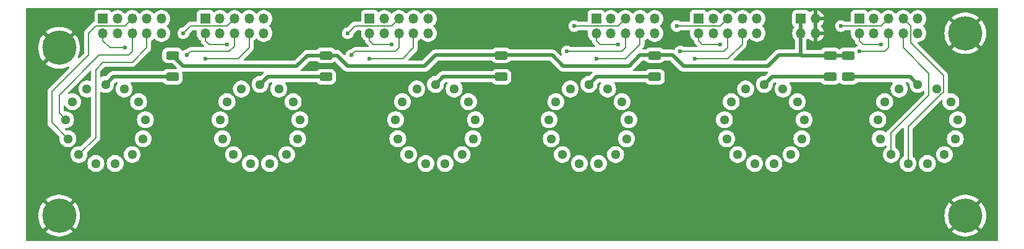
<source format=gbr>
%TF.GenerationSoftware,KiCad,Pcbnew,8.0.4+dfsg-1*%
%TF.CreationDate,2025-02-17T18:06:48+01:00*%
%TF.ProjectId,nixie-clock-tubes,6e697869-652d-4636-9c6f-636b2d747562,rev?*%
%TF.SameCoordinates,Original*%
%TF.FileFunction,Copper,L2,Bot*%
%TF.FilePolarity,Positive*%
%FSLAX46Y46*%
G04 Gerber Fmt 4.6, Leading zero omitted, Abs format (unit mm)*
G04 Created by KiCad (PCBNEW 8.0.4+dfsg-1) date 2025-02-17 18:06:48*
%MOMM*%
%LPD*%
G01*
G04 APERTURE LIST*
G04 Aperture macros list*
%AMRoundRect*
0 Rectangle with rounded corners*
0 $1 Rounding radius*
0 $2 $3 $4 $5 $6 $7 $8 $9 X,Y pos of 4 corners*
0 Add a 4 corners polygon primitive as box body*
4,1,4,$2,$3,$4,$5,$6,$7,$8,$9,$2,$3,0*
0 Add four circle primitives for the rounded corners*
1,1,$1+$1,$2,$3*
1,1,$1+$1,$4,$5*
1,1,$1+$1,$6,$7*
1,1,$1+$1,$8,$9*
0 Add four rect primitives between the rounded corners*
20,1,$1+$1,$2,$3,$4,$5,0*
20,1,$1+$1,$4,$5,$6,$7,0*
20,1,$1+$1,$6,$7,$8,$9,0*
20,1,$1+$1,$8,$9,$2,$3,0*%
G04 Aperture macros list end*
%ADD10C,0.300000*%
%TA.AperFunction,NonConductor*%
%ADD11C,0.300000*%
%TD*%
%TA.AperFunction,ComponentPad*%
%ADD12R,1.350000X1.350000*%
%TD*%
%TA.AperFunction,ComponentPad*%
%ADD13O,1.350000X1.350000*%
%TD*%
%TA.AperFunction,ComponentPad*%
%ADD14C,4.700000*%
%TD*%
%TA.AperFunction,SMDPad,CuDef*%
%ADD15RoundRect,0.250000X0.625000X-0.312500X0.625000X0.312500X-0.625000X0.312500X-0.625000X-0.312500X0*%
%TD*%
%TA.AperFunction,ComponentPad*%
%ADD16O,1.300000X1.300000*%
%TD*%
%TA.AperFunction,ViaPad*%
%ADD17C,0.600000*%
%TD*%
%TA.AperFunction,Conductor*%
%ADD18C,0.200000*%
%TD*%
%TA.AperFunction,Conductor*%
%ADD19C,0.500000*%
%TD*%
G04 APERTURE END LIST*
D10*
D11*
X149287855Y-115249757D02*
X148573570Y-115249757D01*
X149430712Y-115678328D02*
X148930712Y-114178328D01*
X148930712Y-114178328D02*
X148430712Y-115678328D01*
X147073570Y-115678328D02*
X147573570Y-114964042D01*
X147930713Y-115678328D02*
X147930713Y-114178328D01*
X147930713Y-114178328D02*
X147359284Y-114178328D01*
X147359284Y-114178328D02*
X147216427Y-114249757D01*
X147216427Y-114249757D02*
X147144998Y-114321185D01*
X147144998Y-114321185D02*
X147073570Y-114464042D01*
X147073570Y-114464042D02*
X147073570Y-114678328D01*
X147073570Y-114678328D02*
X147144998Y-114821185D01*
X147144998Y-114821185D02*
X147216427Y-114892614D01*
X147216427Y-114892614D02*
X147359284Y-114964042D01*
X147359284Y-114964042D02*
X147930713Y-114964042D01*
X145716427Y-115678328D02*
X146430713Y-115678328D01*
X146430713Y-115678328D02*
X146430713Y-114178328D01*
X144144998Y-114321185D02*
X144073570Y-114249757D01*
X144073570Y-114249757D02*
X143930713Y-114178328D01*
X143930713Y-114178328D02*
X143573570Y-114178328D01*
X143573570Y-114178328D02*
X143430713Y-114249757D01*
X143430713Y-114249757D02*
X143359284Y-114321185D01*
X143359284Y-114321185D02*
X143287855Y-114464042D01*
X143287855Y-114464042D02*
X143287855Y-114606900D01*
X143287855Y-114606900D02*
X143359284Y-114821185D01*
X143359284Y-114821185D02*
X144216427Y-115678328D01*
X144216427Y-115678328D02*
X143287855Y-115678328D01*
X142359284Y-114178328D02*
X142216427Y-114178328D01*
X142216427Y-114178328D02*
X142073570Y-114249757D01*
X142073570Y-114249757D02*
X142002142Y-114321185D01*
X142002142Y-114321185D02*
X141930713Y-114464042D01*
X141930713Y-114464042D02*
X141859284Y-114749757D01*
X141859284Y-114749757D02*
X141859284Y-115106900D01*
X141859284Y-115106900D02*
X141930713Y-115392614D01*
X141930713Y-115392614D02*
X142002142Y-115535471D01*
X142002142Y-115535471D02*
X142073570Y-115606900D01*
X142073570Y-115606900D02*
X142216427Y-115678328D01*
X142216427Y-115678328D02*
X142359284Y-115678328D01*
X142359284Y-115678328D02*
X142502142Y-115606900D01*
X142502142Y-115606900D02*
X142573570Y-115535471D01*
X142573570Y-115535471D02*
X142644999Y-115392614D01*
X142644999Y-115392614D02*
X142716427Y-115106900D01*
X142716427Y-115106900D02*
X142716427Y-114749757D01*
X142716427Y-114749757D02*
X142644999Y-114464042D01*
X142644999Y-114464042D02*
X142573570Y-114321185D01*
X142573570Y-114321185D02*
X142502142Y-114249757D01*
X142502142Y-114249757D02*
X142359284Y-114178328D01*
X141287856Y-114321185D02*
X141216428Y-114249757D01*
X141216428Y-114249757D02*
X141073571Y-114178328D01*
X141073571Y-114178328D02*
X140716428Y-114178328D01*
X140716428Y-114178328D02*
X140573571Y-114249757D01*
X140573571Y-114249757D02*
X140502142Y-114321185D01*
X140502142Y-114321185D02*
X140430713Y-114464042D01*
X140430713Y-114464042D02*
X140430713Y-114606900D01*
X140430713Y-114606900D02*
X140502142Y-114821185D01*
X140502142Y-114821185D02*
X141359285Y-115678328D01*
X141359285Y-115678328D02*
X140430713Y-115678328D01*
X139073571Y-114178328D02*
X139787857Y-114178328D01*
X139787857Y-114178328D02*
X139859285Y-114892614D01*
X139859285Y-114892614D02*
X139787857Y-114821185D01*
X139787857Y-114821185D02*
X139645000Y-114749757D01*
X139645000Y-114749757D02*
X139287857Y-114749757D01*
X139287857Y-114749757D02*
X139145000Y-114821185D01*
X139145000Y-114821185D02*
X139073571Y-114892614D01*
X139073571Y-114892614D02*
X139002142Y-115035471D01*
X139002142Y-115035471D02*
X139002142Y-115392614D01*
X139002142Y-115392614D02*
X139073571Y-115535471D01*
X139073571Y-115535471D02*
X139145000Y-115606900D01*
X139145000Y-115606900D02*
X139287857Y-115678328D01*
X139287857Y-115678328D02*
X139645000Y-115678328D01*
X139645000Y-115678328D02*
X139787857Y-115606900D01*
X139787857Y-115606900D02*
X139859285Y-115535471D01*
D12*
%TO.P,J5,1,Pin_1*%
%TO.N,D2-0*%
X102000000Y-89000000D03*
D13*
%TO.P,J5,2,Pin_2*%
%TO.N,D2-1*%
X102000000Y-91000000D03*
%TO.P,J5,3,Pin_3*%
%TO.N,D2-5*%
X104000000Y-89000000D03*
%TO.P,J5,4,Pin_4*%
%TO.N,D2-4*%
X104000000Y-91000000D03*
%TO.P,J5,5,Pin_5*%
%TO.N,D2-8*%
X106000000Y-89000000D03*
%TO.P,J5,6,Pin_6*%
%TO.N,D2-9*%
X106000000Y-91000000D03*
%TO.P,J5,7,Pin_7*%
%TO.N,D2-6*%
X108000000Y-89000000D03*
%TO.P,J5,8,Pin_8*%
%TO.N,D2-7*%
X108000000Y-91000000D03*
%TO.P,J5,9,Pin_9*%
%TO.N,D2-2*%
X110000000Y-89000000D03*
%TO.P,J5,10,Pin_10*%
%TO.N,D2-3*%
X110000000Y-91000000D03*
%TD*%
D14*
%TO.P,H3,1,1*%
%TO.N,GND*%
X206000000Y-116000000D03*
%TD*%
D12*
%TO.P,J3,1,Pin_1*%
%TO.N,D4-0*%
X155500000Y-89000000D03*
D13*
%TO.P,J3,2,Pin_2*%
%TO.N,D4-1*%
X155500000Y-91000000D03*
%TO.P,J3,3,Pin_3*%
%TO.N,D4-5*%
X157500000Y-89000000D03*
%TO.P,J3,4,Pin_4*%
%TO.N,D4-4*%
X157500000Y-91000000D03*
%TO.P,J3,5,Pin_5*%
%TO.N,D4-8*%
X159500000Y-89000000D03*
%TO.P,J3,6,Pin_6*%
%TO.N,D4-9*%
X159500000Y-91000000D03*
%TO.P,J3,7,Pin_7*%
%TO.N,D4-6*%
X161500000Y-89000000D03*
%TO.P,J3,8,Pin_8*%
%TO.N,D4-7*%
X161500000Y-91000000D03*
%TO.P,J3,9,Pin_9*%
%TO.N,D4-2*%
X163500000Y-89000000D03*
%TO.P,J3,10,Pin_10*%
%TO.N,D4-3*%
X163500000Y-91000000D03*
%TD*%
D14*
%TO.P,H2,1,1*%
%TO.N,GND*%
X206000000Y-91000000D03*
%TD*%
D12*
%TO.P,J7,1,Pin_1*%
%TO.N,ANODE*%
X183500000Y-89000000D03*
D13*
%TO.P,J7,2,Pin_2*%
X183500000Y-91000000D03*
%TO.P,J7,3,Pin_3*%
%TO.N,GND*%
X185500000Y-89000000D03*
%TO.P,J7,4,Pin_4*%
X185500000Y-91000000D03*
%TD*%
D12*
%TO.P,J4,1,Pin_1*%
%TO.N,D1-0*%
X88000000Y-89000000D03*
D13*
%TO.P,J4,2,Pin_2*%
%TO.N,D1-1*%
X88000000Y-91000000D03*
%TO.P,J4,3,Pin_3*%
%TO.N,D1-5*%
X90000000Y-89000000D03*
%TO.P,J4,4,Pin_4*%
%TO.N,D1-4*%
X90000000Y-91000000D03*
%TO.P,J4,5,Pin_5*%
%TO.N,D1-8*%
X92000000Y-89000000D03*
%TO.P,J4,6,Pin_6*%
%TO.N,D1-9*%
X92000000Y-91000000D03*
%TO.P,J4,7,Pin_7*%
%TO.N,D1-6*%
X94000000Y-89000000D03*
%TO.P,J4,8,Pin_8*%
%TO.N,D1-7*%
X94000000Y-91000000D03*
%TO.P,J4,9,Pin_9*%
%TO.N,D1-2*%
X96000000Y-89000000D03*
%TO.P,J4,10,Pin_10*%
%TO.N,D1-3*%
X96000000Y-91000000D03*
%TD*%
D12*
%TO.P,J1,1,Pin_1*%
%TO.N,D5-0*%
X169500000Y-89000000D03*
D13*
%TO.P,J1,2,Pin_2*%
%TO.N,D5-1*%
X169500000Y-91000000D03*
%TO.P,J1,3,Pin_3*%
%TO.N,D5-5*%
X171500000Y-89000000D03*
%TO.P,J1,4,Pin_4*%
%TO.N,D5-4*%
X171500000Y-91000000D03*
%TO.P,J1,5,Pin_5*%
%TO.N,D5-8*%
X173500000Y-89000000D03*
%TO.P,J1,6,Pin_6*%
%TO.N,D5-9*%
X173500000Y-91000000D03*
%TO.P,J1,7,Pin_7*%
%TO.N,D5-6*%
X175500000Y-89000000D03*
%TO.P,J1,8,Pin_8*%
%TO.N,D5-7*%
X175500000Y-91000000D03*
%TO.P,J1,9,Pin_9*%
%TO.N,D5-2*%
X177500000Y-89000000D03*
%TO.P,J1,10,Pin_10*%
%TO.N,D5-3*%
X177500000Y-91000000D03*
%TD*%
D14*
%TO.P,H4,1,1*%
%TO.N,GND*%
X82000000Y-116000000D03*
%TD*%
D12*
%TO.P,J2,1,Pin_1*%
%TO.N,D6-0*%
X191500000Y-89000000D03*
D13*
%TO.P,J2,2,Pin_2*%
%TO.N,D6-1*%
X191500000Y-91000000D03*
%TO.P,J2,3,Pin_3*%
%TO.N,D6-5*%
X193500000Y-89000000D03*
%TO.P,J2,4,Pin_4*%
%TO.N,D6-4*%
X193500000Y-91000000D03*
%TO.P,J2,5,Pin_5*%
%TO.N,D6-8*%
X195500000Y-89000000D03*
%TO.P,J2,6,Pin_6*%
%TO.N,D6-9*%
X195500000Y-91000000D03*
%TO.P,J2,7,Pin_7*%
%TO.N,D6-6*%
X197500000Y-89000000D03*
%TO.P,J2,8,Pin_8*%
%TO.N,D6-7*%
X197500000Y-91000000D03*
%TO.P,J2,9,Pin_9*%
%TO.N,D6-2*%
X199500000Y-89000000D03*
%TO.P,J2,10,Pin_10*%
%TO.N,D6-3*%
X199500000Y-91000000D03*
%TD*%
D14*
%TO.P,H1,1,1*%
%TO.N,GND*%
X82000000Y-93000000D03*
%TD*%
D12*
%TO.P,J6,1,Pin_1*%
%TO.N,D3-0*%
X124500000Y-89000000D03*
D13*
%TO.P,J6,2,Pin_2*%
%TO.N,D3-1*%
X124500000Y-91000000D03*
%TO.P,J6,3,Pin_3*%
%TO.N,D3-5*%
X126500000Y-89000000D03*
%TO.P,J6,4,Pin_4*%
%TO.N,D3-4*%
X126500000Y-91000000D03*
%TO.P,J6,5,Pin_5*%
%TO.N,D3-8*%
X128500000Y-89000000D03*
%TO.P,J6,6,Pin_6*%
%TO.N,D3-9*%
X128500000Y-91000000D03*
%TO.P,J6,7,Pin_7*%
%TO.N,D3-6*%
X130500000Y-89000000D03*
%TO.P,J6,8,Pin_8*%
%TO.N,D3-7*%
X130500000Y-91000000D03*
%TO.P,J6,9,Pin_9*%
%TO.N,D3-2*%
X132500000Y-89000000D03*
%TO.P,J6,10,Pin_10*%
%TO.N,D3-3*%
X132500000Y-91000000D03*
%TD*%
D15*
%TO.P,R3,1*%
%TO.N,Net-(N1-A)*%
X97500000Y-96962500D03*
%TO.P,R3,2*%
%TO.N,ANODE*%
X97500000Y-94037500D03*
%TD*%
D16*
%TO.P,N1,1,A*%
%TO.N,Net-(N1-A)*%
X88352826Y-98000000D03*
%TO.P,N1,2,DPL*%
%TO.N,unconnected-(N1-DPL-Pad2)*%
X90908803Y-98629992D03*
%TO.P,N1,3,1*%
%TO.N,D1-1*%
X92879237Y-100375644D03*
%TO.P,N1,4,2*%
%TO.N,D1-2*%
X93812724Y-102837049D03*
%TO.P,N1,5,3*%
%TO.N,D1-3*%
X93495415Y-105450326D03*
%TO.P,N1,6,4*%
%TO.N,D1-4*%
X92000000Y-107616809D03*
%TO.P,N1,7,5*%
%TO.N,D1-5*%
X89669062Y-108840179D03*
%TO.P,N1,8,6*%
%TO.N,D1-6*%
X87036590Y-108840179D03*
%TO.P,N1,9,7*%
%TO.N,D1-7*%
X84705652Y-107616809D03*
%TO.P,N1,10,8*%
%TO.N,D1-8*%
X83210237Y-105450326D03*
%TO.P,N1,11,9*%
%TO.N,D1-9*%
X82892928Y-102837049D03*
%TO.P,N1,12,0*%
%TO.N,D1-0*%
X83826415Y-100375644D03*
%TO.P,N1,13,DPR*%
%TO.N,unconnected-(N1-DPR-Pad13)*%
X85796849Y-98629992D03*
%TD*%
D15*
%TO.P,R1,1*%
%TO.N,Net-(N3-A)*%
X142500000Y-96962500D03*
%TO.P,R1,2*%
%TO.N,ANODE*%
X142500000Y-94037500D03*
%TD*%
%TO.P,R5,1*%
%TO.N,Net-(N5-A)*%
X187500000Y-96962500D03*
%TO.P,R5,2*%
%TO.N,ANODE*%
X187500000Y-94037500D03*
%TD*%
D16*
%TO.P,N5,1,A*%
%TO.N,Net-(N5-A)*%
X178500000Y-98000000D03*
%TO.P,N5,2,DPL*%
%TO.N,unconnected-(N5-DPL-Pad2)*%
X181055977Y-98629992D03*
%TO.P,N5,3,1*%
%TO.N,D5-1*%
X183026411Y-100375644D03*
%TO.P,N5,4,2*%
%TO.N,D5-2*%
X183959898Y-102837049D03*
%TO.P,N5,5,3*%
%TO.N,D5-3*%
X183642589Y-105450326D03*
%TO.P,N5,6,4*%
%TO.N,D5-4*%
X182147174Y-107616809D03*
%TO.P,N5,7,5*%
%TO.N,D5-5*%
X179816236Y-108840179D03*
%TO.P,N5,8,6*%
%TO.N,D5-6*%
X177183764Y-108840179D03*
%TO.P,N5,9,7*%
%TO.N,D5-7*%
X174852826Y-107616809D03*
%TO.P,N5,10,8*%
%TO.N,D5-8*%
X173357411Y-105450326D03*
%TO.P,N5,11,9*%
%TO.N,D5-9*%
X173040102Y-102837049D03*
%TO.P,N5,12,0*%
%TO.N,D5-0*%
X173973589Y-100375644D03*
%TO.P,N5,13,DPR*%
%TO.N,unconnected-(N5-DPR-Pad13)*%
X175944023Y-98629992D03*
%TD*%
%TO.P,N3,1,A*%
%TO.N,Net-(N3-A)*%
X133500000Y-98000000D03*
%TO.P,N3,2,DPL*%
%TO.N,unconnected-(N3-DPL-Pad2)*%
X136055977Y-98629992D03*
%TO.P,N3,3,1*%
%TO.N,D3-1*%
X138026411Y-100375644D03*
%TO.P,N3,4,2*%
%TO.N,D3-2*%
X138959898Y-102837049D03*
%TO.P,N3,5,3*%
%TO.N,D3-3*%
X138642589Y-105450326D03*
%TO.P,N3,6,4*%
%TO.N,D3-4*%
X137147174Y-107616809D03*
%TO.P,N3,7,5*%
%TO.N,D3-5*%
X134816236Y-108840179D03*
%TO.P,N3,8,6*%
%TO.N,D3-6*%
X132183764Y-108840179D03*
%TO.P,N3,9,7*%
%TO.N,D3-7*%
X129852826Y-107616809D03*
%TO.P,N3,10,8*%
%TO.N,D3-8*%
X128357411Y-105450326D03*
%TO.P,N3,11,9*%
%TO.N,D3-9*%
X128040102Y-102837049D03*
%TO.P,N3,12,0*%
%TO.N,D3-0*%
X128973589Y-100375644D03*
%TO.P,N3,13,DPR*%
%TO.N,unconnected-(N3-DPR-Pad13)*%
X130944023Y-98629992D03*
%TD*%
D15*
%TO.P,R6,1*%
%TO.N,Net-(N6-A)*%
X190000000Y-96962500D03*
%TO.P,R6,2*%
%TO.N,ANODE*%
X190000000Y-94037500D03*
%TD*%
D16*
%TO.P,N6,1,A*%
%TO.N,Net-(N6-A)*%
X199500000Y-98000000D03*
%TO.P,N6,2,DPL*%
%TO.N,unconnected-(N6-DPL-Pad2)*%
X202055977Y-98629992D03*
%TO.P,N6,3,1*%
%TO.N,D6-1*%
X204026411Y-100375644D03*
%TO.P,N6,4,2*%
%TO.N,D6-2*%
X204959898Y-102837049D03*
%TO.P,N6,5,3*%
%TO.N,D6-3*%
X204642589Y-105450326D03*
%TO.P,N6,6,4*%
%TO.N,D6-4*%
X203147174Y-107616809D03*
%TO.P,N6,7,5*%
%TO.N,D6-5*%
X200816236Y-108840179D03*
%TO.P,N6,8,6*%
%TO.N,D6-6*%
X198183764Y-108840179D03*
%TO.P,N6,9,7*%
%TO.N,D6-7*%
X195852826Y-107616809D03*
%TO.P,N6,10,8*%
%TO.N,D6-8*%
X194357411Y-105450326D03*
%TO.P,N6,11,9*%
%TO.N,D6-9*%
X194040102Y-102837049D03*
%TO.P,N6,12,0*%
%TO.N,D6-0*%
X194973589Y-100375644D03*
%TO.P,N6,13,DPR*%
%TO.N,unconnected-(N6-DPR-Pad13)*%
X196944023Y-98629992D03*
%TD*%
D15*
%TO.P,R2,1*%
%TO.N,Net-(N2-A)*%
X118500000Y-96962500D03*
%TO.P,R2,2*%
%TO.N,ANODE*%
X118500000Y-94037500D03*
%TD*%
D16*
%TO.P,N2,1,A*%
%TO.N,Net-(N2-A)*%
X109500000Y-98000000D03*
%TO.P,N2,2,DPL*%
%TO.N,unconnected-(N2-DPL-Pad2)*%
X112055977Y-98629992D03*
%TO.P,N2,3,1*%
%TO.N,D2-1*%
X114026411Y-100375644D03*
%TO.P,N2,4,2*%
%TO.N,D2-2*%
X114959898Y-102837049D03*
%TO.P,N2,5,3*%
%TO.N,D2-3*%
X114642589Y-105450326D03*
%TO.P,N2,6,4*%
%TO.N,D2-4*%
X113147174Y-107616809D03*
%TO.P,N2,7,5*%
%TO.N,D2-5*%
X110816236Y-108840179D03*
%TO.P,N2,8,6*%
%TO.N,D2-6*%
X108183764Y-108840179D03*
%TO.P,N2,9,7*%
%TO.N,D2-7*%
X105852826Y-107616809D03*
%TO.P,N2,10,8*%
%TO.N,D2-8*%
X104357411Y-105450326D03*
%TO.P,N2,11,9*%
%TO.N,D2-9*%
X104040102Y-102837049D03*
%TO.P,N2,12,0*%
%TO.N,D2-0*%
X104973589Y-100375644D03*
%TO.P,N2,13,DPR*%
%TO.N,unconnected-(N2-DPR-Pad13)*%
X106944023Y-98629992D03*
%TD*%
D15*
%TO.P,R4,1*%
%TO.N,Net-(N4-A)*%
X163500000Y-96962500D03*
%TO.P,R4,2*%
%TO.N,ANODE*%
X163500000Y-94037500D03*
%TD*%
D16*
%TO.P,N4,1,A*%
%TO.N,Net-(N4-A)*%
X154500000Y-98000000D03*
%TO.P,N4,2,DPL*%
%TO.N,unconnected-(N4-DPL-Pad2)*%
X157055977Y-98629992D03*
%TO.P,N4,3,1*%
%TO.N,D4-1*%
X159026411Y-100375644D03*
%TO.P,N4,4,2*%
%TO.N,D4-2*%
X159959898Y-102837049D03*
%TO.P,N4,5,3*%
%TO.N,D4-3*%
X159642589Y-105450326D03*
%TO.P,N4,6,4*%
%TO.N,D4-4*%
X158147174Y-107616809D03*
%TO.P,N4,7,5*%
%TO.N,D4-5*%
X155816236Y-108840179D03*
%TO.P,N4,8,6*%
%TO.N,D4-6*%
X153183764Y-108840179D03*
%TO.P,N4,9,7*%
%TO.N,D4-7*%
X150852826Y-107616809D03*
%TO.P,N4,10,8*%
%TO.N,D4-8*%
X149357411Y-105450326D03*
%TO.P,N4,11,9*%
%TO.N,D4-9*%
X149040102Y-102837049D03*
%TO.P,N4,12,0*%
%TO.N,D4-0*%
X149973589Y-100375644D03*
%TO.P,N4,13,DPR*%
%TO.N,unconnected-(N4-DPR-Pad13)*%
X151944023Y-98629992D03*
%TD*%
D17*
%TO.N,D5-1*%
X172500000Y-92500000D03*
%TO.N,D5-9*%
X167000000Y-93500000D03*
%TO.N,D5-7*%
X169000000Y-94500000D03*
%TO.N,D5-8*%
X166500000Y-90000000D03*
%TO.N,D6-9*%
X191500000Y-93500000D03*
%TO.N,D6-8*%
X189000000Y-90000000D03*
%TO.N,D6-1*%
X194500000Y-92500000D03*
%TO.N,D4-8*%
X152500000Y-90000000D03*
%TO.N,D4-1*%
X158500000Y-92500000D03*
%TO.N,D4-7*%
X155500000Y-94500000D03*
%TO.N,D4-9*%
X151500000Y-93500000D03*
%TO.N,D1-1*%
X91050000Y-92950000D03*
%TO.N,D2-1*%
X105000000Y-92500000D03*
%TO.N,D2-9*%
X99500000Y-94000000D03*
%TO.N,D2-7*%
X102000000Y-94500000D03*
%TO.N,D2-8*%
X99000000Y-91000000D03*
%TO.N,D3-9*%
X122000000Y-94000000D03*
%TO.N,D3-1*%
X127500000Y-92500000D03*
%TO.N,D3-8*%
X121500000Y-91000000D03*
%TO.N,D3-7*%
X124500000Y-94500000D03*
%TO.N,GND*%
X99000000Y-102000000D03*
X139000000Y-118000000D03*
X179000000Y-118000000D03*
X99000000Y-118000000D03*
X189000000Y-118000000D03*
X144000000Y-99000000D03*
X189000000Y-99000000D03*
X129000000Y-118000000D03*
X165000000Y-99000000D03*
X149000000Y-118000000D03*
X180500000Y-89000000D03*
X119500000Y-99000000D03*
X121500000Y-89000000D03*
X159000000Y-118000000D03*
X99000000Y-89000000D03*
X209500000Y-113500000D03*
X148500000Y-89000000D03*
X119000000Y-118000000D03*
X166500000Y-89000000D03*
X199000000Y-118000000D03*
X109000000Y-118000000D03*
X209500000Y-93500000D03*
X78500000Y-113500000D03*
X89000000Y-118000000D03*
X169000000Y-118000000D03*
X209500000Y-103500000D03*
X81000000Y-89000000D03*
X78500000Y-93500000D03*
X202500000Y-90000000D03*
X113000000Y-89000000D03*
X78500000Y-103500000D03*
X136000000Y-89000000D03*
X142000000Y-89000000D03*
%TD*%
D18*
%TO.N,D5-1*%
X172500000Y-92500000D02*
X170000000Y-92500000D01*
X169500000Y-92000000D02*
X169500000Y-91000000D01*
X170000000Y-92500000D02*
X169500000Y-92000000D01*
%TO.N,D5-9*%
X173500000Y-91000000D02*
X173500000Y-93000000D01*
X173500000Y-93000000D02*
X173000000Y-93500000D01*
X173000000Y-93500000D02*
X167000000Y-93500000D01*
%TO.N,D5-7*%
X175500000Y-92500000D02*
X175500000Y-91000000D01*
X169000000Y-94500000D02*
X173500000Y-94500000D01*
X173500000Y-94500000D02*
X175500000Y-92500000D01*
%TO.N,D5-8*%
X172500000Y-90000000D02*
X173500000Y-89000000D01*
X166500000Y-90000000D02*
X172500000Y-90000000D01*
%TO.N,D6-9*%
X191500000Y-93500000D02*
X195000000Y-93500000D01*
X195000000Y-93500000D02*
X195500000Y-93000000D01*
X195500000Y-93000000D02*
X195500000Y-91000000D01*
%TO.N,D6-8*%
X189000000Y-90000000D02*
X194500000Y-90000000D01*
X194500000Y-90000000D02*
X195500000Y-89000000D01*
%TO.N,D6-7*%
X195852826Y-107616809D02*
X195852826Y-104647174D01*
X197500000Y-93000000D02*
X197500000Y-91000000D01*
X201000000Y-96500000D02*
X197500000Y-93000000D01*
X195852826Y-104647174D02*
X201000000Y-99500000D01*
X201000000Y-99500000D02*
X201000000Y-96500000D01*
%TO.N,D6-1*%
X191500000Y-91000000D02*
X191500000Y-92000000D01*
X194500000Y-92500000D02*
X192000000Y-92500000D01*
X192000000Y-92500000D02*
X191500000Y-92000000D01*
%TO.N,D6-6*%
X198500000Y-92250000D02*
X198500000Y-90000000D01*
X198183764Y-108840179D02*
X198183764Y-103816236D01*
X198183764Y-103816236D02*
X202420008Y-99579992D01*
X202449480Y-99579992D02*
X203005977Y-99023495D01*
X198500000Y-90000000D02*
X197500000Y-89000000D01*
X203005977Y-99023495D02*
X203005977Y-96755977D01*
X202420008Y-99579992D02*
X202449480Y-99579992D01*
X203005977Y-96755977D02*
X198500000Y-92250000D01*
%TO.N,D4-8*%
X158500000Y-90000000D02*
X159500000Y-89000000D01*
X152500000Y-90000000D02*
X158500000Y-90000000D01*
%TO.N,D4-1*%
X158500000Y-92500000D02*
X156000000Y-92500000D01*
X156000000Y-92500000D02*
X155500000Y-92000000D01*
X155500000Y-92000000D02*
X155500000Y-91000000D01*
%TO.N,D4-7*%
X155500000Y-94500000D02*
X159500000Y-94500000D01*
X159500000Y-94500000D02*
X161500000Y-92500000D01*
X161500000Y-92500000D02*
X161500000Y-91000000D01*
%TO.N,D4-9*%
X159000000Y-93500000D02*
X159500000Y-93000000D01*
X151500000Y-93500000D02*
X159000000Y-93500000D01*
X159500000Y-93000000D02*
X159500000Y-91000000D01*
%TO.N,D1-7*%
X94000000Y-93000000D02*
X92000000Y-95000000D01*
X88000000Y-95000000D02*
X87000000Y-96000000D01*
X94000000Y-91000000D02*
X94000000Y-93000000D01*
X87000000Y-105322461D02*
X84705652Y-107616809D01*
X87000000Y-96000000D02*
X87000000Y-105322461D01*
X92000000Y-95000000D02*
X88000000Y-95000000D01*
%TO.N,D1-8*%
X87000000Y-90000000D02*
X86000000Y-91000000D01*
X86000000Y-94000000D02*
X81000000Y-99000000D01*
X86000000Y-91000000D02*
X86000000Y-94000000D01*
X81000000Y-103240089D02*
X83210237Y-105450326D01*
X81000000Y-99000000D02*
X81000000Y-103240089D01*
X91000000Y-90000000D02*
X87000000Y-90000000D01*
X92000000Y-89000000D02*
X91000000Y-90000000D01*
%TO.N,D1-9*%
X82000000Y-101944121D02*
X82892928Y-102837049D01*
X82000000Y-99500000D02*
X82000000Y-101944121D01*
X92000000Y-91000000D02*
X92000000Y-93500000D01*
X91500000Y-94000000D02*
X87500000Y-94000000D01*
X87500000Y-94000000D02*
X82000000Y-99500000D01*
X92000000Y-93500000D02*
X91500000Y-94000000D01*
%TO.N,D1-1*%
X88950000Y-92950000D02*
X88000000Y-92000000D01*
X91050000Y-92950000D02*
X88950000Y-92950000D01*
X88000000Y-92000000D02*
X88000000Y-91000000D01*
%TO.N,D2-1*%
X105000000Y-92500000D02*
X102500000Y-92500000D01*
X102500000Y-92500000D02*
X102000000Y-92000000D01*
X102000000Y-92000000D02*
X102000000Y-91000000D01*
%TO.N,D2-9*%
X105250000Y-93500000D02*
X106000000Y-92750000D01*
X106000000Y-92750000D02*
X106000000Y-91000000D01*
X100000000Y-93500000D02*
X105250000Y-93500000D01*
X99500000Y-94000000D02*
X100000000Y-93500000D01*
%TO.N,D2-7*%
X102000000Y-94500000D02*
X106500000Y-94500000D01*
X106500000Y-94500000D02*
X108000000Y-93000000D01*
X108000000Y-93000000D02*
X108000000Y-91000000D01*
%TO.N,D2-8*%
X104975000Y-90025000D02*
X99975000Y-90025000D01*
X106000000Y-89000000D02*
X104975000Y-90025000D01*
X99975000Y-90025000D02*
X99000000Y-91000000D01*
%TO.N,D3-9*%
X128500000Y-91000000D02*
X128500000Y-93000000D01*
X122500000Y-93500000D02*
X122000000Y-94000000D01*
X128500000Y-93000000D02*
X128000000Y-93500000D01*
X128000000Y-93500000D02*
X122500000Y-93500000D01*
%TO.N,D3-1*%
X125000000Y-92500000D02*
X127500000Y-92500000D01*
X124500000Y-91000000D02*
X124500000Y-92000000D01*
X124500000Y-92000000D02*
X125000000Y-92500000D01*
%TO.N,D3-8*%
X122525000Y-89975000D02*
X127525000Y-89975000D01*
X121500000Y-91000000D02*
X122525000Y-89975000D01*
X127525000Y-89975000D02*
X128500000Y-89000000D01*
%TO.N,D3-7*%
X129000000Y-94500000D02*
X130500000Y-93000000D01*
X130500000Y-93000000D02*
X130500000Y-91000000D01*
X124500000Y-94500000D02*
X129000000Y-94500000D01*
D19*
%TO.N,ANODE*%
X149500000Y-94000000D02*
X151000000Y-95500000D01*
X183537500Y-94037500D02*
X183500000Y-94000000D01*
X97462500Y-94000000D02*
X98962500Y-95500000D01*
X160000000Y-95500000D02*
X161500000Y-94000000D01*
X180500000Y-94000000D02*
X183500000Y-94000000D01*
X115962500Y-94037500D02*
X120037500Y-94037500D01*
X165969669Y-94000000D02*
X167469669Y-95500000D01*
X183500000Y-94000000D02*
X183500000Y-91000000D01*
X167469669Y-95500000D02*
X179000000Y-95500000D01*
X161500000Y-94000000D02*
X165969669Y-94000000D01*
X151000000Y-95500000D02*
X160000000Y-95500000D01*
X120037500Y-94037500D02*
X121500000Y-95500000D01*
X121500000Y-95500000D02*
X132000000Y-95500000D01*
X183500000Y-89000000D02*
X183500000Y-91000000D01*
X179000000Y-95500000D02*
X180500000Y-94000000D01*
X132000000Y-95500000D02*
X133500000Y-94000000D01*
X190000000Y-94037500D02*
X183537500Y-94037500D01*
X98962500Y-95500000D02*
X114500000Y-95500000D01*
X133500000Y-94000000D02*
X149500000Y-94000000D01*
X114500000Y-95500000D02*
X115962500Y-94037500D01*
%TO.N,Net-(N3-A)*%
X134537500Y-96962500D02*
X133500000Y-98000000D01*
X142500000Y-96962500D02*
X134537500Y-96962500D01*
%TO.N,Net-(N1-A)*%
X97500000Y-96962500D02*
X89390326Y-96962500D01*
X89390326Y-96962500D02*
X88352826Y-98000000D01*
%TO.N,Net-(N2-A)*%
X110537500Y-96962500D02*
X109500000Y-98000000D01*
X118500000Y-96962500D02*
X110537500Y-96962500D01*
%TO.N,Net-(N4-A)*%
X155537500Y-96962500D02*
X154500000Y-98000000D01*
X163500000Y-96962500D02*
X155537500Y-96962500D01*
%TO.N,Net-(N5-A)*%
X179537500Y-96962500D02*
X178500000Y-98000000D01*
X187500000Y-96962500D02*
X179537500Y-96962500D01*
%TO.N,Net-(N6-A)*%
X198462500Y-96962500D02*
X199500000Y-98000000D01*
X190000000Y-96962500D02*
X198462500Y-96962500D01*
%TD*%
%TA.AperFunction,Conductor*%
%TO.N,GND*%
G36*
X185750000Y-90684314D02*
G01*
X185745606Y-90679920D01*
X185654394Y-90627259D01*
X185552661Y-90600000D01*
X185447339Y-90600000D01*
X185345606Y-90627259D01*
X185254394Y-90679920D01*
X185250000Y-90684314D01*
X185250000Y-89315686D01*
X185254394Y-89320080D01*
X185345606Y-89372741D01*
X185447339Y-89400000D01*
X185552661Y-89400000D01*
X185654394Y-89372741D01*
X185745606Y-89320080D01*
X185750000Y-89315686D01*
X185750000Y-90684314D01*
G37*
%TD.AperFunction*%
%TA.AperFunction,Conductor*%
G36*
X210442539Y-87520185D02*
G01*
X210488294Y-87572989D01*
X210499500Y-87624500D01*
X210499500Y-119375500D01*
X210479815Y-119442539D01*
X210427011Y-119488294D01*
X210375500Y-119499500D01*
X77624500Y-119499500D01*
X77557461Y-119479815D01*
X77511706Y-119427011D01*
X77500500Y-119375500D01*
X77500500Y-115999996D01*
X79145170Y-115999996D01*
X79145170Y-116000003D01*
X79164473Y-116331426D01*
X79164474Y-116331437D01*
X79222118Y-116658351D01*
X79222121Y-116658365D01*
X79317336Y-116976408D01*
X79448827Y-117281236D01*
X79448833Y-117281249D01*
X79614824Y-117568755D01*
X79812357Y-117834087D01*
X80884728Y-116761716D01*
X80970278Y-116879466D01*
X81120534Y-117029722D01*
X81238281Y-117115270D01*
X80169289Y-118184263D01*
X80295215Y-118289925D01*
X80572588Y-118472356D01*
X80869252Y-118621347D01*
X80869258Y-118621350D01*
X81181213Y-118734892D01*
X81181234Y-118734899D01*
X81504248Y-118811456D01*
X81504263Y-118811458D01*
X81834012Y-118849999D01*
X81834013Y-118850000D01*
X82165987Y-118850000D01*
X82165987Y-118849999D01*
X82495736Y-118811458D01*
X82495751Y-118811456D01*
X82818765Y-118734899D01*
X82818786Y-118734892D01*
X83130741Y-118621350D01*
X83130747Y-118621347D01*
X83427411Y-118472356D01*
X83704789Y-118289922D01*
X83830708Y-118184263D01*
X83830709Y-118184262D01*
X82761718Y-117115270D01*
X82879466Y-117029722D01*
X83029722Y-116879466D01*
X83115270Y-116761718D01*
X84187641Y-117834088D01*
X84385175Y-117568756D01*
X84551166Y-117281249D01*
X84551172Y-117281236D01*
X84682663Y-116976408D01*
X84777878Y-116658365D01*
X84777881Y-116658351D01*
X84835525Y-116331437D01*
X84835526Y-116331426D01*
X84854830Y-116000003D01*
X84854830Y-115999996D01*
X203145170Y-115999996D01*
X203145170Y-116000003D01*
X203164473Y-116331426D01*
X203164474Y-116331437D01*
X203222118Y-116658351D01*
X203222121Y-116658365D01*
X203317336Y-116976408D01*
X203448827Y-117281236D01*
X203448833Y-117281249D01*
X203614824Y-117568755D01*
X203812357Y-117834087D01*
X204884728Y-116761716D01*
X204970278Y-116879466D01*
X205120534Y-117029722D01*
X205238281Y-117115270D01*
X204169289Y-118184263D01*
X204295215Y-118289925D01*
X204572588Y-118472356D01*
X204869252Y-118621347D01*
X204869258Y-118621350D01*
X205181213Y-118734892D01*
X205181234Y-118734899D01*
X205504248Y-118811456D01*
X205504263Y-118811458D01*
X205834012Y-118849999D01*
X205834013Y-118850000D01*
X206165987Y-118850000D01*
X206165987Y-118849999D01*
X206495736Y-118811458D01*
X206495751Y-118811456D01*
X206818765Y-118734899D01*
X206818786Y-118734892D01*
X207130741Y-118621350D01*
X207130747Y-118621347D01*
X207427411Y-118472356D01*
X207704789Y-118289922D01*
X207830708Y-118184263D01*
X207830709Y-118184262D01*
X206761718Y-117115270D01*
X206879466Y-117029722D01*
X207029722Y-116879466D01*
X207115270Y-116761718D01*
X208187641Y-117834088D01*
X208385175Y-117568756D01*
X208551166Y-117281249D01*
X208551172Y-117281236D01*
X208682663Y-116976408D01*
X208777878Y-116658365D01*
X208777881Y-116658351D01*
X208835525Y-116331437D01*
X208835526Y-116331426D01*
X208854830Y-116000003D01*
X208854830Y-115999996D01*
X208835526Y-115668573D01*
X208835525Y-115668562D01*
X208777881Y-115341648D01*
X208777878Y-115341634D01*
X208682663Y-115023591D01*
X208551172Y-114718763D01*
X208551166Y-114718750D01*
X208385172Y-114431239D01*
X208187642Y-114165910D01*
X207115270Y-115238281D01*
X207029722Y-115120534D01*
X206879466Y-114970278D01*
X206761717Y-114884728D01*
X207830709Y-113815736D01*
X207830709Y-113815735D01*
X207704784Y-113710074D01*
X207427411Y-113527643D01*
X207130747Y-113378652D01*
X207130741Y-113378649D01*
X206818786Y-113265107D01*
X206818765Y-113265100D01*
X206495751Y-113188543D01*
X206495736Y-113188541D01*
X206165987Y-113150000D01*
X205834013Y-113150000D01*
X205504263Y-113188541D01*
X205504248Y-113188543D01*
X205181234Y-113265100D01*
X205181213Y-113265107D01*
X204869258Y-113378649D01*
X204869252Y-113378652D01*
X204572581Y-113527646D01*
X204295220Y-113710070D01*
X204295213Y-113710075D01*
X204169289Y-113815735D01*
X205238282Y-114884728D01*
X205120534Y-114970278D01*
X204970278Y-115120534D01*
X204884728Y-115238282D01*
X203812357Y-114165911D01*
X203812356Y-114165911D01*
X203614829Y-114431236D01*
X203614825Y-114431242D01*
X203448833Y-114718750D01*
X203448827Y-114718763D01*
X203317336Y-115023591D01*
X203222121Y-115341634D01*
X203222118Y-115341648D01*
X203164474Y-115668562D01*
X203164473Y-115668573D01*
X203145170Y-115999996D01*
X84854830Y-115999996D01*
X84835526Y-115668573D01*
X84835525Y-115668562D01*
X84777881Y-115341648D01*
X84777878Y-115341634D01*
X84682663Y-115023591D01*
X84551172Y-114718763D01*
X84551166Y-114718750D01*
X84385172Y-114431239D01*
X84187642Y-114165910D01*
X83115270Y-115238281D01*
X83029722Y-115120534D01*
X82879466Y-114970278D01*
X82761717Y-114884728D01*
X83830709Y-113815736D01*
X83830709Y-113815735D01*
X83704784Y-113710074D01*
X83427411Y-113527643D01*
X83130747Y-113378652D01*
X83130741Y-113378649D01*
X82818786Y-113265107D01*
X82818765Y-113265100D01*
X82495751Y-113188543D01*
X82495736Y-113188541D01*
X82165987Y-113150000D01*
X81834013Y-113150000D01*
X81504263Y-113188541D01*
X81504248Y-113188543D01*
X81181234Y-113265100D01*
X81181213Y-113265107D01*
X80869258Y-113378649D01*
X80869252Y-113378652D01*
X80572581Y-113527646D01*
X80295220Y-113710070D01*
X80295213Y-113710075D01*
X80169289Y-113815735D01*
X81238282Y-114884728D01*
X81120534Y-114970278D01*
X80970278Y-115120534D01*
X80884728Y-115238282D01*
X79812357Y-114165911D01*
X79812356Y-114165911D01*
X79614829Y-114431236D01*
X79614825Y-114431242D01*
X79448833Y-114718750D01*
X79448827Y-114718763D01*
X79317336Y-115023591D01*
X79222121Y-115341634D01*
X79222118Y-115341648D01*
X79164474Y-115668562D01*
X79164473Y-115668573D01*
X79145170Y-115999996D01*
X77500500Y-115999996D01*
X77500500Y-108840178D01*
X85881161Y-108840178D01*
X85881161Y-108840179D01*
X85900834Y-109052489D01*
X85959186Y-109257571D01*
X85959186Y-109257573D01*
X86054222Y-109448432D01*
X86054224Y-109448434D01*
X86182718Y-109618586D01*
X86340288Y-109762231D01*
X86521571Y-109874477D01*
X86720392Y-109951500D01*
X86929980Y-109990679D01*
X86929982Y-109990679D01*
X87143198Y-109990679D01*
X87143200Y-109990679D01*
X87352788Y-109951500D01*
X87551609Y-109874477D01*
X87732892Y-109762231D01*
X87890462Y-109618586D01*
X88018956Y-109448434D01*
X88113995Y-109257568D01*
X88172346Y-109052489D01*
X88192019Y-108840179D01*
X88192019Y-108840178D01*
X88513633Y-108840178D01*
X88513633Y-108840179D01*
X88533306Y-109052489D01*
X88591658Y-109257571D01*
X88591658Y-109257573D01*
X88686694Y-109448432D01*
X88686696Y-109448434D01*
X88815190Y-109618586D01*
X88972760Y-109762231D01*
X89154043Y-109874477D01*
X89352864Y-109951500D01*
X89562452Y-109990679D01*
X89562454Y-109990679D01*
X89775670Y-109990679D01*
X89775672Y-109990679D01*
X89985260Y-109951500D01*
X90184081Y-109874477D01*
X90365364Y-109762231D01*
X90522934Y-109618586D01*
X90651428Y-109448434D01*
X90746467Y-109257568D01*
X90804818Y-109052489D01*
X90824491Y-108840179D01*
X90824491Y-108840178D01*
X107028335Y-108840178D01*
X107028335Y-108840179D01*
X107048008Y-109052489D01*
X107106360Y-109257571D01*
X107106360Y-109257573D01*
X107201396Y-109448432D01*
X107201398Y-109448434D01*
X107329892Y-109618586D01*
X107487462Y-109762231D01*
X107668745Y-109874477D01*
X107867566Y-109951500D01*
X108077154Y-109990679D01*
X108077156Y-109990679D01*
X108290372Y-109990679D01*
X108290374Y-109990679D01*
X108499962Y-109951500D01*
X108698783Y-109874477D01*
X108880066Y-109762231D01*
X109037636Y-109618586D01*
X109166130Y-109448434D01*
X109261169Y-109257568D01*
X109319520Y-109052489D01*
X109339193Y-108840179D01*
X109339193Y-108840178D01*
X109660807Y-108840178D01*
X109660807Y-108840179D01*
X109680480Y-109052489D01*
X109738832Y-109257571D01*
X109738832Y-109257573D01*
X109833868Y-109448432D01*
X109833870Y-109448434D01*
X109962364Y-109618586D01*
X110119934Y-109762231D01*
X110301217Y-109874477D01*
X110500038Y-109951500D01*
X110709626Y-109990679D01*
X110709628Y-109990679D01*
X110922844Y-109990679D01*
X110922846Y-109990679D01*
X111132434Y-109951500D01*
X111331255Y-109874477D01*
X111512538Y-109762231D01*
X111670108Y-109618586D01*
X111798602Y-109448434D01*
X111893641Y-109257568D01*
X111951992Y-109052489D01*
X111971665Y-108840179D01*
X111971665Y-108840178D01*
X131028335Y-108840178D01*
X131028335Y-108840179D01*
X131048008Y-109052489D01*
X131106360Y-109257571D01*
X131106360Y-109257573D01*
X131201396Y-109448432D01*
X131201398Y-109448434D01*
X131329892Y-109618586D01*
X131487462Y-109762231D01*
X131668745Y-109874477D01*
X131867566Y-109951500D01*
X132077154Y-109990679D01*
X132077156Y-109990679D01*
X132290372Y-109990679D01*
X132290374Y-109990679D01*
X132499962Y-109951500D01*
X132698783Y-109874477D01*
X132880066Y-109762231D01*
X133037636Y-109618586D01*
X133166130Y-109448434D01*
X133261169Y-109257568D01*
X133319520Y-109052489D01*
X133339193Y-108840179D01*
X133339193Y-108840178D01*
X133660807Y-108840178D01*
X133660807Y-108840179D01*
X133680480Y-109052489D01*
X133738832Y-109257571D01*
X133738832Y-109257573D01*
X133833868Y-109448432D01*
X133833870Y-109448434D01*
X133962364Y-109618586D01*
X134119934Y-109762231D01*
X134301217Y-109874477D01*
X134500038Y-109951500D01*
X134709626Y-109990679D01*
X134709628Y-109990679D01*
X134922844Y-109990679D01*
X134922846Y-109990679D01*
X135132434Y-109951500D01*
X135331255Y-109874477D01*
X135512538Y-109762231D01*
X135670108Y-109618586D01*
X135798602Y-109448434D01*
X135893641Y-109257568D01*
X135951992Y-109052489D01*
X135971665Y-108840179D01*
X135971665Y-108840178D01*
X152028335Y-108840178D01*
X152028335Y-108840179D01*
X152048008Y-109052489D01*
X152106360Y-109257571D01*
X152106360Y-109257573D01*
X152201396Y-109448432D01*
X152201398Y-109448434D01*
X152329892Y-109618586D01*
X152487462Y-109762231D01*
X152668745Y-109874477D01*
X152867566Y-109951500D01*
X153077154Y-109990679D01*
X153077156Y-109990679D01*
X153290372Y-109990679D01*
X153290374Y-109990679D01*
X153499962Y-109951500D01*
X153698783Y-109874477D01*
X153880066Y-109762231D01*
X154037636Y-109618586D01*
X154166130Y-109448434D01*
X154261169Y-109257568D01*
X154319520Y-109052489D01*
X154339193Y-108840179D01*
X154339193Y-108840178D01*
X154660807Y-108840178D01*
X154660807Y-108840179D01*
X154680480Y-109052489D01*
X154738832Y-109257571D01*
X154738832Y-109257573D01*
X154833868Y-109448432D01*
X154833870Y-109448434D01*
X154962364Y-109618586D01*
X155119934Y-109762231D01*
X155301217Y-109874477D01*
X155500038Y-109951500D01*
X155709626Y-109990679D01*
X155709628Y-109990679D01*
X155922844Y-109990679D01*
X155922846Y-109990679D01*
X156132434Y-109951500D01*
X156331255Y-109874477D01*
X156512538Y-109762231D01*
X156670108Y-109618586D01*
X156798602Y-109448434D01*
X156893641Y-109257568D01*
X156951992Y-109052489D01*
X156971665Y-108840179D01*
X156971665Y-108840178D01*
X176028335Y-108840178D01*
X176028335Y-108840179D01*
X176048008Y-109052489D01*
X176106360Y-109257571D01*
X176106360Y-109257573D01*
X176201396Y-109448432D01*
X176201398Y-109448434D01*
X176329892Y-109618586D01*
X176487462Y-109762231D01*
X176668745Y-109874477D01*
X176867566Y-109951500D01*
X177077154Y-109990679D01*
X177077156Y-109990679D01*
X177290372Y-109990679D01*
X177290374Y-109990679D01*
X177499962Y-109951500D01*
X177698783Y-109874477D01*
X177880066Y-109762231D01*
X178037636Y-109618586D01*
X178166130Y-109448434D01*
X178261169Y-109257568D01*
X178319520Y-109052489D01*
X178339193Y-108840179D01*
X178339193Y-108840178D01*
X178660807Y-108840178D01*
X178660807Y-108840179D01*
X178680480Y-109052489D01*
X178738832Y-109257571D01*
X178738832Y-109257573D01*
X178833868Y-109448432D01*
X178833870Y-109448434D01*
X178962364Y-109618586D01*
X179119934Y-109762231D01*
X179301217Y-109874477D01*
X179500038Y-109951500D01*
X179709626Y-109990679D01*
X179709628Y-109990679D01*
X179922844Y-109990679D01*
X179922846Y-109990679D01*
X180132434Y-109951500D01*
X180331255Y-109874477D01*
X180512538Y-109762231D01*
X180670108Y-109618586D01*
X180798602Y-109448434D01*
X180893641Y-109257568D01*
X180951992Y-109052489D01*
X180971665Y-108840179D01*
X180951992Y-108627869D01*
X180893641Y-108422790D01*
X180893639Y-108422785D01*
X180893639Y-108422784D01*
X180798603Y-108231925D01*
X180670108Y-108061772D01*
X180639861Y-108034198D01*
X180512538Y-107918127D01*
X180331255Y-107805881D01*
X180331253Y-107805880D01*
X180231844Y-107767369D01*
X180132434Y-107728858D01*
X179922846Y-107689679D01*
X179709626Y-107689679D01*
X179500038Y-107728858D01*
X179500035Y-107728858D01*
X179500035Y-107728859D01*
X179301218Y-107805880D01*
X179301216Y-107805881D01*
X179119935Y-107918126D01*
X178962363Y-108061772D01*
X178833868Y-108231925D01*
X178738832Y-108422784D01*
X178738832Y-108422786D01*
X178680480Y-108627868D01*
X178660807Y-108840178D01*
X178339193Y-108840178D01*
X178319520Y-108627869D01*
X178261169Y-108422790D01*
X178261167Y-108422785D01*
X178261167Y-108422784D01*
X178166131Y-108231925D01*
X178037636Y-108061772D01*
X178007389Y-108034198D01*
X177880066Y-107918127D01*
X177698783Y-107805881D01*
X177698781Y-107805880D01*
X177599372Y-107767369D01*
X177499962Y-107728858D01*
X177290374Y-107689679D01*
X177077154Y-107689679D01*
X176867566Y-107728858D01*
X176867563Y-107728858D01*
X176867563Y-107728859D01*
X176668746Y-107805880D01*
X176668744Y-107805881D01*
X176487463Y-107918126D01*
X176329891Y-108061772D01*
X176201396Y-108231925D01*
X176106360Y-108422784D01*
X176106360Y-108422786D01*
X176048008Y-108627868D01*
X176028335Y-108840178D01*
X156971665Y-108840178D01*
X156951992Y-108627869D01*
X156893641Y-108422790D01*
X156893639Y-108422785D01*
X156893639Y-108422784D01*
X156798603Y-108231925D01*
X156670108Y-108061772D01*
X156639861Y-108034198D01*
X156512538Y-107918127D01*
X156331255Y-107805881D01*
X156331253Y-107805880D01*
X156231844Y-107767369D01*
X156132434Y-107728858D01*
X155922846Y-107689679D01*
X155709626Y-107689679D01*
X155500038Y-107728858D01*
X155500035Y-107728858D01*
X155500035Y-107728859D01*
X155301218Y-107805880D01*
X155301216Y-107805881D01*
X155119935Y-107918126D01*
X154962363Y-108061772D01*
X154833868Y-108231925D01*
X154738832Y-108422784D01*
X154738832Y-108422786D01*
X154680480Y-108627868D01*
X154660807Y-108840178D01*
X154339193Y-108840178D01*
X154319520Y-108627869D01*
X154261169Y-108422790D01*
X154261167Y-108422785D01*
X154261167Y-108422784D01*
X154166131Y-108231925D01*
X154037636Y-108061772D01*
X154007389Y-108034198D01*
X153880066Y-107918127D01*
X153698783Y-107805881D01*
X153698781Y-107805880D01*
X153599372Y-107767369D01*
X153499962Y-107728858D01*
X153290374Y-107689679D01*
X153077154Y-107689679D01*
X152867566Y-107728858D01*
X152867563Y-107728858D01*
X152867563Y-107728859D01*
X152668746Y-107805880D01*
X152668744Y-107805881D01*
X152487463Y-107918126D01*
X152329891Y-108061772D01*
X152201396Y-108231925D01*
X152106360Y-108422784D01*
X152106360Y-108422786D01*
X152048008Y-108627868D01*
X152028335Y-108840178D01*
X135971665Y-108840178D01*
X135951992Y-108627869D01*
X135893641Y-108422790D01*
X135893639Y-108422785D01*
X135893639Y-108422784D01*
X135798603Y-108231925D01*
X135670108Y-108061772D01*
X135639861Y-108034198D01*
X135512538Y-107918127D01*
X135331255Y-107805881D01*
X135331253Y-107805880D01*
X135231844Y-107767369D01*
X135132434Y-107728858D01*
X134922846Y-107689679D01*
X134709626Y-107689679D01*
X134500038Y-107728858D01*
X134500035Y-107728858D01*
X134500035Y-107728859D01*
X134301218Y-107805880D01*
X134301216Y-107805881D01*
X134119935Y-107918126D01*
X133962363Y-108061772D01*
X133833868Y-108231925D01*
X133738832Y-108422784D01*
X133738832Y-108422786D01*
X133680480Y-108627868D01*
X133660807Y-108840178D01*
X133339193Y-108840178D01*
X133319520Y-108627869D01*
X133261169Y-108422790D01*
X133261167Y-108422785D01*
X133261167Y-108422784D01*
X133166131Y-108231925D01*
X133037636Y-108061772D01*
X133007389Y-108034198D01*
X132880066Y-107918127D01*
X132698783Y-107805881D01*
X132698781Y-107805880D01*
X132599372Y-107767369D01*
X132499962Y-107728858D01*
X132290374Y-107689679D01*
X132077154Y-107689679D01*
X131867566Y-107728858D01*
X131867563Y-107728858D01*
X131867563Y-107728859D01*
X131668746Y-107805880D01*
X131668744Y-107805881D01*
X131487463Y-107918126D01*
X131329891Y-108061772D01*
X131201396Y-108231925D01*
X131106360Y-108422784D01*
X131106360Y-108422786D01*
X131048008Y-108627868D01*
X131028335Y-108840178D01*
X111971665Y-108840178D01*
X111951992Y-108627869D01*
X111893641Y-108422790D01*
X111893639Y-108422785D01*
X111893639Y-108422784D01*
X111798603Y-108231925D01*
X111670108Y-108061772D01*
X111639861Y-108034198D01*
X111512538Y-107918127D01*
X111331255Y-107805881D01*
X111331253Y-107805880D01*
X111231844Y-107767369D01*
X111132434Y-107728858D01*
X110922846Y-107689679D01*
X110709626Y-107689679D01*
X110500038Y-107728858D01*
X110500035Y-107728858D01*
X110500035Y-107728859D01*
X110301218Y-107805880D01*
X110301216Y-107805881D01*
X110119935Y-107918126D01*
X109962363Y-108061772D01*
X109833868Y-108231925D01*
X109738832Y-108422784D01*
X109738832Y-108422786D01*
X109680480Y-108627868D01*
X109660807Y-108840178D01*
X109339193Y-108840178D01*
X109319520Y-108627869D01*
X109261169Y-108422790D01*
X109261167Y-108422785D01*
X109261167Y-108422784D01*
X109166131Y-108231925D01*
X109037636Y-108061772D01*
X109007389Y-108034198D01*
X108880066Y-107918127D01*
X108698783Y-107805881D01*
X108698781Y-107805880D01*
X108599372Y-107767369D01*
X108499962Y-107728858D01*
X108290374Y-107689679D01*
X108077154Y-107689679D01*
X107867566Y-107728858D01*
X107867563Y-107728858D01*
X107867563Y-107728859D01*
X107668746Y-107805880D01*
X107668744Y-107805881D01*
X107487463Y-107918126D01*
X107329891Y-108061772D01*
X107201396Y-108231925D01*
X107106360Y-108422784D01*
X107106360Y-108422786D01*
X107048008Y-108627868D01*
X107028335Y-108840178D01*
X90824491Y-108840178D01*
X90804818Y-108627869D01*
X90746467Y-108422790D01*
X90746465Y-108422785D01*
X90746465Y-108422784D01*
X90651429Y-108231925D01*
X90522934Y-108061772D01*
X90492687Y-108034198D01*
X90365364Y-107918127D01*
X90184081Y-107805881D01*
X90184079Y-107805880D01*
X90084670Y-107767369D01*
X89985260Y-107728858D01*
X89775672Y-107689679D01*
X89562452Y-107689679D01*
X89352864Y-107728858D01*
X89352861Y-107728858D01*
X89352861Y-107728859D01*
X89154044Y-107805880D01*
X89154042Y-107805881D01*
X88972761Y-107918126D01*
X88815189Y-108061772D01*
X88686694Y-108231925D01*
X88591658Y-108422784D01*
X88591658Y-108422786D01*
X88533306Y-108627868D01*
X88513633Y-108840178D01*
X88192019Y-108840178D01*
X88172346Y-108627869D01*
X88113995Y-108422790D01*
X88113993Y-108422785D01*
X88113993Y-108422784D01*
X88018957Y-108231925D01*
X87890462Y-108061772D01*
X87860215Y-108034198D01*
X87732892Y-107918127D01*
X87551609Y-107805881D01*
X87551607Y-107805880D01*
X87452198Y-107767369D01*
X87352788Y-107728858D01*
X87143200Y-107689679D01*
X86929980Y-107689679D01*
X86720392Y-107728858D01*
X86720389Y-107728858D01*
X86720389Y-107728859D01*
X86521572Y-107805880D01*
X86521570Y-107805881D01*
X86340289Y-107918126D01*
X86182717Y-108061772D01*
X86054222Y-108231925D01*
X85959186Y-108422784D01*
X85959186Y-108422786D01*
X85900834Y-108627868D01*
X85881161Y-108840178D01*
X77500500Y-108840178D01*
X77500500Y-92999996D01*
X79145170Y-92999996D01*
X79145170Y-93000003D01*
X79164473Y-93331426D01*
X79164474Y-93331437D01*
X79222118Y-93658351D01*
X79222121Y-93658365D01*
X79317336Y-93976408D01*
X79448827Y-94281236D01*
X79448833Y-94281249D01*
X79614824Y-94568755D01*
X79812357Y-94834087D01*
X80884728Y-93761716D01*
X80970278Y-93879466D01*
X81120534Y-94029722D01*
X81238281Y-94115270D01*
X80169289Y-95184263D01*
X80295215Y-95289925D01*
X80572588Y-95472356D01*
X80869252Y-95621347D01*
X80869258Y-95621350D01*
X81181213Y-95734892D01*
X81181234Y-95734899D01*
X81504248Y-95811456D01*
X81504263Y-95811458D01*
X81834012Y-95849999D01*
X81834013Y-95850000D01*
X82165987Y-95850000D01*
X82165987Y-95849999D01*
X82495736Y-95811458D01*
X82495751Y-95811456D01*
X82818765Y-95734899D01*
X82818786Y-95734892D01*
X83130740Y-95621350D01*
X83244945Y-95563994D01*
X83313688Y-95551497D01*
X83378274Y-95578149D01*
X83418199Y-95635488D01*
X83420786Y-95705310D01*
X83388278Y-95762485D01*
X80631286Y-98519478D01*
X80519481Y-98631282D01*
X80519477Y-98631287D01*
X80499967Y-98665082D01*
X80499966Y-98665084D01*
X80440423Y-98768215D01*
X80399499Y-98920943D01*
X80399499Y-98920945D01*
X80399499Y-99089046D01*
X80399500Y-99089059D01*
X80399500Y-103153419D01*
X80399499Y-103153437D01*
X80399499Y-103319143D01*
X80399498Y-103319143D01*
X80440423Y-103471874D01*
X80469358Y-103521989D01*
X80469359Y-103521993D01*
X80469360Y-103521993D01*
X80519479Y-103608803D01*
X80519481Y-103608806D01*
X80638349Y-103727674D01*
X80638355Y-103727679D01*
X82039951Y-105129275D01*
X82073436Y-105190598D01*
X82074047Y-105232217D01*
X82075010Y-105232307D01*
X82054808Y-105450325D01*
X82054808Y-105450326D01*
X82074481Y-105662636D01*
X82132833Y-105867718D01*
X82132833Y-105867720D01*
X82227869Y-106058579D01*
X82227871Y-106058581D01*
X82356365Y-106228733D01*
X82513935Y-106372378D01*
X82695218Y-106484624D01*
X82894039Y-106561647D01*
X83103627Y-106600826D01*
X83103629Y-106600826D01*
X83316845Y-106600826D01*
X83316847Y-106600826D01*
X83526435Y-106561647D01*
X83725256Y-106484624D01*
X83906539Y-106372378D01*
X84064109Y-106228733D01*
X84192603Y-106058581D01*
X84287642Y-105867715D01*
X84345993Y-105662636D01*
X84365666Y-105450326D01*
X84345993Y-105238016D01*
X84287642Y-105032937D01*
X84287640Y-105032932D01*
X84287640Y-105032931D01*
X84192604Y-104842072D01*
X84064109Y-104671919D01*
X83948681Y-104566692D01*
X83906539Y-104528274D01*
X83725256Y-104416028D01*
X83725254Y-104416027D01*
X83594228Y-104365268D01*
X83526435Y-104339005D01*
X83316847Y-104299826D01*
X83103627Y-104299826D01*
X83057736Y-104308404D01*
X83003875Y-104318472D01*
X82934360Y-104311440D01*
X82893410Y-104284264D01*
X82808376Y-104199230D01*
X82774891Y-104137907D01*
X82779875Y-104068215D01*
X82821747Y-104012282D01*
X82887211Y-103987865D01*
X82896057Y-103987549D01*
X82999536Y-103987549D01*
X82999538Y-103987549D01*
X83209126Y-103948370D01*
X83407947Y-103871347D01*
X83589230Y-103759101D01*
X83746800Y-103615456D01*
X83875294Y-103445304D01*
X83970333Y-103254438D01*
X84028684Y-103049359D01*
X84048357Y-102837049D01*
X84028684Y-102624739D01*
X83970333Y-102419660D01*
X83970331Y-102419655D01*
X83970331Y-102419654D01*
X83875295Y-102228795D01*
X83746800Y-102058642D01*
X83589230Y-101914997D01*
X83407947Y-101802751D01*
X83407945Y-101802750D01*
X83308536Y-101764239D01*
X83209126Y-101725728D01*
X82999538Y-101686549D01*
X82786318Y-101686549D01*
X82786314Y-101686549D01*
X82747282Y-101693845D01*
X82677767Y-101686813D01*
X82623090Y-101643314D01*
X82600609Y-101577160D01*
X82600500Y-101571956D01*
X82600500Y-101022001D01*
X82620185Y-100954962D01*
X82672989Y-100909207D01*
X82742147Y-100899263D01*
X82805703Y-100928288D01*
X82835501Y-100966732D01*
X82844048Y-100983898D01*
X82872823Y-101022001D01*
X82972543Y-101154051D01*
X83130113Y-101297696D01*
X83311396Y-101409942D01*
X83510217Y-101486965D01*
X83719805Y-101526144D01*
X83719807Y-101526144D01*
X83933023Y-101526144D01*
X83933025Y-101526144D01*
X84142613Y-101486965D01*
X84341434Y-101409942D01*
X84522717Y-101297696D01*
X84680287Y-101154051D01*
X84808781Y-100983899D01*
X84845973Y-100909207D01*
X84903818Y-100793038D01*
X84903818Y-100793037D01*
X84903820Y-100793033D01*
X84962171Y-100587954D01*
X84981844Y-100375644D01*
X84962171Y-100163334D01*
X84903820Y-99958255D01*
X84903818Y-99958250D01*
X84903818Y-99958249D01*
X84808782Y-99767390D01*
X84680287Y-99597237D01*
X84630713Y-99552044D01*
X84522717Y-99453592D01*
X84341434Y-99341346D01*
X84341432Y-99341345D01*
X84219443Y-99294087D01*
X84142613Y-99264323D01*
X83933025Y-99225144D01*
X83719805Y-99225144D01*
X83510217Y-99264323D01*
X83510212Y-99264324D01*
X83364081Y-99320935D01*
X83294458Y-99326797D01*
X83232718Y-99294087D01*
X83198463Y-99233190D01*
X83202570Y-99163441D01*
X83231605Y-99117629D01*
X86187819Y-96161416D01*
X86249142Y-96127931D01*
X86318834Y-96132915D01*
X86374767Y-96174787D01*
X86399184Y-96240251D01*
X86399500Y-96249097D01*
X86399500Y-97448625D01*
X86379815Y-97515664D01*
X86327011Y-97561419D01*
X86257853Y-97571363D01*
X86230706Y-97564252D01*
X86223393Y-97561419D01*
X86113047Y-97518671D01*
X85903459Y-97479492D01*
X85690239Y-97479492D01*
X85480651Y-97518671D01*
X85480648Y-97518671D01*
X85480648Y-97518672D01*
X85281831Y-97595693D01*
X85281829Y-97595694D01*
X85100548Y-97707939D01*
X84942976Y-97851585D01*
X84814481Y-98021738D01*
X84719445Y-98212597D01*
X84719445Y-98212599D01*
X84661176Y-98417392D01*
X84661093Y-98417682D01*
X84641420Y-98629992D01*
X84661093Y-98842302D01*
X84718182Y-99042947D01*
X84719445Y-99047384D01*
X84719445Y-99047386D01*
X84814481Y-99238245D01*
X84892340Y-99341346D01*
X84942977Y-99408399D01*
X85100547Y-99552044D01*
X85281830Y-99664290D01*
X85480651Y-99741313D01*
X85690239Y-99780492D01*
X85690241Y-99780492D01*
X85903457Y-99780492D01*
X85903459Y-99780492D01*
X86113047Y-99741313D01*
X86230706Y-99695731D01*
X86300330Y-99689870D01*
X86362070Y-99722580D01*
X86396325Y-99783477D01*
X86399500Y-99811359D01*
X86399500Y-105022363D01*
X86379815Y-105089402D01*
X86363181Y-105110044D01*
X85022477Y-106450747D01*
X84961154Y-106484232D01*
X84912012Y-106484955D01*
X84879762Y-106478926D01*
X84812262Y-106466309D01*
X84599042Y-106466309D01*
X84389454Y-106505488D01*
X84389451Y-106505488D01*
X84389451Y-106505489D01*
X84190634Y-106582510D01*
X84190632Y-106582511D01*
X84009351Y-106694756D01*
X83851779Y-106838402D01*
X83723284Y-107008555D01*
X83628248Y-107199414D01*
X83628248Y-107199416D01*
X83569896Y-107404498D01*
X83550223Y-107616808D01*
X83550223Y-107616809D01*
X83569896Y-107829119D01*
X83628248Y-108034201D01*
X83628248Y-108034203D01*
X83723284Y-108225062D01*
X83723286Y-108225064D01*
X83851780Y-108395216D01*
X84009350Y-108538861D01*
X84190633Y-108651107D01*
X84389454Y-108728130D01*
X84599042Y-108767309D01*
X84599044Y-108767309D01*
X84812260Y-108767309D01*
X84812262Y-108767309D01*
X85021850Y-108728130D01*
X85220671Y-108651107D01*
X85401954Y-108538861D01*
X85559524Y-108395216D01*
X85688018Y-108225064D01*
X85783057Y-108034198D01*
X85841408Y-107829119D01*
X85861081Y-107616809D01*
X85861081Y-107616808D01*
X90844571Y-107616808D01*
X90844571Y-107616809D01*
X90864244Y-107829119D01*
X90922596Y-108034201D01*
X90922596Y-108034203D01*
X91017632Y-108225062D01*
X91017634Y-108225064D01*
X91146128Y-108395216D01*
X91303698Y-108538861D01*
X91484981Y-108651107D01*
X91683802Y-108728130D01*
X91893390Y-108767309D01*
X91893392Y-108767309D01*
X92106608Y-108767309D01*
X92106610Y-108767309D01*
X92316198Y-108728130D01*
X92515019Y-108651107D01*
X92696302Y-108538861D01*
X92853872Y-108395216D01*
X92982366Y-108225064D01*
X93077405Y-108034198D01*
X93135756Y-107829119D01*
X93155429Y-107616809D01*
X93155429Y-107616808D01*
X104697397Y-107616808D01*
X104697397Y-107616809D01*
X104717070Y-107829119D01*
X104775422Y-108034201D01*
X104775422Y-108034203D01*
X104870458Y-108225062D01*
X104870460Y-108225064D01*
X104998954Y-108395216D01*
X105156524Y-108538861D01*
X105337807Y-108651107D01*
X105536628Y-108728130D01*
X105746216Y-108767309D01*
X105746218Y-108767309D01*
X105959434Y-108767309D01*
X105959436Y-108767309D01*
X106169024Y-108728130D01*
X106367845Y-108651107D01*
X106549128Y-108538861D01*
X106706698Y-108395216D01*
X106835192Y-108225064D01*
X106930231Y-108034198D01*
X106988582Y-107829119D01*
X107008255Y-107616809D01*
X107008255Y-107616808D01*
X111991745Y-107616808D01*
X111991745Y-107616809D01*
X112011418Y-107829119D01*
X112069770Y-108034201D01*
X112069770Y-108034203D01*
X112164806Y-108225062D01*
X112164808Y-108225064D01*
X112293302Y-108395216D01*
X112450872Y-108538861D01*
X112632155Y-108651107D01*
X112830976Y-108728130D01*
X113040564Y-108767309D01*
X113040566Y-108767309D01*
X113253782Y-108767309D01*
X113253784Y-108767309D01*
X113463372Y-108728130D01*
X113662193Y-108651107D01*
X113843476Y-108538861D01*
X114001046Y-108395216D01*
X114129540Y-108225064D01*
X114224579Y-108034198D01*
X114282930Y-107829119D01*
X114302603Y-107616809D01*
X114302603Y-107616808D01*
X128697397Y-107616808D01*
X128697397Y-107616809D01*
X128717070Y-107829119D01*
X128775422Y-108034201D01*
X128775422Y-108034203D01*
X128870458Y-108225062D01*
X128870460Y-108225064D01*
X128998954Y-108395216D01*
X129156524Y-108538861D01*
X129337807Y-108651107D01*
X129536628Y-108728130D01*
X129746216Y-108767309D01*
X129746218Y-108767309D01*
X129959434Y-108767309D01*
X129959436Y-108767309D01*
X130169024Y-108728130D01*
X130367845Y-108651107D01*
X130549128Y-108538861D01*
X130706698Y-108395216D01*
X130835192Y-108225064D01*
X130930231Y-108034198D01*
X130988582Y-107829119D01*
X131008255Y-107616809D01*
X131008255Y-107616808D01*
X135991745Y-107616808D01*
X135991745Y-107616809D01*
X136011418Y-107829119D01*
X136069770Y-108034201D01*
X136069770Y-108034203D01*
X136164806Y-108225062D01*
X136164808Y-108225064D01*
X136293302Y-108395216D01*
X136450872Y-108538861D01*
X136632155Y-108651107D01*
X136830976Y-108728130D01*
X137040564Y-108767309D01*
X137040566Y-108767309D01*
X137253782Y-108767309D01*
X137253784Y-108767309D01*
X137463372Y-108728130D01*
X137662193Y-108651107D01*
X137843476Y-108538861D01*
X138001046Y-108395216D01*
X138129540Y-108225064D01*
X138224579Y-108034198D01*
X138282930Y-107829119D01*
X138302603Y-107616809D01*
X138302603Y-107616808D01*
X149697397Y-107616808D01*
X149697397Y-107616809D01*
X149717070Y-107829119D01*
X149775422Y-108034201D01*
X149775422Y-108034203D01*
X149870458Y-108225062D01*
X149870460Y-108225064D01*
X149998954Y-108395216D01*
X150156524Y-108538861D01*
X150337807Y-108651107D01*
X150536628Y-108728130D01*
X150746216Y-108767309D01*
X150746218Y-108767309D01*
X150959434Y-108767309D01*
X150959436Y-108767309D01*
X151169024Y-108728130D01*
X151367845Y-108651107D01*
X151549128Y-108538861D01*
X151706698Y-108395216D01*
X151835192Y-108225064D01*
X151930231Y-108034198D01*
X151988582Y-107829119D01*
X152008255Y-107616809D01*
X152008255Y-107616808D01*
X156991745Y-107616808D01*
X156991745Y-107616809D01*
X157011418Y-107829119D01*
X157069770Y-108034201D01*
X157069770Y-108034203D01*
X157164806Y-108225062D01*
X157164808Y-108225064D01*
X157293302Y-108395216D01*
X157450872Y-108538861D01*
X157632155Y-108651107D01*
X157830976Y-108728130D01*
X158040564Y-108767309D01*
X158040566Y-108767309D01*
X158253782Y-108767309D01*
X158253784Y-108767309D01*
X158463372Y-108728130D01*
X158662193Y-108651107D01*
X158843476Y-108538861D01*
X159001046Y-108395216D01*
X159129540Y-108225064D01*
X159224579Y-108034198D01*
X159282930Y-107829119D01*
X159302603Y-107616809D01*
X159302603Y-107616808D01*
X173697397Y-107616808D01*
X173697397Y-107616809D01*
X173717070Y-107829119D01*
X173775422Y-108034201D01*
X173775422Y-108034203D01*
X173870458Y-108225062D01*
X173870460Y-108225064D01*
X173998954Y-108395216D01*
X174156524Y-108538861D01*
X174337807Y-108651107D01*
X174536628Y-108728130D01*
X174746216Y-108767309D01*
X174746218Y-108767309D01*
X174959434Y-108767309D01*
X174959436Y-108767309D01*
X175169024Y-108728130D01*
X175367845Y-108651107D01*
X175549128Y-108538861D01*
X175706698Y-108395216D01*
X175835192Y-108225064D01*
X175930231Y-108034198D01*
X175988582Y-107829119D01*
X176008255Y-107616809D01*
X176008255Y-107616808D01*
X180991745Y-107616808D01*
X180991745Y-107616809D01*
X181011418Y-107829119D01*
X181069770Y-108034201D01*
X181069770Y-108034203D01*
X181164806Y-108225062D01*
X181164808Y-108225064D01*
X181293302Y-108395216D01*
X181450872Y-108538861D01*
X181632155Y-108651107D01*
X181830976Y-108728130D01*
X182040564Y-108767309D01*
X182040566Y-108767309D01*
X182253782Y-108767309D01*
X182253784Y-108767309D01*
X182463372Y-108728130D01*
X182662193Y-108651107D01*
X182843476Y-108538861D01*
X183001046Y-108395216D01*
X183129540Y-108225064D01*
X183224579Y-108034198D01*
X183282930Y-107829119D01*
X183302603Y-107616809D01*
X183282930Y-107404499D01*
X183224579Y-107199420D01*
X183224577Y-107199415D01*
X183224577Y-107199414D01*
X183129541Y-107008555D01*
X183001046Y-106838402D01*
X182843476Y-106694757D01*
X182662193Y-106582511D01*
X182662191Y-106582510D01*
X182562782Y-106543999D01*
X182463372Y-106505488D01*
X182253784Y-106466309D01*
X182040564Y-106466309D01*
X181830976Y-106505488D01*
X181830973Y-106505488D01*
X181830973Y-106505489D01*
X181632156Y-106582510D01*
X181632154Y-106582511D01*
X181450873Y-106694756D01*
X181293301Y-106838402D01*
X181164806Y-107008555D01*
X181069770Y-107199414D01*
X181069770Y-107199416D01*
X181011418Y-107404498D01*
X180991745Y-107616808D01*
X176008255Y-107616808D01*
X175988582Y-107404499D01*
X175930231Y-107199420D01*
X175930229Y-107199415D01*
X175930229Y-107199414D01*
X175835193Y-107008555D01*
X175706698Y-106838402D01*
X175549128Y-106694757D01*
X175367845Y-106582511D01*
X175367843Y-106582510D01*
X175268434Y-106543999D01*
X175169024Y-106505488D01*
X174959436Y-106466309D01*
X174746216Y-106466309D01*
X174536628Y-106505488D01*
X174536625Y-106505488D01*
X174536625Y-106505489D01*
X174337808Y-106582510D01*
X174337806Y-106582511D01*
X174156525Y-106694756D01*
X173998953Y-106838402D01*
X173870458Y-107008555D01*
X173775422Y-107199414D01*
X173775422Y-107199416D01*
X173717070Y-107404498D01*
X173697397Y-107616808D01*
X159302603Y-107616808D01*
X159282930Y-107404499D01*
X159224579Y-107199420D01*
X159224577Y-107199415D01*
X159224577Y-107199414D01*
X159129541Y-107008555D01*
X159001046Y-106838402D01*
X158843476Y-106694757D01*
X158662193Y-106582511D01*
X158662191Y-106582510D01*
X158562782Y-106543999D01*
X158463372Y-106505488D01*
X158253784Y-106466309D01*
X158040564Y-106466309D01*
X157830976Y-106505488D01*
X157830973Y-106505488D01*
X157830973Y-106505489D01*
X157632156Y-106582510D01*
X157632154Y-106582511D01*
X157450873Y-106694756D01*
X157293301Y-106838402D01*
X157164806Y-107008555D01*
X157069770Y-107199414D01*
X157069770Y-107199416D01*
X157011418Y-107404498D01*
X156991745Y-107616808D01*
X152008255Y-107616808D01*
X151988582Y-107404499D01*
X151930231Y-107199420D01*
X151930229Y-107199415D01*
X151930229Y-107199414D01*
X151835193Y-107008555D01*
X151706698Y-106838402D01*
X151549128Y-106694757D01*
X151367845Y-106582511D01*
X151367843Y-106582510D01*
X151268434Y-106543999D01*
X151169024Y-106505488D01*
X150959436Y-106466309D01*
X150746216Y-106466309D01*
X150536628Y-106505488D01*
X150536625Y-106505488D01*
X150536625Y-106505489D01*
X150337808Y-106582510D01*
X150337806Y-106582511D01*
X150156525Y-106694756D01*
X149998953Y-106838402D01*
X149870458Y-107008555D01*
X149775422Y-107199414D01*
X149775422Y-107199416D01*
X149717070Y-107404498D01*
X149697397Y-107616808D01*
X138302603Y-107616808D01*
X138282930Y-107404499D01*
X138224579Y-107199420D01*
X138224577Y-107199415D01*
X138224577Y-107199414D01*
X138129541Y-107008555D01*
X138001046Y-106838402D01*
X137843476Y-106694757D01*
X137662193Y-106582511D01*
X137662191Y-106582510D01*
X137562782Y-106543999D01*
X137463372Y-106505488D01*
X137253784Y-106466309D01*
X137040564Y-106466309D01*
X136830976Y-106505488D01*
X136830973Y-106505488D01*
X136830973Y-106505489D01*
X136632156Y-106582510D01*
X136632154Y-106582511D01*
X136450873Y-106694756D01*
X136293301Y-106838402D01*
X136164806Y-107008555D01*
X136069770Y-107199414D01*
X136069770Y-107199416D01*
X136011418Y-107404498D01*
X135991745Y-107616808D01*
X131008255Y-107616808D01*
X130988582Y-107404499D01*
X130930231Y-107199420D01*
X130930229Y-107199415D01*
X130930229Y-107199414D01*
X130835193Y-107008555D01*
X130706698Y-106838402D01*
X130549128Y-106694757D01*
X130367845Y-106582511D01*
X130367843Y-106582510D01*
X130268434Y-106543999D01*
X130169024Y-106505488D01*
X129959436Y-106466309D01*
X129746216Y-106466309D01*
X129536628Y-106505488D01*
X129536625Y-106505488D01*
X129536625Y-106505489D01*
X129337808Y-106582510D01*
X129337806Y-106582511D01*
X129156525Y-106694756D01*
X128998953Y-106838402D01*
X128870458Y-107008555D01*
X128775422Y-107199414D01*
X128775422Y-107199416D01*
X128717070Y-107404498D01*
X128697397Y-107616808D01*
X114302603Y-107616808D01*
X114282930Y-107404499D01*
X114224579Y-107199420D01*
X114224577Y-107199415D01*
X114224577Y-107199414D01*
X114129541Y-107008555D01*
X114001046Y-106838402D01*
X113843476Y-106694757D01*
X113662193Y-106582511D01*
X113662191Y-106582510D01*
X113562782Y-106543999D01*
X113463372Y-106505488D01*
X113253784Y-106466309D01*
X113040564Y-106466309D01*
X112830976Y-106505488D01*
X112830973Y-106505488D01*
X112830973Y-106505489D01*
X112632156Y-106582510D01*
X112632154Y-106582511D01*
X112450873Y-106694756D01*
X112293301Y-106838402D01*
X112164806Y-107008555D01*
X112069770Y-107199414D01*
X112069770Y-107199416D01*
X112011418Y-107404498D01*
X111991745Y-107616808D01*
X107008255Y-107616808D01*
X106988582Y-107404499D01*
X106930231Y-107199420D01*
X106930229Y-107199415D01*
X106930229Y-107199414D01*
X106835193Y-107008555D01*
X106706698Y-106838402D01*
X106549128Y-106694757D01*
X106367845Y-106582511D01*
X106367843Y-106582510D01*
X106268434Y-106543999D01*
X106169024Y-106505488D01*
X105959436Y-106466309D01*
X105746216Y-106466309D01*
X105536628Y-106505488D01*
X105536625Y-106505488D01*
X105536625Y-106505489D01*
X105337808Y-106582510D01*
X105337806Y-106582511D01*
X105156525Y-106694756D01*
X104998953Y-106838402D01*
X104870458Y-107008555D01*
X104775422Y-107199414D01*
X104775422Y-107199416D01*
X104717070Y-107404498D01*
X104697397Y-107616808D01*
X93155429Y-107616808D01*
X93135756Y-107404499D01*
X93077405Y-107199420D01*
X93077403Y-107199415D01*
X93077403Y-107199414D01*
X92982367Y-107008555D01*
X92853872Y-106838402D01*
X92696302Y-106694757D01*
X92515019Y-106582511D01*
X92515017Y-106582510D01*
X92415608Y-106543999D01*
X92316198Y-106505488D01*
X92106610Y-106466309D01*
X91893390Y-106466309D01*
X91683802Y-106505488D01*
X91683799Y-106505488D01*
X91683799Y-106505489D01*
X91484982Y-106582510D01*
X91484980Y-106582511D01*
X91303699Y-106694756D01*
X91146127Y-106838402D01*
X91017632Y-107008555D01*
X90922596Y-107199414D01*
X90922596Y-107199416D01*
X90864244Y-107404498D01*
X90844571Y-107616808D01*
X85861081Y-107616808D01*
X85841408Y-107404499D01*
X85841408Y-107404498D01*
X85840879Y-107398790D01*
X85842502Y-107398639D01*
X85848750Y-107336734D01*
X85875935Y-107295759D01*
X87368713Y-105802982D01*
X87368716Y-105802981D01*
X87480520Y-105691177D01*
X87530639Y-105604365D01*
X87559577Y-105554246D01*
X87587422Y-105450325D01*
X92339986Y-105450325D01*
X92339986Y-105450326D01*
X92359659Y-105662636D01*
X92418011Y-105867718D01*
X92418011Y-105867720D01*
X92513047Y-106058579D01*
X92513049Y-106058581D01*
X92641543Y-106228733D01*
X92799113Y-106372378D01*
X92980396Y-106484624D01*
X93179217Y-106561647D01*
X93388805Y-106600826D01*
X93388807Y-106600826D01*
X93602023Y-106600826D01*
X93602025Y-106600826D01*
X93811613Y-106561647D01*
X94010434Y-106484624D01*
X94191717Y-106372378D01*
X94349287Y-106228733D01*
X94477781Y-106058581D01*
X94572820Y-105867715D01*
X94631171Y-105662636D01*
X94650844Y-105450326D01*
X94650844Y-105450325D01*
X103201982Y-105450325D01*
X103201982Y-105450326D01*
X103221655Y-105662636D01*
X103280007Y-105867718D01*
X103280007Y-105867720D01*
X103375043Y-106058579D01*
X103375045Y-106058581D01*
X103503539Y-106228733D01*
X103661109Y-106372378D01*
X103842392Y-106484624D01*
X104041213Y-106561647D01*
X104250801Y-106600826D01*
X104250803Y-106600826D01*
X104464019Y-106600826D01*
X104464021Y-106600826D01*
X104673609Y-106561647D01*
X104872430Y-106484624D01*
X105053713Y-106372378D01*
X105211283Y-106228733D01*
X105339777Y-106058581D01*
X105434816Y-105867715D01*
X105493167Y-105662636D01*
X105512840Y-105450326D01*
X105512840Y-105450325D01*
X113487160Y-105450325D01*
X113487160Y-105450326D01*
X113506833Y-105662636D01*
X113565185Y-105867718D01*
X113565185Y-105867720D01*
X113660221Y-106058579D01*
X113660223Y-106058581D01*
X113788717Y-106228733D01*
X113946287Y-106372378D01*
X114127570Y-106484624D01*
X114326391Y-106561647D01*
X114535979Y-106600826D01*
X114535981Y-106600826D01*
X114749197Y-106600826D01*
X114749199Y-106600826D01*
X114958787Y-106561647D01*
X115157608Y-106484624D01*
X115338891Y-106372378D01*
X115496461Y-106228733D01*
X115624955Y-106058581D01*
X115719994Y-105867715D01*
X115778345Y-105662636D01*
X115798018Y-105450326D01*
X115798018Y-105450325D01*
X127201982Y-105450325D01*
X127201982Y-105450326D01*
X127221655Y-105662636D01*
X127280007Y-105867718D01*
X127280007Y-105867720D01*
X127375043Y-106058579D01*
X127375045Y-106058581D01*
X127503539Y-106228733D01*
X127661109Y-106372378D01*
X127842392Y-106484624D01*
X128041213Y-106561647D01*
X128250801Y-106600826D01*
X128250803Y-106600826D01*
X128464019Y-106600826D01*
X128464021Y-106600826D01*
X128673609Y-106561647D01*
X128872430Y-106484624D01*
X129053713Y-106372378D01*
X129211283Y-106228733D01*
X129339777Y-106058581D01*
X129434816Y-105867715D01*
X129493167Y-105662636D01*
X129512840Y-105450326D01*
X129512840Y-105450325D01*
X137487160Y-105450325D01*
X137487160Y-105450326D01*
X137506833Y-105662636D01*
X137565185Y-105867718D01*
X137565185Y-105867720D01*
X137660221Y-106058579D01*
X137660223Y-106058581D01*
X137788717Y-106228733D01*
X137946287Y-106372378D01*
X138127570Y-106484624D01*
X138326391Y-106561647D01*
X138535979Y-106600826D01*
X138535981Y-106600826D01*
X138749197Y-106600826D01*
X138749199Y-106600826D01*
X138958787Y-106561647D01*
X139157608Y-106484624D01*
X139338891Y-106372378D01*
X139496461Y-106228733D01*
X139624955Y-106058581D01*
X139719994Y-105867715D01*
X139778345Y-105662636D01*
X139798018Y-105450326D01*
X139798018Y-105450325D01*
X148201982Y-105450325D01*
X148201982Y-105450326D01*
X148221655Y-105662636D01*
X148280007Y-105867718D01*
X148280007Y-105867720D01*
X148375043Y-106058579D01*
X148375045Y-106058581D01*
X148503539Y-106228733D01*
X148661109Y-106372378D01*
X148842392Y-106484624D01*
X149041213Y-106561647D01*
X149250801Y-106600826D01*
X149250803Y-106600826D01*
X149464019Y-106600826D01*
X149464021Y-106600826D01*
X149673609Y-106561647D01*
X149872430Y-106484624D01*
X150053713Y-106372378D01*
X150211283Y-106228733D01*
X150339777Y-106058581D01*
X150434816Y-105867715D01*
X150493167Y-105662636D01*
X150512840Y-105450326D01*
X150512840Y-105450325D01*
X158487160Y-105450325D01*
X158487160Y-105450326D01*
X158506833Y-105662636D01*
X158565185Y-105867718D01*
X158565185Y-105867720D01*
X158660221Y-106058579D01*
X158660223Y-106058581D01*
X158788717Y-106228733D01*
X158946287Y-106372378D01*
X159127570Y-106484624D01*
X159326391Y-106561647D01*
X159535979Y-106600826D01*
X159535981Y-106600826D01*
X159749197Y-106600826D01*
X159749199Y-106600826D01*
X159958787Y-106561647D01*
X160157608Y-106484624D01*
X160338891Y-106372378D01*
X160496461Y-106228733D01*
X160624955Y-106058581D01*
X160719994Y-105867715D01*
X160778345Y-105662636D01*
X160798018Y-105450326D01*
X160798018Y-105450325D01*
X172201982Y-105450325D01*
X172201982Y-105450326D01*
X172221655Y-105662636D01*
X172280007Y-105867718D01*
X172280007Y-105867720D01*
X172375043Y-106058579D01*
X172375045Y-106058581D01*
X172503539Y-106228733D01*
X172661109Y-106372378D01*
X172842392Y-106484624D01*
X173041213Y-106561647D01*
X173250801Y-106600826D01*
X173250803Y-106600826D01*
X173464019Y-106600826D01*
X173464021Y-106600826D01*
X173673609Y-106561647D01*
X173872430Y-106484624D01*
X174053713Y-106372378D01*
X174211283Y-106228733D01*
X174339777Y-106058581D01*
X174434816Y-105867715D01*
X174493167Y-105662636D01*
X174512840Y-105450326D01*
X174512840Y-105450325D01*
X182487160Y-105450325D01*
X182487160Y-105450326D01*
X182506833Y-105662636D01*
X182565185Y-105867718D01*
X182565185Y-105867720D01*
X182660221Y-106058579D01*
X182660223Y-106058581D01*
X182788717Y-106228733D01*
X182946287Y-106372378D01*
X183127570Y-106484624D01*
X183326391Y-106561647D01*
X183535979Y-106600826D01*
X183535981Y-106600826D01*
X183749197Y-106600826D01*
X183749199Y-106600826D01*
X183958787Y-106561647D01*
X184157608Y-106484624D01*
X184338891Y-106372378D01*
X184496461Y-106228733D01*
X184624955Y-106058581D01*
X184719994Y-105867715D01*
X184778345Y-105662636D01*
X184798018Y-105450326D01*
X184778345Y-105238016D01*
X184719994Y-105032937D01*
X184719992Y-105032932D01*
X184719992Y-105032931D01*
X184624956Y-104842072D01*
X184496461Y-104671919D01*
X184381033Y-104566692D01*
X184338891Y-104528274D01*
X184157608Y-104416028D01*
X184157606Y-104416027D01*
X184026580Y-104365268D01*
X183958787Y-104339005D01*
X183749199Y-104299826D01*
X183535979Y-104299826D01*
X183326391Y-104339005D01*
X183326388Y-104339005D01*
X183326388Y-104339006D01*
X183127571Y-104416027D01*
X183127569Y-104416028D01*
X182946288Y-104528273D01*
X182788716Y-104671919D01*
X182660221Y-104842072D01*
X182565185Y-105032931D01*
X182565185Y-105032933D01*
X182506833Y-105238015D01*
X182487160Y-105450325D01*
X174512840Y-105450325D01*
X174493167Y-105238016D01*
X174434816Y-105032937D01*
X174434814Y-105032932D01*
X174434814Y-105032931D01*
X174339778Y-104842072D01*
X174211283Y-104671919D01*
X174095855Y-104566692D01*
X174053713Y-104528274D01*
X173872430Y-104416028D01*
X173872428Y-104416027D01*
X173741402Y-104365268D01*
X173673609Y-104339005D01*
X173464021Y-104299826D01*
X173250801Y-104299826D01*
X173041213Y-104339005D01*
X173041210Y-104339005D01*
X173041210Y-104339006D01*
X172842393Y-104416027D01*
X172842391Y-104416028D01*
X172661110Y-104528273D01*
X172503538Y-104671919D01*
X172375043Y-104842072D01*
X172280007Y-105032931D01*
X172280007Y-105032933D01*
X172221655Y-105238015D01*
X172201982Y-105450325D01*
X160798018Y-105450325D01*
X160778345Y-105238016D01*
X160719994Y-105032937D01*
X160719992Y-105032932D01*
X160719992Y-105032931D01*
X160624956Y-104842072D01*
X160496461Y-104671919D01*
X160381033Y-104566692D01*
X160338891Y-104528274D01*
X160157608Y-104416028D01*
X160157606Y-104416027D01*
X160026580Y-104365268D01*
X159958787Y-104339005D01*
X159749199Y-104299826D01*
X159535979Y-104299826D01*
X159326391Y-104339005D01*
X159326388Y-104339005D01*
X159326388Y-104339006D01*
X159127571Y-104416027D01*
X159127569Y-104416028D01*
X158946288Y-104528273D01*
X158788716Y-104671919D01*
X158660221Y-104842072D01*
X158565185Y-105032931D01*
X158565185Y-105032933D01*
X158506833Y-105238015D01*
X158487160Y-105450325D01*
X150512840Y-105450325D01*
X150493167Y-105238016D01*
X150434816Y-105032937D01*
X150434814Y-105032932D01*
X150434814Y-105032931D01*
X150339778Y-104842072D01*
X150211283Y-104671919D01*
X150095855Y-104566692D01*
X150053713Y-104528274D01*
X149872430Y-104416028D01*
X149872428Y-104416027D01*
X149741402Y-104365268D01*
X149673609Y-104339005D01*
X149464021Y-104299826D01*
X149250801Y-104299826D01*
X149041213Y-104339005D01*
X149041210Y-104339005D01*
X149041210Y-104339006D01*
X148842393Y-104416027D01*
X148842391Y-104416028D01*
X148661110Y-104528273D01*
X148503538Y-104671919D01*
X148375043Y-104842072D01*
X148280007Y-105032931D01*
X148280007Y-105032933D01*
X148221655Y-105238015D01*
X148201982Y-105450325D01*
X139798018Y-105450325D01*
X139778345Y-105238016D01*
X139719994Y-105032937D01*
X139719992Y-105032932D01*
X139719992Y-105032931D01*
X139624956Y-104842072D01*
X139496461Y-104671919D01*
X139381033Y-104566692D01*
X139338891Y-104528274D01*
X139157608Y-104416028D01*
X139157606Y-104416027D01*
X139026580Y-104365268D01*
X138958787Y-104339005D01*
X138749199Y-104299826D01*
X138535979Y-104299826D01*
X138326391Y-104339005D01*
X138326388Y-104339005D01*
X138326388Y-104339006D01*
X138127571Y-104416027D01*
X138127569Y-104416028D01*
X137946288Y-104528273D01*
X137788716Y-104671919D01*
X137660221Y-104842072D01*
X137565185Y-105032931D01*
X137565185Y-105032933D01*
X137506833Y-105238015D01*
X137487160Y-105450325D01*
X129512840Y-105450325D01*
X129493167Y-105238016D01*
X129434816Y-105032937D01*
X129434814Y-105032932D01*
X129434814Y-105032931D01*
X129339778Y-104842072D01*
X129211283Y-104671919D01*
X129095855Y-104566692D01*
X129053713Y-104528274D01*
X128872430Y-104416028D01*
X128872428Y-104416027D01*
X128741402Y-104365268D01*
X128673609Y-104339005D01*
X128464021Y-104299826D01*
X128250801Y-104299826D01*
X128041213Y-104339005D01*
X128041210Y-104339005D01*
X128041210Y-104339006D01*
X127842393Y-104416027D01*
X127842391Y-104416028D01*
X127661110Y-104528273D01*
X127503538Y-104671919D01*
X127375043Y-104842072D01*
X127280007Y-105032931D01*
X127280007Y-105032933D01*
X127221655Y-105238015D01*
X127201982Y-105450325D01*
X115798018Y-105450325D01*
X115778345Y-105238016D01*
X115719994Y-105032937D01*
X115719992Y-105032932D01*
X115719992Y-105032931D01*
X115624956Y-104842072D01*
X115496461Y-104671919D01*
X115381033Y-104566692D01*
X115338891Y-104528274D01*
X115157608Y-104416028D01*
X115157606Y-104416027D01*
X115026580Y-104365268D01*
X114958787Y-104339005D01*
X114749199Y-104299826D01*
X114535979Y-104299826D01*
X114326391Y-104339005D01*
X114326388Y-104339005D01*
X114326388Y-104339006D01*
X114127571Y-104416027D01*
X114127569Y-104416028D01*
X113946288Y-104528273D01*
X113788716Y-104671919D01*
X113660221Y-104842072D01*
X113565185Y-105032931D01*
X113565185Y-105032933D01*
X113506833Y-105238015D01*
X113487160Y-105450325D01*
X105512840Y-105450325D01*
X105493167Y-105238016D01*
X105434816Y-105032937D01*
X105434814Y-105032932D01*
X105434814Y-105032931D01*
X105339778Y-104842072D01*
X105211283Y-104671919D01*
X105095855Y-104566692D01*
X105053713Y-104528274D01*
X104872430Y-104416028D01*
X104872428Y-104416027D01*
X104741402Y-104365268D01*
X104673609Y-104339005D01*
X104464021Y-104299826D01*
X104250801Y-104299826D01*
X104041213Y-104339005D01*
X104041210Y-104339005D01*
X104041210Y-104339006D01*
X103842393Y-104416027D01*
X103842391Y-104416028D01*
X103661110Y-104528273D01*
X103503538Y-104671919D01*
X103375043Y-104842072D01*
X103280007Y-105032931D01*
X103280007Y-105032933D01*
X103221655Y-105238015D01*
X103201982Y-105450325D01*
X94650844Y-105450325D01*
X94631171Y-105238016D01*
X94572820Y-105032937D01*
X94572818Y-105032932D01*
X94572818Y-105032931D01*
X94477782Y-104842072D01*
X94349287Y-104671919D01*
X94233859Y-104566692D01*
X94191717Y-104528274D01*
X94010434Y-104416028D01*
X94010432Y-104416027D01*
X93879406Y-104365268D01*
X93811613Y-104339005D01*
X93602025Y-104299826D01*
X93388805Y-104299826D01*
X93179217Y-104339005D01*
X93179214Y-104339005D01*
X93179214Y-104339006D01*
X92980397Y-104416027D01*
X92980395Y-104416028D01*
X92799114Y-104528273D01*
X92641542Y-104671919D01*
X92513047Y-104842072D01*
X92418011Y-105032931D01*
X92418011Y-105032933D01*
X92359659Y-105238015D01*
X92339986Y-105450325D01*
X87587422Y-105450325D01*
X87600500Y-105401518D01*
X87600500Y-105243404D01*
X87600500Y-102837048D01*
X92657295Y-102837048D01*
X92657295Y-102837049D01*
X92676968Y-103049359D01*
X92735320Y-103254441D01*
X92735320Y-103254443D01*
X92830356Y-103445302D01*
X92888268Y-103521989D01*
X92958852Y-103615456D01*
X93116422Y-103759101D01*
X93297705Y-103871347D01*
X93496526Y-103948370D01*
X93706114Y-103987549D01*
X93706116Y-103987549D01*
X93919332Y-103987549D01*
X93919334Y-103987549D01*
X94128922Y-103948370D01*
X94327743Y-103871347D01*
X94509026Y-103759101D01*
X94666596Y-103615456D01*
X94795090Y-103445304D01*
X94890129Y-103254438D01*
X94948480Y-103049359D01*
X94968153Y-102837049D01*
X94968153Y-102837048D01*
X102884673Y-102837048D01*
X102884673Y-102837049D01*
X102904346Y-103049359D01*
X102962698Y-103254441D01*
X102962698Y-103254443D01*
X103057734Y-103445302D01*
X103115646Y-103521989D01*
X103186230Y-103615456D01*
X103343800Y-103759101D01*
X103525083Y-103871347D01*
X103723904Y-103948370D01*
X103933492Y-103987549D01*
X103933494Y-103987549D01*
X104146710Y-103987549D01*
X104146712Y-103987549D01*
X104356300Y-103948370D01*
X104555121Y-103871347D01*
X104736404Y-103759101D01*
X104893974Y-103615456D01*
X105022468Y-103445304D01*
X105117507Y-103254438D01*
X105175858Y-103049359D01*
X105195531Y-102837049D01*
X105195531Y-102837048D01*
X113804469Y-102837048D01*
X113804469Y-102837049D01*
X113824142Y-103049359D01*
X113882494Y-103254441D01*
X113882494Y-103254443D01*
X113977530Y-103445302D01*
X114035442Y-103521989D01*
X114106026Y-103615456D01*
X114263596Y-103759101D01*
X114444879Y-103871347D01*
X114643700Y-103948370D01*
X114853288Y-103987549D01*
X114853290Y-103987549D01*
X115066506Y-103987549D01*
X115066508Y-103987549D01*
X115276096Y-103948370D01*
X115474917Y-103871347D01*
X115656200Y-103759101D01*
X115813770Y-103615456D01*
X115942264Y-103445304D01*
X116037303Y-103254438D01*
X116095654Y-103049359D01*
X116115327Y-102837049D01*
X116115327Y-102837048D01*
X126884673Y-102837048D01*
X126884673Y-102837049D01*
X126904346Y-103049359D01*
X126962698Y-103254441D01*
X126962698Y-103254443D01*
X127057734Y-103445302D01*
X127115646Y-103521989D01*
X127186230Y-103615456D01*
X127343800Y-103759101D01*
X127525083Y-103871347D01*
X127723904Y-103948370D01*
X127933492Y-103987549D01*
X127933494Y-103987549D01*
X128146710Y-103987549D01*
X128146712Y-103987549D01*
X128356300Y-103948370D01*
X128555121Y-103871347D01*
X128736404Y-103759101D01*
X128893974Y-103615456D01*
X129022468Y-103445304D01*
X129117507Y-103254438D01*
X129175858Y-103049359D01*
X129195531Y-102837049D01*
X129195531Y-102837048D01*
X137804469Y-102837048D01*
X137804469Y-102837049D01*
X137824142Y-103049359D01*
X137882494Y-103254441D01*
X137882494Y-103254443D01*
X137977530Y-103445302D01*
X138035442Y-103521989D01*
X138106026Y-103615456D01*
X138263596Y-103759101D01*
X138444879Y-103871347D01*
X138643700Y-103948370D01*
X138853288Y-103987549D01*
X138853290Y-103987549D01*
X139066506Y-103987549D01*
X139066508Y-103987549D01*
X139276096Y-103948370D01*
X139474917Y-103871347D01*
X139656200Y-103759101D01*
X139813770Y-103615456D01*
X139942264Y-103445304D01*
X140037303Y-103254438D01*
X140095654Y-103049359D01*
X140115327Y-102837049D01*
X140115327Y-102837048D01*
X147884673Y-102837048D01*
X147884673Y-102837049D01*
X147904346Y-103049359D01*
X147962698Y-103254441D01*
X147962698Y-103254443D01*
X148057734Y-103445302D01*
X148115646Y-103521989D01*
X148186230Y-103615456D01*
X148343800Y-103759101D01*
X148525083Y-103871347D01*
X148723904Y-103948370D01*
X148933492Y-103987549D01*
X148933494Y-103987549D01*
X149146710Y-103987549D01*
X149146712Y-103987549D01*
X149356300Y-103948370D01*
X149555121Y-103871347D01*
X149736404Y-103759101D01*
X149893974Y-103615456D01*
X150022468Y-103445304D01*
X150117507Y-103254438D01*
X150175858Y-103049359D01*
X150195531Y-102837049D01*
X150195531Y-102837048D01*
X158804469Y-102837048D01*
X158804469Y-102837049D01*
X158824142Y-103049359D01*
X158882494Y-103254441D01*
X158882494Y-103254443D01*
X158977530Y-103445302D01*
X159035442Y-103521989D01*
X159106026Y-103615456D01*
X159263596Y-103759101D01*
X159444879Y-103871347D01*
X159643700Y-103948370D01*
X159853288Y-103987549D01*
X159853290Y-103987549D01*
X160066506Y-103987549D01*
X160066508Y-103987549D01*
X160276096Y-103948370D01*
X160474917Y-103871347D01*
X160656200Y-103759101D01*
X160813770Y-103615456D01*
X160942264Y-103445304D01*
X161037303Y-103254438D01*
X161095654Y-103049359D01*
X161115327Y-102837049D01*
X161115327Y-102837048D01*
X171884673Y-102837048D01*
X171884673Y-102837049D01*
X171904346Y-103049359D01*
X171962698Y-103254441D01*
X171962698Y-103254443D01*
X172057734Y-103445302D01*
X172115646Y-103521989D01*
X172186230Y-103615456D01*
X172343800Y-103759101D01*
X172525083Y-103871347D01*
X172723904Y-103948370D01*
X172933492Y-103987549D01*
X172933494Y-103987549D01*
X173146710Y-103987549D01*
X173146712Y-103987549D01*
X173356300Y-103948370D01*
X173555121Y-103871347D01*
X173736404Y-103759101D01*
X173893974Y-103615456D01*
X174022468Y-103445304D01*
X174117507Y-103254438D01*
X174175858Y-103049359D01*
X174195531Y-102837049D01*
X174195531Y-102837048D01*
X182804469Y-102837048D01*
X182804469Y-102837049D01*
X182824142Y-103049359D01*
X182882494Y-103254441D01*
X182882494Y-103254443D01*
X182977530Y-103445302D01*
X183035442Y-103521989D01*
X183106026Y-103615456D01*
X183263596Y-103759101D01*
X183444879Y-103871347D01*
X183643700Y-103948370D01*
X183853288Y-103987549D01*
X183853290Y-103987549D01*
X184066506Y-103987549D01*
X184066508Y-103987549D01*
X184276096Y-103948370D01*
X184474917Y-103871347D01*
X184656200Y-103759101D01*
X184813770Y-103615456D01*
X184942264Y-103445304D01*
X185037303Y-103254438D01*
X185095654Y-103049359D01*
X185115327Y-102837049D01*
X185115327Y-102837048D01*
X192884673Y-102837048D01*
X192884673Y-102837049D01*
X192904346Y-103049359D01*
X192962698Y-103254441D01*
X192962698Y-103254443D01*
X193057734Y-103445302D01*
X193115646Y-103521989D01*
X193186230Y-103615456D01*
X193343800Y-103759101D01*
X193525083Y-103871347D01*
X193723904Y-103948370D01*
X193933492Y-103987549D01*
X193933494Y-103987549D01*
X194146710Y-103987549D01*
X194146712Y-103987549D01*
X194356300Y-103948370D01*
X194555121Y-103871347D01*
X194736404Y-103759101D01*
X194893974Y-103615456D01*
X195022468Y-103445304D01*
X195117507Y-103254438D01*
X195175858Y-103049359D01*
X195195531Y-102837049D01*
X195175858Y-102624739D01*
X195117507Y-102419660D01*
X195117505Y-102419655D01*
X195117505Y-102419654D01*
X195022469Y-102228795D01*
X194893974Y-102058642D01*
X194736404Y-101914997D01*
X194555121Y-101802751D01*
X194555119Y-101802750D01*
X194455710Y-101764239D01*
X194356300Y-101725728D01*
X194146712Y-101686549D01*
X193933492Y-101686549D01*
X193723904Y-101725728D01*
X193723901Y-101725728D01*
X193723901Y-101725729D01*
X193525084Y-101802750D01*
X193525082Y-101802751D01*
X193343801Y-101914996D01*
X193186229Y-102058642D01*
X193057734Y-102228795D01*
X192962698Y-102419654D01*
X192962698Y-102419656D01*
X192904346Y-102624738D01*
X192884673Y-102837048D01*
X185115327Y-102837048D01*
X185095654Y-102624739D01*
X185037303Y-102419660D01*
X185037301Y-102419655D01*
X185037301Y-102419654D01*
X184942265Y-102228795D01*
X184813770Y-102058642D01*
X184656200Y-101914997D01*
X184474917Y-101802751D01*
X184474915Y-101802750D01*
X184375506Y-101764239D01*
X184276096Y-101725728D01*
X184066508Y-101686549D01*
X183853288Y-101686549D01*
X183643700Y-101725728D01*
X183643697Y-101725728D01*
X183643697Y-101725729D01*
X183444880Y-101802750D01*
X183444878Y-101802751D01*
X183263597Y-101914996D01*
X183106025Y-102058642D01*
X182977530Y-102228795D01*
X182882494Y-102419654D01*
X182882494Y-102419656D01*
X182824142Y-102624738D01*
X182804469Y-102837048D01*
X174195531Y-102837048D01*
X174175858Y-102624739D01*
X174117507Y-102419660D01*
X174117505Y-102419655D01*
X174117505Y-102419654D01*
X174022469Y-102228795D01*
X173893974Y-102058642D01*
X173736404Y-101914997D01*
X173555121Y-101802751D01*
X173555119Y-101802750D01*
X173455710Y-101764239D01*
X173356300Y-101725728D01*
X173146712Y-101686549D01*
X172933492Y-101686549D01*
X172723904Y-101725728D01*
X172723901Y-101725728D01*
X172723901Y-101725729D01*
X172525084Y-101802750D01*
X172525082Y-101802751D01*
X172343801Y-101914996D01*
X172186229Y-102058642D01*
X172057734Y-102228795D01*
X171962698Y-102419654D01*
X171962698Y-102419656D01*
X171904346Y-102624738D01*
X171884673Y-102837048D01*
X161115327Y-102837048D01*
X161095654Y-102624739D01*
X161037303Y-102419660D01*
X161037301Y-102419655D01*
X161037301Y-102419654D01*
X160942265Y-102228795D01*
X160813770Y-102058642D01*
X160656200Y-101914997D01*
X160474917Y-101802751D01*
X160474915Y-101802750D01*
X160375506Y-101764239D01*
X160276096Y-101725728D01*
X160066508Y-101686549D01*
X159853288Y-101686549D01*
X159643700Y-101725728D01*
X159643697Y-101725728D01*
X159643697Y-101725729D01*
X159444880Y-101802750D01*
X159444878Y-101802751D01*
X159263597Y-101914996D01*
X159106025Y-102058642D01*
X158977530Y-102228795D01*
X158882494Y-102419654D01*
X158882494Y-102419656D01*
X158824142Y-102624738D01*
X158804469Y-102837048D01*
X150195531Y-102837048D01*
X150175858Y-102624739D01*
X150117507Y-102419660D01*
X150117505Y-102419655D01*
X150117505Y-102419654D01*
X150022469Y-102228795D01*
X149893974Y-102058642D01*
X149736404Y-101914997D01*
X149555121Y-101802751D01*
X149555119Y-101802750D01*
X149455710Y-101764239D01*
X149356300Y-101725728D01*
X149146712Y-101686549D01*
X148933492Y-101686549D01*
X148723904Y-101725728D01*
X148723901Y-101725728D01*
X148723901Y-101725729D01*
X148525084Y-101802750D01*
X148525082Y-101802751D01*
X148343801Y-101914996D01*
X148186229Y-102058642D01*
X148057734Y-102228795D01*
X147962698Y-102419654D01*
X147962698Y-102419656D01*
X147904346Y-102624738D01*
X147884673Y-102837048D01*
X140115327Y-102837048D01*
X140095654Y-102624739D01*
X140037303Y-102419660D01*
X140037301Y-102419655D01*
X140037301Y-102419654D01*
X139942265Y-102228795D01*
X139813770Y-102058642D01*
X139656200Y-101914997D01*
X139474917Y-101802751D01*
X139474915Y-101802750D01*
X139375506Y-101764239D01*
X139276096Y-101725728D01*
X139066508Y-101686549D01*
X138853288Y-101686549D01*
X138643700Y-101725728D01*
X138643697Y-101725728D01*
X138643697Y-101725729D01*
X138444880Y-101802750D01*
X138444878Y-101802751D01*
X138263597Y-101914996D01*
X138106025Y-102058642D01*
X137977530Y-102228795D01*
X137882494Y-102419654D01*
X137882494Y-102419656D01*
X137824142Y-102624738D01*
X137804469Y-102837048D01*
X129195531Y-102837048D01*
X129175858Y-102624739D01*
X129117507Y-102419660D01*
X129117505Y-102419655D01*
X129117505Y-102419654D01*
X129022469Y-102228795D01*
X128893974Y-102058642D01*
X128736404Y-101914997D01*
X128555121Y-101802751D01*
X128555119Y-101802750D01*
X128455710Y-101764239D01*
X128356300Y-101725728D01*
X128146712Y-101686549D01*
X127933492Y-101686549D01*
X127723904Y-101725728D01*
X127723901Y-101725728D01*
X127723901Y-101725729D01*
X127525084Y-101802750D01*
X127525082Y-101802751D01*
X127343801Y-101914996D01*
X127186229Y-102058642D01*
X127057734Y-102228795D01*
X126962698Y-102419654D01*
X126962698Y-102419656D01*
X126904346Y-102624738D01*
X126884673Y-102837048D01*
X116115327Y-102837048D01*
X116095654Y-102624739D01*
X116037303Y-102419660D01*
X116037301Y-102419655D01*
X116037301Y-102419654D01*
X115942265Y-102228795D01*
X115813770Y-102058642D01*
X115656200Y-101914997D01*
X115474917Y-101802751D01*
X115474915Y-101802750D01*
X115375506Y-101764239D01*
X115276096Y-101725728D01*
X115066508Y-101686549D01*
X114853288Y-101686549D01*
X114643700Y-101725728D01*
X114643697Y-101725728D01*
X114643697Y-101725729D01*
X114444880Y-101802750D01*
X114444878Y-101802751D01*
X114263597Y-101914996D01*
X114106025Y-102058642D01*
X113977530Y-102228795D01*
X113882494Y-102419654D01*
X113882494Y-102419656D01*
X113824142Y-102624738D01*
X113804469Y-102837048D01*
X105195531Y-102837048D01*
X105175858Y-102624739D01*
X105117507Y-102419660D01*
X105117505Y-102419655D01*
X105117505Y-102419654D01*
X105022469Y-102228795D01*
X104893974Y-102058642D01*
X104736404Y-101914997D01*
X104555121Y-101802751D01*
X104555119Y-101802750D01*
X104455710Y-101764239D01*
X104356300Y-101725728D01*
X104146712Y-101686549D01*
X103933492Y-101686549D01*
X103723904Y-101725728D01*
X103723901Y-101725728D01*
X103723901Y-101725729D01*
X103525084Y-101802750D01*
X103525082Y-101802751D01*
X103343801Y-101914996D01*
X103186229Y-102058642D01*
X103057734Y-102228795D01*
X102962698Y-102419654D01*
X102962698Y-102419656D01*
X102904346Y-102624738D01*
X102884673Y-102837048D01*
X94968153Y-102837048D01*
X94948480Y-102624739D01*
X94890129Y-102419660D01*
X94890127Y-102419655D01*
X94890127Y-102419654D01*
X94795091Y-102228795D01*
X94666596Y-102058642D01*
X94509026Y-101914997D01*
X94327743Y-101802751D01*
X94327741Y-101802750D01*
X94228332Y-101764239D01*
X94128922Y-101725728D01*
X93919334Y-101686549D01*
X93706114Y-101686549D01*
X93496526Y-101725728D01*
X93496523Y-101725728D01*
X93496523Y-101725729D01*
X93297706Y-101802750D01*
X93297704Y-101802751D01*
X93116423Y-101914996D01*
X92958851Y-102058642D01*
X92830356Y-102228795D01*
X92735320Y-102419654D01*
X92735320Y-102419656D01*
X92676968Y-102624738D01*
X92657295Y-102837048D01*
X87600500Y-102837048D01*
X87600500Y-100375643D01*
X91723808Y-100375643D01*
X91723808Y-100375644D01*
X91743481Y-100587954D01*
X91801833Y-100793036D01*
X91801833Y-100793038D01*
X91896869Y-100983897D01*
X92025364Y-101154050D01*
X92025365Y-101154051D01*
X92182935Y-101297696D01*
X92364218Y-101409942D01*
X92563039Y-101486965D01*
X92772627Y-101526144D01*
X92772629Y-101526144D01*
X92985845Y-101526144D01*
X92985847Y-101526144D01*
X93195435Y-101486965D01*
X93394256Y-101409942D01*
X93575539Y-101297696D01*
X93733109Y-101154051D01*
X93861603Y-100983899D01*
X93898795Y-100909207D01*
X93956640Y-100793038D01*
X93956640Y-100793037D01*
X93956642Y-100793033D01*
X94014993Y-100587954D01*
X94034666Y-100375644D01*
X94034666Y-100375643D01*
X103818160Y-100375643D01*
X103818160Y-100375644D01*
X103837833Y-100587954D01*
X103896185Y-100793036D01*
X103896185Y-100793038D01*
X103991221Y-100983897D01*
X104119716Y-101154050D01*
X104119717Y-101154051D01*
X104277287Y-101297696D01*
X104458570Y-101409942D01*
X104657391Y-101486965D01*
X104866979Y-101526144D01*
X104866981Y-101526144D01*
X105080197Y-101526144D01*
X105080199Y-101526144D01*
X105289787Y-101486965D01*
X105488608Y-101409942D01*
X105669891Y-101297696D01*
X105827461Y-101154051D01*
X105955955Y-100983899D01*
X105993147Y-100909207D01*
X106050992Y-100793038D01*
X106050992Y-100793037D01*
X106050994Y-100793033D01*
X106109345Y-100587954D01*
X106129018Y-100375644D01*
X106129018Y-100375643D01*
X112870982Y-100375643D01*
X112870982Y-100375644D01*
X112890655Y-100587954D01*
X112949007Y-100793036D01*
X112949007Y-100793038D01*
X113044043Y-100983897D01*
X113172538Y-101154050D01*
X113172539Y-101154051D01*
X113330109Y-101297696D01*
X113511392Y-101409942D01*
X113710213Y-101486965D01*
X113919801Y-101526144D01*
X113919803Y-101526144D01*
X114133019Y-101526144D01*
X114133021Y-101526144D01*
X114342609Y-101486965D01*
X114541430Y-101409942D01*
X114722713Y-101297696D01*
X114880283Y-101154051D01*
X115008777Y-100983899D01*
X115045969Y-100909207D01*
X115103814Y-100793038D01*
X115103814Y-100793037D01*
X115103816Y-100793033D01*
X115162167Y-100587954D01*
X115181840Y-100375644D01*
X115181840Y-100375643D01*
X127818160Y-100375643D01*
X127818160Y-100375644D01*
X127837833Y-100587954D01*
X127896185Y-100793036D01*
X127896185Y-100793038D01*
X127991221Y-100983897D01*
X128119716Y-101154050D01*
X128119717Y-101154051D01*
X128277287Y-101297696D01*
X128458570Y-101409942D01*
X128657391Y-101486965D01*
X128866979Y-101526144D01*
X128866981Y-101526144D01*
X129080197Y-101526144D01*
X129080199Y-101526144D01*
X129289787Y-101486965D01*
X129488608Y-101409942D01*
X129669891Y-101297696D01*
X129827461Y-101154051D01*
X129955955Y-100983899D01*
X129993147Y-100909207D01*
X130050992Y-100793038D01*
X130050992Y-100793037D01*
X130050994Y-100793033D01*
X130109345Y-100587954D01*
X130129018Y-100375644D01*
X130129018Y-100375643D01*
X136870982Y-100375643D01*
X136870982Y-100375644D01*
X136890655Y-100587954D01*
X136949007Y-100793036D01*
X136949007Y-100793038D01*
X137044043Y-100983897D01*
X137172538Y-101154050D01*
X137172539Y-101154051D01*
X137330109Y-101297696D01*
X137511392Y-101409942D01*
X137710213Y-101486965D01*
X137919801Y-101526144D01*
X137919803Y-101526144D01*
X138133019Y-101526144D01*
X138133021Y-101526144D01*
X138342609Y-101486965D01*
X138541430Y-101409942D01*
X138722713Y-101297696D01*
X138880283Y-101154051D01*
X139008777Y-100983899D01*
X139045969Y-100909207D01*
X139103814Y-100793038D01*
X139103814Y-100793037D01*
X139103816Y-100793033D01*
X139162167Y-100587954D01*
X139181840Y-100375644D01*
X139181840Y-100375643D01*
X148818160Y-100375643D01*
X148818160Y-100375644D01*
X148837833Y-100587954D01*
X148896185Y-100793036D01*
X148896185Y-100793038D01*
X148991221Y-100983897D01*
X149119716Y-101154050D01*
X149119717Y-101154051D01*
X149277287Y-101297696D01*
X149458570Y-101409942D01*
X149657391Y-101486965D01*
X149866979Y-101526144D01*
X149866981Y-101526144D01*
X150080197Y-101526144D01*
X150080199Y-101526144D01*
X150289787Y-101486965D01*
X150488608Y-101409942D01*
X150669891Y-101297696D01*
X150827461Y-101154051D01*
X150955955Y-100983899D01*
X150993147Y-100909207D01*
X151050992Y-100793038D01*
X151050992Y-100793037D01*
X151050994Y-100793033D01*
X151109345Y-100587954D01*
X151129018Y-100375644D01*
X151129018Y-100375643D01*
X157870982Y-100375643D01*
X157870982Y-100375644D01*
X157890655Y-100587954D01*
X157949007Y-100793036D01*
X157949007Y-100793038D01*
X158044043Y-100983897D01*
X158172538Y-101154050D01*
X158172539Y-101154051D01*
X158330109Y-101297696D01*
X158511392Y-101409942D01*
X158710213Y-101486965D01*
X158919801Y-101526144D01*
X158919803Y-101526144D01*
X159133019Y-101526144D01*
X159133021Y-101526144D01*
X159342609Y-101486965D01*
X159541430Y-101409942D01*
X159722713Y-101297696D01*
X159880283Y-101154051D01*
X160008777Y-100983899D01*
X160045969Y-100909207D01*
X160103814Y-100793038D01*
X160103814Y-100793037D01*
X160103816Y-100793033D01*
X160162167Y-100587954D01*
X160181840Y-100375644D01*
X160181840Y-100375643D01*
X172818160Y-100375643D01*
X172818160Y-100375644D01*
X172837833Y-100587954D01*
X172896185Y-100793036D01*
X172896185Y-100793038D01*
X172991221Y-100983897D01*
X173119716Y-101154050D01*
X173119717Y-101154051D01*
X173277287Y-101297696D01*
X173458570Y-101409942D01*
X173657391Y-101486965D01*
X173866979Y-101526144D01*
X173866981Y-101526144D01*
X174080197Y-101526144D01*
X174080199Y-101526144D01*
X174289787Y-101486965D01*
X174488608Y-101409942D01*
X174669891Y-101297696D01*
X174827461Y-101154051D01*
X174955955Y-100983899D01*
X174993147Y-100909207D01*
X175050992Y-100793038D01*
X175050992Y-100793037D01*
X175050994Y-100793033D01*
X175109345Y-100587954D01*
X175129018Y-100375644D01*
X175129018Y-100375643D01*
X181870982Y-100375643D01*
X181870982Y-100375644D01*
X181890655Y-100587954D01*
X181949007Y-100793036D01*
X181949007Y-100793038D01*
X182044043Y-100983897D01*
X182172538Y-101154050D01*
X182172539Y-101154051D01*
X182330109Y-101297696D01*
X182511392Y-101409942D01*
X182710213Y-101486965D01*
X182919801Y-101526144D01*
X182919803Y-101526144D01*
X183133019Y-101526144D01*
X183133021Y-101526144D01*
X183342609Y-101486965D01*
X183541430Y-101409942D01*
X183722713Y-101297696D01*
X183880283Y-101154051D01*
X184008777Y-100983899D01*
X184045969Y-100909207D01*
X184103814Y-100793038D01*
X184103814Y-100793037D01*
X184103816Y-100793033D01*
X184162167Y-100587954D01*
X184181840Y-100375644D01*
X184181840Y-100375643D01*
X193818160Y-100375643D01*
X193818160Y-100375644D01*
X193837833Y-100587954D01*
X193896185Y-100793036D01*
X193896185Y-100793038D01*
X193991221Y-100983897D01*
X194119716Y-101154050D01*
X194119717Y-101154051D01*
X194277287Y-101297696D01*
X194458570Y-101409942D01*
X194657391Y-101486965D01*
X194866979Y-101526144D01*
X194866981Y-101526144D01*
X195080197Y-101526144D01*
X195080199Y-101526144D01*
X195289787Y-101486965D01*
X195488608Y-101409942D01*
X195669891Y-101297696D01*
X195827461Y-101154051D01*
X195955955Y-100983899D01*
X195993147Y-100909207D01*
X196050992Y-100793038D01*
X196050992Y-100793037D01*
X196050994Y-100793033D01*
X196109345Y-100587954D01*
X196129018Y-100375644D01*
X196109345Y-100163334D01*
X196050994Y-99958255D01*
X196050992Y-99958250D01*
X196050992Y-99958249D01*
X195955956Y-99767390D01*
X195827461Y-99597237D01*
X195777887Y-99552044D01*
X195669891Y-99453592D01*
X195488608Y-99341346D01*
X195488606Y-99341345D01*
X195366617Y-99294087D01*
X195289787Y-99264323D01*
X195080199Y-99225144D01*
X194866979Y-99225144D01*
X194657391Y-99264323D01*
X194657388Y-99264323D01*
X194657388Y-99264324D01*
X194458571Y-99341345D01*
X194458569Y-99341346D01*
X194277288Y-99453591D01*
X194119716Y-99597237D01*
X193991221Y-99767390D01*
X193896185Y-99958249D01*
X193896185Y-99958251D01*
X193837833Y-100163333D01*
X193818160Y-100375643D01*
X184181840Y-100375643D01*
X184162167Y-100163334D01*
X184103816Y-99958255D01*
X184103814Y-99958250D01*
X184103814Y-99958249D01*
X184008778Y-99767390D01*
X183880283Y-99597237D01*
X183830709Y-99552044D01*
X183722713Y-99453592D01*
X183541430Y-99341346D01*
X183541428Y-99341345D01*
X183419439Y-99294087D01*
X183342609Y-99264323D01*
X183133021Y-99225144D01*
X182919801Y-99225144D01*
X182710213Y-99264323D01*
X182710210Y-99264323D01*
X182710210Y-99264324D01*
X182511393Y-99341345D01*
X182511391Y-99341346D01*
X182330110Y-99453591D01*
X182172538Y-99597237D01*
X182044043Y-99767390D01*
X181949007Y-99958249D01*
X181949007Y-99958251D01*
X181890655Y-100163333D01*
X181870982Y-100375643D01*
X175129018Y-100375643D01*
X175109345Y-100163334D01*
X175050994Y-99958255D01*
X175050992Y-99958250D01*
X175050992Y-99958249D01*
X174955956Y-99767390D01*
X174827461Y-99597237D01*
X174777887Y-99552044D01*
X174669891Y-99453592D01*
X174488608Y-99341346D01*
X174488606Y-99341345D01*
X174366617Y-99294087D01*
X174289787Y-99264323D01*
X174080199Y-99225144D01*
X173866979Y-99225144D01*
X173657391Y-99264323D01*
X173657388Y-99264323D01*
X173657388Y-99264324D01*
X173458571Y-99341345D01*
X173458569Y-99341346D01*
X173277288Y-99453591D01*
X173119716Y-99597237D01*
X172991221Y-99767390D01*
X172896185Y-99958249D01*
X172896185Y-99958251D01*
X172837833Y-100163333D01*
X172818160Y-100375643D01*
X160181840Y-100375643D01*
X160162167Y-100163334D01*
X160103816Y-99958255D01*
X160103814Y-99958250D01*
X160103814Y-99958249D01*
X160008778Y-99767390D01*
X159880283Y-99597237D01*
X159830709Y-99552044D01*
X159722713Y-99453592D01*
X159541430Y-99341346D01*
X159541428Y-99341345D01*
X159419439Y-99294087D01*
X159342609Y-99264323D01*
X159133021Y-99225144D01*
X158919801Y-99225144D01*
X158710213Y-99264323D01*
X158710210Y-99264323D01*
X158710210Y-99264324D01*
X158511393Y-99341345D01*
X158511391Y-99341346D01*
X158330110Y-99453591D01*
X158172538Y-99597237D01*
X158044043Y-99767390D01*
X157949007Y-99958249D01*
X157949007Y-99958251D01*
X157890655Y-100163333D01*
X157870982Y-100375643D01*
X151129018Y-100375643D01*
X151109345Y-100163334D01*
X151050994Y-99958255D01*
X151050992Y-99958250D01*
X151050992Y-99958249D01*
X150955956Y-99767390D01*
X150827461Y-99597237D01*
X150777887Y-99552044D01*
X150669891Y-99453592D01*
X150488608Y-99341346D01*
X150488606Y-99341345D01*
X150366617Y-99294087D01*
X150289787Y-99264323D01*
X150080199Y-99225144D01*
X149866979Y-99225144D01*
X149657391Y-99264323D01*
X149657388Y-99264323D01*
X149657388Y-99264324D01*
X149458571Y-99341345D01*
X149458569Y-99341346D01*
X149277288Y-99453591D01*
X149119716Y-99597237D01*
X148991221Y-99767390D01*
X148896185Y-99958249D01*
X148896185Y-99958251D01*
X148837833Y-100163333D01*
X148818160Y-100375643D01*
X139181840Y-100375643D01*
X139162167Y-100163334D01*
X139103816Y-99958255D01*
X139103814Y-99958250D01*
X139103814Y-99958249D01*
X139008778Y-99767390D01*
X138880283Y-99597237D01*
X138830709Y-99552044D01*
X138722713Y-99453592D01*
X138541430Y-99341346D01*
X138541428Y-99341345D01*
X138419439Y-99294087D01*
X138342609Y-99264323D01*
X138133021Y-99225144D01*
X137919801Y-99225144D01*
X137710213Y-99264323D01*
X137710210Y-99264323D01*
X137710210Y-99264324D01*
X137511393Y-99341345D01*
X137511391Y-99341346D01*
X137330110Y-99453591D01*
X137172538Y-99597237D01*
X137044043Y-99767390D01*
X136949007Y-99958249D01*
X136949007Y-99958251D01*
X136890655Y-100163333D01*
X136870982Y-100375643D01*
X130129018Y-100375643D01*
X130109345Y-100163334D01*
X130050994Y-99958255D01*
X130050992Y-99958250D01*
X130050992Y-99958249D01*
X129955956Y-99767390D01*
X129827461Y-99597237D01*
X129777887Y-99552044D01*
X129669891Y-99453592D01*
X129488608Y-99341346D01*
X129488606Y-99341345D01*
X129366617Y-99294087D01*
X129289787Y-99264323D01*
X129080199Y-99225144D01*
X128866979Y-99225144D01*
X128657391Y-99264323D01*
X128657388Y-99264323D01*
X128657388Y-99264324D01*
X128458571Y-99341345D01*
X128458569Y-99341346D01*
X128277288Y-99453591D01*
X128119716Y-99597237D01*
X127991221Y-99767390D01*
X127896185Y-99958249D01*
X127896185Y-99958251D01*
X127837833Y-100163333D01*
X127818160Y-100375643D01*
X115181840Y-100375643D01*
X115162167Y-100163334D01*
X115103816Y-99958255D01*
X115103814Y-99958250D01*
X115103814Y-99958249D01*
X115008778Y-99767390D01*
X114880283Y-99597237D01*
X114830709Y-99552044D01*
X114722713Y-99453592D01*
X114541430Y-99341346D01*
X114541428Y-99341345D01*
X114419439Y-99294087D01*
X114342609Y-99264323D01*
X114133021Y-99225144D01*
X113919801Y-99225144D01*
X113710213Y-99264323D01*
X113710210Y-99264323D01*
X113710210Y-99264324D01*
X113511393Y-99341345D01*
X113511391Y-99341346D01*
X113330110Y-99453591D01*
X113172538Y-99597237D01*
X113044043Y-99767390D01*
X112949007Y-99958249D01*
X112949007Y-99958251D01*
X112890655Y-100163333D01*
X112870982Y-100375643D01*
X106129018Y-100375643D01*
X106109345Y-100163334D01*
X106050994Y-99958255D01*
X106050992Y-99958250D01*
X106050992Y-99958249D01*
X105955956Y-99767390D01*
X105827461Y-99597237D01*
X105777887Y-99552044D01*
X105669891Y-99453592D01*
X105488608Y-99341346D01*
X105488606Y-99341345D01*
X105366617Y-99294087D01*
X105289787Y-99264323D01*
X105080199Y-99225144D01*
X104866979Y-99225144D01*
X104657391Y-99264323D01*
X104657388Y-99264323D01*
X104657388Y-99264324D01*
X104458571Y-99341345D01*
X104458569Y-99341346D01*
X104277288Y-99453591D01*
X104119716Y-99597237D01*
X103991221Y-99767390D01*
X103896185Y-99958249D01*
X103896185Y-99958251D01*
X103837833Y-100163333D01*
X103818160Y-100375643D01*
X94034666Y-100375643D01*
X94014993Y-100163334D01*
X93956642Y-99958255D01*
X93956640Y-99958250D01*
X93956640Y-99958249D01*
X93861604Y-99767390D01*
X93733109Y-99597237D01*
X93683535Y-99552044D01*
X93575539Y-99453592D01*
X93394256Y-99341346D01*
X93394254Y-99341345D01*
X93272265Y-99294087D01*
X93195435Y-99264323D01*
X92985847Y-99225144D01*
X92772627Y-99225144D01*
X92563039Y-99264323D01*
X92563036Y-99264323D01*
X92563036Y-99264324D01*
X92364219Y-99341345D01*
X92364217Y-99341346D01*
X92182936Y-99453591D01*
X92025364Y-99597237D01*
X91896869Y-99767390D01*
X91801833Y-99958249D01*
X91801833Y-99958251D01*
X91743481Y-100163333D01*
X91723808Y-100375643D01*
X87600500Y-100375643D01*
X87600500Y-99109986D01*
X87620185Y-99042947D01*
X87672989Y-98997192D01*
X87742147Y-98987248D01*
X87789775Y-99004558D01*
X87837807Y-99034298D01*
X88036628Y-99111321D01*
X88246216Y-99150500D01*
X88246218Y-99150500D01*
X88459434Y-99150500D01*
X88459436Y-99150500D01*
X88669024Y-99111321D01*
X88867845Y-99034298D01*
X89049128Y-98922052D01*
X89206698Y-98778407D01*
X89335192Y-98608255D01*
X89379397Y-98519478D01*
X89430229Y-98417394D01*
X89430229Y-98417393D01*
X89430231Y-98417389D01*
X89488582Y-98212310D01*
X89508255Y-98000000D01*
X89505648Y-97971875D01*
X89519061Y-97903310D01*
X89541432Y-97872760D01*
X89664876Y-97749316D01*
X89726197Y-97715834D01*
X89752555Y-97713000D01*
X89910559Y-97713000D01*
X89977598Y-97732685D01*
X90023353Y-97785489D01*
X90033297Y-97854647D01*
X90009513Y-97911727D01*
X89926435Y-98021738D01*
X89831399Y-98212597D01*
X89831399Y-98212599D01*
X89773130Y-98417392D01*
X89773047Y-98417682D01*
X89753374Y-98629992D01*
X89773047Y-98842302D01*
X89830136Y-99042947D01*
X89831399Y-99047384D01*
X89831399Y-99047386D01*
X89926435Y-99238245D01*
X90004294Y-99341346D01*
X90054931Y-99408399D01*
X90212501Y-99552044D01*
X90393784Y-99664290D01*
X90592605Y-99741313D01*
X90802193Y-99780492D01*
X90802195Y-99780492D01*
X91015411Y-99780492D01*
X91015413Y-99780492D01*
X91225001Y-99741313D01*
X91423822Y-99664290D01*
X91605105Y-99552044D01*
X91762675Y-99408399D01*
X91891169Y-99238247D01*
X91928418Y-99163441D01*
X91986206Y-99047386D01*
X91986206Y-99047385D01*
X91986208Y-99047381D01*
X92044559Y-98842302D01*
X92064232Y-98629992D01*
X105788594Y-98629992D01*
X105808267Y-98842302D01*
X105865356Y-99042947D01*
X105866619Y-99047384D01*
X105866619Y-99047386D01*
X105961655Y-99238245D01*
X106039514Y-99341346D01*
X106090151Y-99408399D01*
X106247721Y-99552044D01*
X106429004Y-99664290D01*
X106627825Y-99741313D01*
X106837413Y-99780492D01*
X106837415Y-99780492D01*
X107050631Y-99780492D01*
X107050633Y-99780492D01*
X107260221Y-99741313D01*
X107459042Y-99664290D01*
X107640325Y-99552044D01*
X107797895Y-99408399D01*
X107926389Y-99238247D01*
X107963638Y-99163441D01*
X108021426Y-99047386D01*
X108021426Y-99047385D01*
X108021428Y-99047381D01*
X108079779Y-98842302D01*
X108099452Y-98629992D01*
X108079779Y-98417682D01*
X108021428Y-98212603D01*
X108021426Y-98212598D01*
X108021426Y-98212597D01*
X107926390Y-98021738D01*
X107797895Y-97851585D01*
X107727806Y-97787690D01*
X107640325Y-97707940D01*
X107459042Y-97595694D01*
X107459040Y-97595693D01*
X107359631Y-97557182D01*
X107260221Y-97518671D01*
X107050633Y-97479492D01*
X106837413Y-97479492D01*
X106627825Y-97518671D01*
X106627822Y-97518671D01*
X106627822Y-97518672D01*
X106429005Y-97595693D01*
X106429003Y-97595694D01*
X106247722Y-97707939D01*
X106090150Y-97851585D01*
X105961655Y-98021738D01*
X105866619Y-98212597D01*
X105866619Y-98212599D01*
X105808350Y-98417392D01*
X105808267Y-98417682D01*
X105788594Y-98629992D01*
X92064232Y-98629992D01*
X92044559Y-98417682D01*
X91986208Y-98212603D01*
X91986206Y-98212598D01*
X91986206Y-98212597D01*
X91891170Y-98021738D01*
X91808093Y-97911727D01*
X91783401Y-97846366D01*
X91797966Y-97778031D01*
X91847163Y-97728418D01*
X91907047Y-97713000D01*
X96200270Y-97713000D01*
X96267309Y-97732685D01*
X96287950Y-97749318D01*
X96406344Y-97867712D01*
X96555666Y-97959814D01*
X96722203Y-98014999D01*
X96824991Y-98025500D01*
X98175008Y-98025499D01*
X98277797Y-98014999D01*
X98444334Y-97959814D01*
X98593656Y-97867712D01*
X98717712Y-97743656D01*
X98809814Y-97594334D01*
X98864999Y-97427797D01*
X98875500Y-97325009D01*
X98875499Y-96599992D01*
X98864999Y-96497203D01*
X98837264Y-96413504D01*
X98834862Y-96343676D01*
X98870594Y-96283634D01*
X98933114Y-96252441D01*
X98954970Y-96250500D01*
X99036417Y-96250500D01*
X109888770Y-96250500D01*
X109955809Y-96270185D01*
X110001564Y-96322989D01*
X110011508Y-96392147D01*
X109982483Y-96455703D01*
X109976451Y-96462181D01*
X109625452Y-96813181D01*
X109564129Y-96846666D01*
X109537771Y-96849500D01*
X109393390Y-96849500D01*
X109183802Y-96888679D01*
X109183799Y-96888679D01*
X109183799Y-96888680D01*
X108984982Y-96965701D01*
X108984980Y-96965702D01*
X108803699Y-97077947D01*
X108646127Y-97221593D01*
X108517632Y-97391746D01*
X108422596Y-97582605D01*
X108422596Y-97582607D01*
X108364244Y-97787689D01*
X108344571Y-97999999D01*
X108344571Y-98000000D01*
X108364244Y-98212310D01*
X108422596Y-98417392D01*
X108422596Y-98417394D01*
X108517632Y-98608253D01*
X108638430Y-98768213D01*
X108646128Y-98778407D01*
X108803698Y-98922052D01*
X108984981Y-99034298D01*
X109183802Y-99111321D01*
X109393390Y-99150500D01*
X109393392Y-99150500D01*
X109606608Y-99150500D01*
X109606610Y-99150500D01*
X109816198Y-99111321D01*
X110015019Y-99034298D01*
X110196302Y-98922052D01*
X110353872Y-98778407D01*
X110482366Y-98608255D01*
X110526571Y-98519478D01*
X110577403Y-98417394D01*
X110577403Y-98417393D01*
X110577405Y-98417389D01*
X110635756Y-98212310D01*
X110655429Y-98000000D01*
X110652822Y-97971875D01*
X110666235Y-97903310D01*
X110688606Y-97872760D01*
X110812050Y-97749316D01*
X110873371Y-97715834D01*
X110899729Y-97713000D01*
X111057733Y-97713000D01*
X111124772Y-97732685D01*
X111170527Y-97785489D01*
X111180471Y-97854647D01*
X111156687Y-97911727D01*
X111073609Y-98021738D01*
X110978573Y-98212597D01*
X110978573Y-98212599D01*
X110920304Y-98417392D01*
X110920221Y-98417682D01*
X110900548Y-98629992D01*
X110920221Y-98842302D01*
X110977310Y-99042947D01*
X110978573Y-99047384D01*
X110978573Y-99047386D01*
X111073609Y-99238245D01*
X111151468Y-99341346D01*
X111202105Y-99408399D01*
X111359675Y-99552044D01*
X111540958Y-99664290D01*
X111739779Y-99741313D01*
X111949367Y-99780492D01*
X111949369Y-99780492D01*
X112162585Y-99780492D01*
X112162587Y-99780492D01*
X112372175Y-99741313D01*
X112570996Y-99664290D01*
X112752279Y-99552044D01*
X112909849Y-99408399D01*
X113038343Y-99238247D01*
X113075592Y-99163441D01*
X113133380Y-99047386D01*
X113133380Y-99047385D01*
X113133382Y-99047381D01*
X113191733Y-98842302D01*
X113211406Y-98629992D01*
X129788594Y-98629992D01*
X129808267Y-98842302D01*
X129865356Y-99042947D01*
X129866619Y-99047384D01*
X129866619Y-99047386D01*
X129961655Y-99238245D01*
X130039514Y-99341346D01*
X130090151Y-99408399D01*
X130247721Y-99552044D01*
X130429004Y-99664290D01*
X130627825Y-99741313D01*
X130837413Y-99780492D01*
X130837415Y-99780492D01*
X131050631Y-99780492D01*
X131050633Y-99780492D01*
X131260221Y-99741313D01*
X131459042Y-99664290D01*
X131640325Y-99552044D01*
X131797895Y-99408399D01*
X131926389Y-99238247D01*
X131963638Y-99163441D01*
X132021426Y-99047386D01*
X132021426Y-99047385D01*
X132021428Y-99047381D01*
X132079779Y-98842302D01*
X132099452Y-98629992D01*
X132079779Y-98417682D01*
X132021428Y-98212603D01*
X132021426Y-98212598D01*
X132021426Y-98212597D01*
X131926390Y-98021738D01*
X131909973Y-97999999D01*
X132344571Y-97999999D01*
X132344571Y-98000000D01*
X132364244Y-98212310D01*
X132422596Y-98417392D01*
X132422596Y-98417394D01*
X132517632Y-98608253D01*
X132638430Y-98768213D01*
X132646128Y-98778407D01*
X132803698Y-98922052D01*
X132984981Y-99034298D01*
X133183802Y-99111321D01*
X133393390Y-99150500D01*
X133393392Y-99150500D01*
X133606608Y-99150500D01*
X133606610Y-99150500D01*
X133816198Y-99111321D01*
X134015019Y-99034298D01*
X134196302Y-98922052D01*
X134353872Y-98778407D01*
X134482366Y-98608255D01*
X134526571Y-98519478D01*
X134577403Y-98417394D01*
X134577403Y-98417393D01*
X134577405Y-98417389D01*
X134635756Y-98212310D01*
X134655429Y-98000000D01*
X134652822Y-97971875D01*
X134666235Y-97903310D01*
X134688606Y-97872760D01*
X134812050Y-97749316D01*
X134873371Y-97715834D01*
X134899729Y-97713000D01*
X135057733Y-97713000D01*
X135124772Y-97732685D01*
X135170527Y-97785489D01*
X135180471Y-97854647D01*
X135156687Y-97911727D01*
X135073609Y-98021738D01*
X134978573Y-98212597D01*
X134978573Y-98212599D01*
X134920304Y-98417392D01*
X134920221Y-98417682D01*
X134900548Y-98629992D01*
X134920221Y-98842302D01*
X134977310Y-99042947D01*
X134978573Y-99047384D01*
X134978573Y-99047386D01*
X135073609Y-99238245D01*
X135151468Y-99341346D01*
X135202105Y-99408399D01*
X135359675Y-99552044D01*
X135540958Y-99664290D01*
X135739779Y-99741313D01*
X135949367Y-99780492D01*
X135949369Y-99780492D01*
X136162585Y-99780492D01*
X136162587Y-99780492D01*
X136372175Y-99741313D01*
X136570996Y-99664290D01*
X136752279Y-99552044D01*
X136909849Y-99408399D01*
X137038343Y-99238247D01*
X137075592Y-99163441D01*
X137133380Y-99047386D01*
X137133380Y-99047385D01*
X137133382Y-99047381D01*
X137191733Y-98842302D01*
X137211406Y-98629992D01*
X150788594Y-98629992D01*
X150808267Y-98842302D01*
X150865356Y-99042947D01*
X150866619Y-99047384D01*
X150866619Y-99047386D01*
X150961655Y-99238245D01*
X151039514Y-99341346D01*
X151090151Y-99408399D01*
X151247721Y-99552044D01*
X151429004Y-99664290D01*
X151627825Y-99741313D01*
X151837413Y-99780492D01*
X151837415Y-99780492D01*
X152050631Y-99780492D01*
X152050633Y-99780492D01*
X152260221Y-99741313D01*
X152459042Y-99664290D01*
X152640325Y-99552044D01*
X152797895Y-99408399D01*
X152926389Y-99238247D01*
X152963638Y-99163441D01*
X153021426Y-99047386D01*
X153021426Y-99047385D01*
X153021428Y-99047381D01*
X153079779Y-98842302D01*
X153099452Y-98629992D01*
X153079779Y-98417682D01*
X153021428Y-98212603D01*
X153021426Y-98212598D01*
X153021426Y-98212597D01*
X152926390Y-98021738D01*
X152797895Y-97851585D01*
X152727806Y-97787690D01*
X152640325Y-97707940D01*
X152459042Y-97595694D01*
X152459040Y-97595693D01*
X152359631Y-97557182D01*
X152260221Y-97518671D01*
X152050633Y-97479492D01*
X151837413Y-97479492D01*
X151627825Y-97518671D01*
X151627822Y-97518671D01*
X151627822Y-97518672D01*
X151429005Y-97595693D01*
X151429003Y-97595694D01*
X151247722Y-97707939D01*
X151090150Y-97851585D01*
X150961655Y-98021738D01*
X150866619Y-98212597D01*
X150866619Y-98212599D01*
X150808350Y-98417392D01*
X150808267Y-98417682D01*
X150788594Y-98629992D01*
X137211406Y-98629992D01*
X137191733Y-98417682D01*
X137133382Y-98212603D01*
X137133380Y-98212598D01*
X137133380Y-98212597D01*
X137038344Y-98021738D01*
X136955267Y-97911727D01*
X136930575Y-97846366D01*
X136945140Y-97778031D01*
X136994337Y-97728418D01*
X137054221Y-97713000D01*
X141200270Y-97713000D01*
X141267309Y-97732685D01*
X141287950Y-97749318D01*
X141406344Y-97867712D01*
X141555666Y-97959814D01*
X141722203Y-98014999D01*
X141824991Y-98025500D01*
X143175008Y-98025499D01*
X143277797Y-98014999D01*
X143444334Y-97959814D01*
X143593656Y-97867712D01*
X143717712Y-97743656D01*
X143809814Y-97594334D01*
X143864999Y-97427797D01*
X143875500Y-97325009D01*
X143875499Y-96599992D01*
X143864999Y-96497203D01*
X143809814Y-96330666D01*
X143717712Y-96181344D01*
X143593656Y-96057288D01*
X143444334Y-95965186D01*
X143277797Y-95910001D01*
X143277795Y-95910000D01*
X143175010Y-95899500D01*
X141824998Y-95899500D01*
X141824981Y-95899501D01*
X141722203Y-95910000D01*
X141722200Y-95910001D01*
X141555668Y-95965185D01*
X141555663Y-95965187D01*
X141406342Y-96057289D01*
X141287951Y-96175681D01*
X141226628Y-96209166D01*
X141200270Y-96212000D01*
X134463576Y-96212000D01*
X134434742Y-96217734D01*
X134434743Y-96217735D01*
X134318593Y-96240839D01*
X134318589Y-96240840D01*
X134252500Y-96268216D01*
X134182007Y-96297414D01*
X134181999Y-96297419D01*
X134132244Y-96330665D01*
X134059082Y-96379549D01*
X134059079Y-96379552D01*
X133625452Y-96813181D01*
X133564129Y-96846666D01*
X133537771Y-96849500D01*
X133393390Y-96849500D01*
X133183802Y-96888679D01*
X133183799Y-96888679D01*
X133183799Y-96888680D01*
X132984982Y-96965701D01*
X132984980Y-96965702D01*
X132803699Y-97077947D01*
X132646127Y-97221593D01*
X132517632Y-97391746D01*
X132422596Y-97582605D01*
X132422596Y-97582607D01*
X132364244Y-97787689D01*
X132344571Y-97999999D01*
X131909973Y-97999999D01*
X131797895Y-97851585D01*
X131727806Y-97787690D01*
X131640325Y-97707940D01*
X131459042Y-97595694D01*
X131459040Y-97595693D01*
X131359631Y-97557182D01*
X131260221Y-97518671D01*
X131050633Y-97479492D01*
X130837413Y-97479492D01*
X130627825Y-97518671D01*
X130627822Y-97518671D01*
X130627822Y-97518672D01*
X130429005Y-97595693D01*
X130429003Y-97595694D01*
X130247722Y-97707939D01*
X130090150Y-97851585D01*
X129961655Y-98021738D01*
X129866619Y-98212597D01*
X129866619Y-98212599D01*
X129808350Y-98417392D01*
X129808267Y-98417682D01*
X129788594Y-98629992D01*
X113211406Y-98629992D01*
X113191733Y-98417682D01*
X113133382Y-98212603D01*
X113133380Y-98212598D01*
X113133380Y-98212597D01*
X113038344Y-98021738D01*
X112955267Y-97911727D01*
X112930575Y-97846366D01*
X112945140Y-97778031D01*
X112994337Y-97728418D01*
X113054221Y-97713000D01*
X117200270Y-97713000D01*
X117267309Y-97732685D01*
X117287950Y-97749318D01*
X117406344Y-97867712D01*
X117555666Y-97959814D01*
X117722203Y-98014999D01*
X117824991Y-98025500D01*
X119175008Y-98025499D01*
X119277797Y-98014999D01*
X119444334Y-97959814D01*
X119593656Y-97867712D01*
X119717712Y-97743656D01*
X119809814Y-97594334D01*
X119864999Y-97427797D01*
X119875500Y-97325009D01*
X119875499Y-96599992D01*
X119864999Y-96497203D01*
X119809814Y-96330666D01*
X119717712Y-96181344D01*
X119593656Y-96057288D01*
X119444334Y-95965186D01*
X119277797Y-95910001D01*
X119277795Y-95910000D01*
X119175010Y-95899500D01*
X117824998Y-95899500D01*
X117824981Y-95899501D01*
X117722203Y-95910000D01*
X117722200Y-95910001D01*
X117555668Y-95965185D01*
X117555663Y-95965187D01*
X117406342Y-96057289D01*
X117287951Y-96175681D01*
X117226628Y-96209166D01*
X117200270Y-96212000D01*
X115148730Y-96212000D01*
X115081691Y-96192315D01*
X115035936Y-96139511D01*
X115025992Y-96070353D01*
X115055017Y-96006797D01*
X115061049Y-96000319D01*
X116237048Y-94824319D01*
X116298371Y-94790834D01*
X116324729Y-94788000D01*
X117200270Y-94788000D01*
X117267309Y-94807685D01*
X117287951Y-94824319D01*
X117406344Y-94942712D01*
X117555666Y-95034814D01*
X117722203Y-95089999D01*
X117824991Y-95100500D01*
X119175008Y-95100499D01*
X119277797Y-95089999D01*
X119444334Y-95034814D01*
X119593656Y-94942712D01*
X119649822Y-94886545D01*
X119711141Y-94853063D01*
X119780833Y-94858047D01*
X119825181Y-94886548D01*
X121021580Y-96082948D01*
X121021584Y-96082951D01*
X121144498Y-96165080D01*
X121144511Y-96165087D01*
X121271616Y-96217735D01*
X121281087Y-96221658D01*
X121281091Y-96221658D01*
X121281092Y-96221659D01*
X121426079Y-96250500D01*
X121426082Y-96250500D01*
X132073920Y-96250500D01*
X132171462Y-96231096D01*
X132218913Y-96221658D01*
X132355495Y-96165084D01*
X132355500Y-96165080D01*
X132355503Y-96165079D01*
X132393767Y-96139511D01*
X132406080Y-96131284D01*
X132478416Y-96082952D01*
X133774548Y-94786818D01*
X133835871Y-94753334D01*
X133862229Y-94750500D01*
X141171042Y-94750500D01*
X141238081Y-94770185D01*
X141276580Y-94809402D01*
X141282288Y-94818656D01*
X141406344Y-94942712D01*
X141555666Y-95034814D01*
X141722203Y-95089999D01*
X141824991Y-95100500D01*
X143175008Y-95100499D01*
X143277797Y-95089999D01*
X143444334Y-95034814D01*
X143593656Y-94942712D01*
X143717712Y-94818656D01*
X143723420Y-94809402D01*
X143775368Y-94762678D01*
X143828958Y-94750500D01*
X149137770Y-94750500D01*
X149204809Y-94770185D01*
X149225451Y-94786819D01*
X150521580Y-96082948D01*
X150521584Y-96082951D01*
X150644498Y-96165080D01*
X150644511Y-96165087D01*
X150771616Y-96217735D01*
X150781087Y-96221658D01*
X150781091Y-96221658D01*
X150781092Y-96221659D01*
X150926079Y-96250500D01*
X150926082Y-96250500D01*
X151073917Y-96250500D01*
X154888770Y-96250500D01*
X154955809Y-96270185D01*
X155001564Y-96322989D01*
X155011508Y-96392147D01*
X154982483Y-96455703D01*
X154976451Y-96462181D01*
X154625452Y-96813181D01*
X154564129Y-96846666D01*
X154537771Y-96849500D01*
X154393390Y-96849500D01*
X154183802Y-96888679D01*
X154183799Y-96888679D01*
X154183799Y-96888680D01*
X153984982Y-96965701D01*
X153984980Y-96965702D01*
X153803699Y-97077947D01*
X153646127Y-97221593D01*
X153517632Y-97391746D01*
X153422596Y-97582605D01*
X153422596Y-97582607D01*
X153364244Y-97787689D01*
X153344571Y-97999999D01*
X153344571Y-98000000D01*
X153364244Y-98212310D01*
X153422596Y-98417392D01*
X153422596Y-98417394D01*
X153517632Y-98608253D01*
X153638430Y-98768213D01*
X153646128Y-98778407D01*
X153803698Y-98922052D01*
X153984981Y-99034298D01*
X154183802Y-99111321D01*
X154393390Y-99150500D01*
X154393392Y-99150500D01*
X154606608Y-99150500D01*
X154606610Y-99150500D01*
X154816198Y-99111321D01*
X155015019Y-99034298D01*
X155196302Y-98922052D01*
X155353872Y-98778407D01*
X155482366Y-98608255D01*
X155526571Y-98519478D01*
X155577403Y-98417394D01*
X155577403Y-98417393D01*
X155577405Y-98417389D01*
X155635756Y-98212310D01*
X155655429Y-98000000D01*
X155652822Y-97971875D01*
X155666235Y-97903310D01*
X155688606Y-97872760D01*
X155812050Y-97749316D01*
X155873371Y-97715834D01*
X155899729Y-97713000D01*
X156057733Y-97713000D01*
X156124772Y-97732685D01*
X156170527Y-97785489D01*
X156180471Y-97854647D01*
X156156687Y-97911727D01*
X156073609Y-98021738D01*
X155978573Y-98212597D01*
X155978573Y-98212599D01*
X155920304Y-98417392D01*
X155920221Y-98417682D01*
X155900548Y-98629992D01*
X155920221Y-98842302D01*
X155977310Y-99042947D01*
X155978573Y-99047384D01*
X155978573Y-99047386D01*
X156073609Y-99238245D01*
X156151468Y-99341346D01*
X156202105Y-99408399D01*
X156359675Y-99552044D01*
X156540958Y-99664290D01*
X156739779Y-99741313D01*
X156949367Y-99780492D01*
X156949369Y-99780492D01*
X157162585Y-99780492D01*
X157162587Y-99780492D01*
X157372175Y-99741313D01*
X157570996Y-99664290D01*
X157752279Y-99552044D01*
X157909849Y-99408399D01*
X158038343Y-99238247D01*
X158075592Y-99163441D01*
X158133380Y-99047386D01*
X158133380Y-99047385D01*
X158133382Y-99047381D01*
X158191733Y-98842302D01*
X158211406Y-98629992D01*
X174788594Y-98629992D01*
X174808267Y-98842302D01*
X174865356Y-99042947D01*
X174866619Y-99047384D01*
X174866619Y-99047386D01*
X174961655Y-99238245D01*
X175039514Y-99341346D01*
X175090151Y-99408399D01*
X175247721Y-99552044D01*
X175429004Y-99664290D01*
X175627825Y-99741313D01*
X175837413Y-99780492D01*
X175837415Y-99780492D01*
X176050631Y-99780492D01*
X176050633Y-99780492D01*
X176260221Y-99741313D01*
X176459042Y-99664290D01*
X176640325Y-99552044D01*
X176797895Y-99408399D01*
X176926389Y-99238247D01*
X176963638Y-99163441D01*
X177021426Y-99047386D01*
X177021426Y-99047385D01*
X177021428Y-99047381D01*
X177079779Y-98842302D01*
X177099452Y-98629992D01*
X177079779Y-98417682D01*
X177021428Y-98212603D01*
X177021426Y-98212598D01*
X177021426Y-98212597D01*
X176926390Y-98021738D01*
X176797895Y-97851585D01*
X176727806Y-97787690D01*
X176640325Y-97707940D01*
X176459042Y-97595694D01*
X176459040Y-97595693D01*
X176359631Y-97557182D01*
X176260221Y-97518671D01*
X176050633Y-97479492D01*
X175837413Y-97479492D01*
X175627825Y-97518671D01*
X175627822Y-97518671D01*
X175627822Y-97518672D01*
X175429005Y-97595693D01*
X175429003Y-97595694D01*
X175247722Y-97707939D01*
X175090150Y-97851585D01*
X174961655Y-98021738D01*
X174866619Y-98212597D01*
X174866619Y-98212599D01*
X174808350Y-98417392D01*
X174808267Y-98417682D01*
X174788594Y-98629992D01*
X158211406Y-98629992D01*
X158191733Y-98417682D01*
X158133382Y-98212603D01*
X158133380Y-98212598D01*
X158133380Y-98212597D01*
X158038344Y-98021738D01*
X157955267Y-97911727D01*
X157930575Y-97846366D01*
X157945140Y-97778031D01*
X157994337Y-97728418D01*
X158054221Y-97713000D01*
X162200270Y-97713000D01*
X162267309Y-97732685D01*
X162287950Y-97749318D01*
X162406344Y-97867712D01*
X162555666Y-97959814D01*
X162722203Y-98014999D01*
X162824991Y-98025500D01*
X164175008Y-98025499D01*
X164277797Y-98014999D01*
X164444334Y-97959814D01*
X164593656Y-97867712D01*
X164717712Y-97743656D01*
X164809814Y-97594334D01*
X164864999Y-97427797D01*
X164875500Y-97325009D01*
X164875499Y-96599992D01*
X164864999Y-96497203D01*
X164809814Y-96330666D01*
X164717712Y-96181344D01*
X164593656Y-96057288D01*
X164444334Y-95965186D01*
X164277797Y-95910001D01*
X164277795Y-95910000D01*
X164175010Y-95899500D01*
X162824998Y-95899500D01*
X162824981Y-95899501D01*
X162722203Y-95910000D01*
X162722200Y-95910001D01*
X162555668Y-95965185D01*
X162555663Y-95965187D01*
X162406342Y-96057289D01*
X162287951Y-96175681D01*
X162226628Y-96209166D01*
X162200270Y-96212000D01*
X160648730Y-96212000D01*
X160581691Y-96192315D01*
X160535936Y-96139511D01*
X160525992Y-96070353D01*
X160555017Y-96006797D01*
X160561049Y-96000319D01*
X161774548Y-94786819D01*
X161835871Y-94753334D01*
X161862229Y-94750500D01*
X162171042Y-94750500D01*
X162238081Y-94770185D01*
X162276580Y-94809402D01*
X162282288Y-94818656D01*
X162406344Y-94942712D01*
X162555666Y-95034814D01*
X162722203Y-95089999D01*
X162824991Y-95100500D01*
X164175008Y-95100499D01*
X164277797Y-95089999D01*
X164444334Y-95034814D01*
X164593656Y-94942712D01*
X164717712Y-94818656D01*
X164723420Y-94809402D01*
X164775368Y-94762678D01*
X164828958Y-94750500D01*
X165607439Y-94750500D01*
X165674478Y-94770185D01*
X165695120Y-94786819D01*
X166991249Y-96082948D01*
X166991253Y-96082951D01*
X167114167Y-96165080D01*
X167114180Y-96165087D01*
X167241285Y-96217735D01*
X167250756Y-96221658D01*
X167250760Y-96221658D01*
X167250761Y-96221659D01*
X167395748Y-96250500D01*
X178888770Y-96250500D01*
X178955809Y-96270185D01*
X179001564Y-96322989D01*
X179011508Y-96392147D01*
X178982483Y-96455703D01*
X178976451Y-96462181D01*
X178625452Y-96813181D01*
X178564129Y-96846666D01*
X178537771Y-96849500D01*
X178393390Y-96849500D01*
X178183802Y-96888679D01*
X178183799Y-96888679D01*
X178183799Y-96888680D01*
X177984982Y-96965701D01*
X177984980Y-96965702D01*
X177803699Y-97077947D01*
X177646127Y-97221593D01*
X177517632Y-97391746D01*
X177422596Y-97582605D01*
X177422596Y-97582607D01*
X177364244Y-97787689D01*
X177344571Y-97999999D01*
X177344571Y-98000000D01*
X177364244Y-98212310D01*
X177422596Y-98417392D01*
X177422596Y-98417394D01*
X177517632Y-98608253D01*
X177638430Y-98768213D01*
X177646128Y-98778407D01*
X177803698Y-98922052D01*
X177984981Y-99034298D01*
X178183802Y-99111321D01*
X178393390Y-99150500D01*
X178393392Y-99150500D01*
X178606608Y-99150500D01*
X178606610Y-99150500D01*
X178816198Y-99111321D01*
X179015019Y-99034298D01*
X179196302Y-98922052D01*
X179353872Y-98778407D01*
X179482366Y-98608255D01*
X179526571Y-98519478D01*
X179577403Y-98417394D01*
X179577403Y-98417393D01*
X179577405Y-98417389D01*
X179635756Y-98212310D01*
X179655429Y-98000000D01*
X179652822Y-97971875D01*
X179666235Y-97903310D01*
X179688606Y-97872760D01*
X179812050Y-97749316D01*
X179873371Y-97715834D01*
X179899729Y-97713000D01*
X180057733Y-97713000D01*
X180124772Y-97732685D01*
X180170527Y-97785489D01*
X180180471Y-97854647D01*
X180156687Y-97911727D01*
X180073609Y-98021738D01*
X179978573Y-98212597D01*
X179978573Y-98212599D01*
X179920304Y-98417392D01*
X179920221Y-98417682D01*
X179900548Y-98629992D01*
X179920221Y-98842302D01*
X179977310Y-99042947D01*
X179978573Y-99047384D01*
X179978573Y-99047386D01*
X180073609Y-99238245D01*
X180151468Y-99341346D01*
X180202105Y-99408399D01*
X180359675Y-99552044D01*
X180540958Y-99664290D01*
X180739779Y-99741313D01*
X180949367Y-99780492D01*
X180949369Y-99780492D01*
X181162585Y-99780492D01*
X181162587Y-99780492D01*
X181372175Y-99741313D01*
X181570996Y-99664290D01*
X181752279Y-99552044D01*
X181909849Y-99408399D01*
X182038343Y-99238247D01*
X182075592Y-99163441D01*
X182133380Y-99047386D01*
X182133380Y-99047385D01*
X182133382Y-99047381D01*
X182191733Y-98842302D01*
X182211406Y-98629992D01*
X182191733Y-98417682D01*
X182133382Y-98212603D01*
X182133380Y-98212598D01*
X182133380Y-98212597D01*
X182038344Y-98021738D01*
X181955267Y-97911727D01*
X181930575Y-97846366D01*
X181945140Y-97778031D01*
X181994337Y-97728418D01*
X182054221Y-97713000D01*
X186200270Y-97713000D01*
X186267309Y-97732685D01*
X186287950Y-97749318D01*
X186406344Y-97867712D01*
X186555666Y-97959814D01*
X186722203Y-98014999D01*
X186824991Y-98025500D01*
X188175008Y-98025499D01*
X188277797Y-98014999D01*
X188444334Y-97959814D01*
X188593656Y-97867712D01*
X188662319Y-97799049D01*
X188723642Y-97765564D01*
X188793334Y-97770548D01*
X188837681Y-97799049D01*
X188906344Y-97867712D01*
X189055666Y-97959814D01*
X189222203Y-98014999D01*
X189324991Y-98025500D01*
X190675008Y-98025499D01*
X190777797Y-98014999D01*
X190944334Y-97959814D01*
X191093656Y-97867712D01*
X191212049Y-97749319D01*
X191273372Y-97715834D01*
X191299730Y-97713000D01*
X195945779Y-97713000D01*
X196012818Y-97732685D01*
X196058573Y-97785489D01*
X196068517Y-97854647D01*
X196044733Y-97911727D01*
X195961655Y-98021738D01*
X195866619Y-98212597D01*
X195866619Y-98212599D01*
X195808350Y-98417392D01*
X195808267Y-98417682D01*
X195788594Y-98629992D01*
X195808267Y-98842302D01*
X195865356Y-99042947D01*
X195866619Y-99047384D01*
X195866619Y-99047386D01*
X195961655Y-99238245D01*
X196039514Y-99341346D01*
X196090151Y-99408399D01*
X196247721Y-99552044D01*
X196429004Y-99664290D01*
X196627825Y-99741313D01*
X196837413Y-99780492D01*
X196837415Y-99780492D01*
X197050631Y-99780492D01*
X197050633Y-99780492D01*
X197260221Y-99741313D01*
X197459042Y-99664290D01*
X197640325Y-99552044D01*
X197797895Y-99408399D01*
X197926389Y-99238247D01*
X197963638Y-99163441D01*
X198021426Y-99047386D01*
X198021426Y-99047385D01*
X198021428Y-99047381D01*
X198079779Y-98842302D01*
X198099452Y-98629992D01*
X198079779Y-98417682D01*
X198021428Y-98212603D01*
X198021426Y-98212598D01*
X198021426Y-98212597D01*
X197926390Y-98021738D01*
X197843313Y-97911727D01*
X197818621Y-97846366D01*
X197833186Y-97778031D01*
X197882383Y-97728418D01*
X197942267Y-97713000D01*
X198100270Y-97713000D01*
X198167309Y-97732685D01*
X198187951Y-97749319D01*
X198311386Y-97872754D01*
X198344871Y-97934077D01*
X198347176Y-97971872D01*
X198344571Y-97999994D01*
X198344571Y-98000000D01*
X198364244Y-98212310D01*
X198422596Y-98417392D01*
X198422596Y-98417394D01*
X198517632Y-98608253D01*
X198638430Y-98768213D01*
X198646128Y-98778407D01*
X198803698Y-98922052D01*
X198984981Y-99034298D01*
X199183802Y-99111321D01*
X199393390Y-99150500D01*
X199393392Y-99150500D01*
X199606608Y-99150500D01*
X199606610Y-99150500D01*
X199816198Y-99111321D01*
X200015019Y-99034298D01*
X200196302Y-98922052D01*
X200196308Y-98922046D01*
X200200768Y-98918679D01*
X200266128Y-98893984D01*
X200334463Y-98908545D01*
X200384078Y-98957740D01*
X200399500Y-99017629D01*
X200399500Y-99199902D01*
X200379815Y-99266941D01*
X200363181Y-99287583D01*
X195372307Y-104278456D01*
X195372306Y-104278458D01*
X195337350Y-104339005D01*
X195322187Y-104365268D01*
X195322185Y-104365270D01*
X195293251Y-104415383D01*
X195293250Y-104415384D01*
X195274651Y-104484798D01*
X195238285Y-104544458D01*
X195175438Y-104574987D01*
X195106063Y-104566692D01*
X195071338Y-104544341D01*
X195053714Y-104528275D01*
X195053713Y-104528274D01*
X194872430Y-104416028D01*
X194872428Y-104416027D01*
X194741402Y-104365268D01*
X194673609Y-104339005D01*
X194464021Y-104299826D01*
X194250801Y-104299826D01*
X194041213Y-104339005D01*
X194041210Y-104339005D01*
X194041210Y-104339006D01*
X193842393Y-104416027D01*
X193842391Y-104416028D01*
X193661110Y-104528273D01*
X193503538Y-104671919D01*
X193375043Y-104842072D01*
X193280007Y-105032931D01*
X193280007Y-105032933D01*
X193221655Y-105238015D01*
X193201982Y-105450325D01*
X193201982Y-105450326D01*
X193221655Y-105662636D01*
X193280007Y-105867718D01*
X193280007Y-105867720D01*
X193375043Y-106058579D01*
X193375045Y-106058581D01*
X193503539Y-106228733D01*
X193661109Y-106372378D01*
X193842392Y-106484624D01*
X194041213Y-106561647D01*
X194250801Y-106600826D01*
X194250803Y-106600826D01*
X194464019Y-106600826D01*
X194464021Y-106600826D01*
X194673609Y-106561647D01*
X194872430Y-106484624D01*
X195053713Y-106372378D01*
X195053713Y-106372377D01*
X195058587Y-106369360D01*
X195059199Y-106370348D01*
X195118957Y-106347772D01*
X195187292Y-106362335D01*
X195236906Y-106411531D01*
X195252326Y-106471418D01*
X195252326Y-106566371D01*
X195232641Y-106633410D01*
X195193604Y-106671797D01*
X195176750Y-106682233D01*
X195156525Y-106694756D01*
X194998953Y-106838402D01*
X194870458Y-107008555D01*
X194775422Y-107199414D01*
X194775422Y-107199416D01*
X194717070Y-107404498D01*
X194697397Y-107616808D01*
X194697397Y-107616809D01*
X194717070Y-107829119D01*
X194775422Y-108034201D01*
X194775422Y-108034203D01*
X194870458Y-108225062D01*
X194870460Y-108225064D01*
X194998954Y-108395216D01*
X195156524Y-108538861D01*
X195337807Y-108651107D01*
X195536628Y-108728130D01*
X195746216Y-108767309D01*
X195746218Y-108767309D01*
X195959434Y-108767309D01*
X195959436Y-108767309D01*
X196169024Y-108728130D01*
X196367845Y-108651107D01*
X196549128Y-108538861D01*
X196706698Y-108395216D01*
X196835192Y-108225064D01*
X196930231Y-108034198D01*
X196988582Y-107829119D01*
X197008255Y-107616809D01*
X196988582Y-107404499D01*
X196930231Y-107199420D01*
X196930229Y-107199415D01*
X196930229Y-107199414D01*
X196835193Y-107008555D01*
X196706698Y-106838402D01*
X196549128Y-106694757D01*
X196512047Y-106671797D01*
X196465413Y-106619770D01*
X196453326Y-106566371D01*
X196453326Y-104947271D01*
X196473011Y-104880232D01*
X196489645Y-104859590D01*
X197371583Y-103977652D01*
X197432906Y-103944167D01*
X197502598Y-103949151D01*
X197558531Y-103991023D01*
X197582948Y-104056487D01*
X197583264Y-104065333D01*
X197583264Y-107789741D01*
X197563579Y-107856780D01*
X197524542Y-107895167D01*
X197507688Y-107905603D01*
X197487463Y-107918126D01*
X197329891Y-108061772D01*
X197201396Y-108231925D01*
X197106360Y-108422784D01*
X197106360Y-108422786D01*
X197048008Y-108627868D01*
X197028335Y-108840178D01*
X197028335Y-108840179D01*
X197048008Y-109052489D01*
X197106360Y-109257571D01*
X197106360Y-109257573D01*
X197201396Y-109448432D01*
X197201398Y-109448434D01*
X197329892Y-109618586D01*
X197487462Y-109762231D01*
X197668745Y-109874477D01*
X197867566Y-109951500D01*
X198077154Y-109990679D01*
X198077156Y-109990679D01*
X198290372Y-109990679D01*
X198290374Y-109990679D01*
X198499962Y-109951500D01*
X198698783Y-109874477D01*
X198880066Y-109762231D01*
X199037636Y-109618586D01*
X199166130Y-109448434D01*
X199261169Y-109257568D01*
X199319520Y-109052489D01*
X199339193Y-108840179D01*
X199339193Y-108840178D01*
X199660807Y-108840178D01*
X199660807Y-108840179D01*
X199680480Y-109052489D01*
X199738832Y-109257571D01*
X199738832Y-109257573D01*
X199833868Y-109448432D01*
X199833870Y-109448434D01*
X199962364Y-109618586D01*
X200119934Y-109762231D01*
X200301217Y-109874477D01*
X200500038Y-109951500D01*
X200709626Y-109990679D01*
X200709628Y-109990679D01*
X200922844Y-109990679D01*
X200922846Y-109990679D01*
X201132434Y-109951500D01*
X201331255Y-109874477D01*
X201512538Y-109762231D01*
X201670108Y-109618586D01*
X201798602Y-109448434D01*
X201893641Y-109257568D01*
X201951992Y-109052489D01*
X201971665Y-108840179D01*
X201951992Y-108627869D01*
X201893641Y-108422790D01*
X201893639Y-108422785D01*
X201893639Y-108422784D01*
X201798603Y-108231925D01*
X201670108Y-108061772D01*
X201639861Y-108034198D01*
X201512538Y-107918127D01*
X201331255Y-107805881D01*
X201331253Y-107805880D01*
X201231844Y-107767369D01*
X201132434Y-107728858D01*
X200922846Y-107689679D01*
X200709626Y-107689679D01*
X200500038Y-107728858D01*
X200500035Y-107728858D01*
X200500035Y-107728859D01*
X200301218Y-107805880D01*
X200301216Y-107805881D01*
X200119935Y-107918126D01*
X199962363Y-108061772D01*
X199833868Y-108231925D01*
X199738832Y-108422784D01*
X199738832Y-108422786D01*
X199680480Y-108627868D01*
X199660807Y-108840178D01*
X199339193Y-108840178D01*
X199319520Y-108627869D01*
X199261169Y-108422790D01*
X199261167Y-108422785D01*
X199261167Y-108422784D01*
X199166131Y-108231925D01*
X199037636Y-108061772D01*
X199007389Y-108034198D01*
X198880066Y-107918127D01*
X198842985Y-107895167D01*
X198796351Y-107843140D01*
X198784264Y-107789741D01*
X198784264Y-107616808D01*
X201991745Y-107616808D01*
X201991745Y-107616809D01*
X202011418Y-107829119D01*
X202069770Y-108034201D01*
X202069770Y-108034203D01*
X202164806Y-108225062D01*
X202164808Y-108225064D01*
X202293302Y-108395216D01*
X202450872Y-108538861D01*
X202632155Y-108651107D01*
X202830976Y-108728130D01*
X203040564Y-108767309D01*
X203040566Y-108767309D01*
X203253782Y-108767309D01*
X203253784Y-108767309D01*
X203463372Y-108728130D01*
X203662193Y-108651107D01*
X203843476Y-108538861D01*
X204001046Y-108395216D01*
X204129540Y-108225064D01*
X204224579Y-108034198D01*
X204282930Y-107829119D01*
X204302603Y-107616809D01*
X204282930Y-107404499D01*
X204224579Y-107199420D01*
X204224577Y-107199415D01*
X204224577Y-107199414D01*
X204129541Y-107008555D01*
X204001046Y-106838402D01*
X203843476Y-106694757D01*
X203662193Y-106582511D01*
X203662191Y-106582510D01*
X203562782Y-106543999D01*
X203463372Y-106505488D01*
X203253784Y-106466309D01*
X203040564Y-106466309D01*
X202830976Y-106505488D01*
X202830973Y-106505488D01*
X202830973Y-106505489D01*
X202632156Y-106582510D01*
X202632154Y-106582511D01*
X202450873Y-106694756D01*
X202293301Y-106838402D01*
X202164806Y-107008555D01*
X202069770Y-107199414D01*
X202069770Y-107199416D01*
X202011418Y-107404498D01*
X201991745Y-107616808D01*
X198784264Y-107616808D01*
X198784264Y-105450325D01*
X203487160Y-105450325D01*
X203487160Y-105450326D01*
X203506833Y-105662636D01*
X203565185Y-105867718D01*
X203565185Y-105867720D01*
X203660221Y-106058579D01*
X203660223Y-106058581D01*
X203788717Y-106228733D01*
X203946287Y-106372378D01*
X204127570Y-106484624D01*
X204326391Y-106561647D01*
X204535979Y-106600826D01*
X204535981Y-106600826D01*
X204749197Y-106600826D01*
X204749199Y-106600826D01*
X204958787Y-106561647D01*
X205157608Y-106484624D01*
X205338891Y-106372378D01*
X205496461Y-106228733D01*
X205624955Y-106058581D01*
X205719994Y-105867715D01*
X205778345Y-105662636D01*
X205798018Y-105450326D01*
X205778345Y-105238016D01*
X205719994Y-105032937D01*
X205719992Y-105032932D01*
X205719992Y-105032931D01*
X205624956Y-104842072D01*
X205496461Y-104671919D01*
X205381033Y-104566692D01*
X205338891Y-104528274D01*
X205157608Y-104416028D01*
X205157606Y-104416027D01*
X205026580Y-104365268D01*
X204958787Y-104339005D01*
X204749199Y-104299826D01*
X204535979Y-104299826D01*
X204326391Y-104339005D01*
X204326388Y-104339005D01*
X204326388Y-104339006D01*
X204127571Y-104416027D01*
X204127569Y-104416028D01*
X203946288Y-104528273D01*
X203788716Y-104671919D01*
X203660221Y-104842072D01*
X203565185Y-105032931D01*
X203565185Y-105032933D01*
X203506833Y-105238015D01*
X203487160Y-105450325D01*
X198784264Y-105450325D01*
X198784264Y-104116333D01*
X198803949Y-104049294D01*
X198820583Y-104028652D01*
X200012187Y-102837048D01*
X203804469Y-102837048D01*
X203804469Y-102837049D01*
X203824142Y-103049359D01*
X203882494Y-103254441D01*
X203882494Y-103254443D01*
X203977530Y-103445302D01*
X204035442Y-103521989D01*
X204106026Y-103615456D01*
X204263596Y-103759101D01*
X204444879Y-103871347D01*
X204643700Y-103948370D01*
X204853288Y-103987549D01*
X204853290Y-103987549D01*
X205066506Y-103987549D01*
X205066508Y-103987549D01*
X205276096Y-103948370D01*
X205474917Y-103871347D01*
X205656200Y-103759101D01*
X205813770Y-103615456D01*
X205942264Y-103445304D01*
X206037303Y-103254438D01*
X206095654Y-103049359D01*
X206115327Y-102837049D01*
X206095654Y-102624739D01*
X206037303Y-102419660D01*
X206037301Y-102419655D01*
X206037301Y-102419654D01*
X205942265Y-102228795D01*
X205813770Y-102058642D01*
X205656200Y-101914997D01*
X205474917Y-101802751D01*
X205474915Y-101802750D01*
X205375506Y-101764239D01*
X205276096Y-101725728D01*
X205066508Y-101686549D01*
X204853288Y-101686549D01*
X204643700Y-101725728D01*
X204643697Y-101725728D01*
X204643697Y-101725729D01*
X204444880Y-101802750D01*
X204444878Y-101802751D01*
X204263597Y-101914996D01*
X204106025Y-102058642D01*
X203977530Y-102228795D01*
X203882494Y-102419654D01*
X203882494Y-102419656D01*
X203824142Y-102624738D01*
X203804469Y-102837048D01*
X200012187Y-102837048D01*
X200620441Y-102228794D01*
X202668728Y-100180506D01*
X202730049Y-100147023D01*
X202799741Y-100152007D01*
X202855674Y-100193879D01*
X202880091Y-100259343D01*
X202879878Y-100279629D01*
X202870982Y-100375641D01*
X202870982Y-100375644D01*
X202890655Y-100587954D01*
X202949007Y-100793036D01*
X202949007Y-100793038D01*
X203044043Y-100983897D01*
X203172538Y-101154050D01*
X203172539Y-101154051D01*
X203330109Y-101297696D01*
X203511392Y-101409942D01*
X203710213Y-101486965D01*
X203919801Y-101526144D01*
X203919803Y-101526144D01*
X204133019Y-101526144D01*
X204133021Y-101526144D01*
X204342609Y-101486965D01*
X204541430Y-101409942D01*
X204722713Y-101297696D01*
X204880283Y-101154051D01*
X205008777Y-100983899D01*
X205045969Y-100909207D01*
X205103814Y-100793038D01*
X205103814Y-100793037D01*
X205103816Y-100793033D01*
X205162167Y-100587954D01*
X205181840Y-100375644D01*
X205162167Y-100163334D01*
X205103816Y-99958255D01*
X205103814Y-99958250D01*
X205103814Y-99958249D01*
X205008778Y-99767390D01*
X204880283Y-99597237D01*
X204830709Y-99552044D01*
X204722713Y-99453592D01*
X204541430Y-99341346D01*
X204541428Y-99341345D01*
X204419439Y-99294087D01*
X204342609Y-99264323D01*
X204133021Y-99225144D01*
X203919801Y-99225144D01*
X203884733Y-99231699D01*
X203748886Y-99257093D01*
X203679371Y-99250062D01*
X203624693Y-99206564D01*
X203602211Y-99140410D01*
X203605500Y-99110619D01*
X203605417Y-99110609D01*
X203605940Y-99106635D01*
X203606330Y-99103103D01*
X203606478Y-99102552D01*
X203606478Y-98944437D01*
X203606478Y-98936842D01*
X203606477Y-98936824D01*
X203606477Y-96845037D01*
X203606478Y-96845024D01*
X203606478Y-96676922D01*
X203606478Y-96676920D01*
X203565554Y-96524192D01*
X203486497Y-96387261D01*
X199486415Y-92387180D01*
X199452931Y-92325858D01*
X199457915Y-92256166D01*
X199499787Y-92200233D01*
X199565251Y-92175816D01*
X199574097Y-92175500D01*
X199608924Y-92175500D01*
X199608926Y-92175500D01*
X199823069Y-92135470D01*
X200026210Y-92056772D01*
X200211432Y-91942088D01*
X200372427Y-91795322D01*
X200503712Y-91621472D01*
X200600817Y-91426459D01*
X200660435Y-91216923D01*
X200680536Y-91000000D01*
X200680536Y-90999996D01*
X203145170Y-90999996D01*
X203145170Y-91000003D01*
X203164473Y-91331426D01*
X203164474Y-91331437D01*
X203222118Y-91658351D01*
X203222121Y-91658365D01*
X203317336Y-91976408D01*
X203448827Y-92281236D01*
X203448833Y-92281249D01*
X203614824Y-92568755D01*
X203812357Y-92834087D01*
X204884728Y-91761716D01*
X204970278Y-91879466D01*
X205120534Y-92029722D01*
X205238281Y-92115270D01*
X204169289Y-93184263D01*
X204295215Y-93289925D01*
X204572588Y-93472356D01*
X204869252Y-93621347D01*
X204869258Y-93621350D01*
X205181213Y-93734892D01*
X205181234Y-93734899D01*
X205504248Y-93811456D01*
X205504263Y-93811458D01*
X205834012Y-93849999D01*
X205834013Y-93850000D01*
X206165987Y-93850000D01*
X206165987Y-93849999D01*
X206495736Y-93811458D01*
X206495751Y-93811456D01*
X206818765Y-93734899D01*
X206818786Y-93734892D01*
X207130741Y-93621350D01*
X207130747Y-93621347D01*
X207427411Y-93472356D01*
X207704789Y-93289922D01*
X207830708Y-93184263D01*
X207830709Y-93184262D01*
X206761718Y-92115270D01*
X206879466Y-92029722D01*
X207029722Y-91879466D01*
X207115270Y-91761718D01*
X208187641Y-92834088D01*
X208385175Y-92568756D01*
X208551166Y-92281249D01*
X208551172Y-92281236D01*
X208682663Y-91976408D01*
X208777878Y-91658365D01*
X208777881Y-91658351D01*
X208835525Y-91331437D01*
X208835526Y-91331426D01*
X208854830Y-91000003D01*
X208854830Y-90999996D01*
X208835526Y-90668573D01*
X208835525Y-90668562D01*
X208777881Y-90341648D01*
X208777878Y-90341634D01*
X208682663Y-90023591D01*
X208551172Y-89718763D01*
X208551166Y-89718750D01*
X208385172Y-89431239D01*
X208187642Y-89165910D01*
X207115270Y-90238281D01*
X207029722Y-90120534D01*
X206879466Y-89970278D01*
X206761717Y-89884728D01*
X207830709Y-88815736D01*
X207830709Y-88815735D01*
X207704784Y-88710074D01*
X207427411Y-88527643D01*
X207130747Y-88378652D01*
X207130741Y-88378649D01*
X206818786Y-88265107D01*
X206818765Y-88265100D01*
X206495751Y-88188543D01*
X206495736Y-88188541D01*
X206165987Y-88150000D01*
X205834013Y-88150000D01*
X205504263Y-88188541D01*
X205504248Y-88188543D01*
X205181234Y-88265100D01*
X205181213Y-88265107D01*
X204869258Y-88378649D01*
X204869252Y-88378652D01*
X204572581Y-88527646D01*
X204295220Y-88710070D01*
X204295213Y-88710075D01*
X204169289Y-88815735D01*
X205238282Y-89884728D01*
X205120534Y-89970278D01*
X204970278Y-90120534D01*
X204884728Y-90238282D01*
X203812357Y-89165911D01*
X203812356Y-89165911D01*
X203614829Y-89431236D01*
X203614825Y-89431242D01*
X203448833Y-89718750D01*
X203448827Y-89718763D01*
X203317336Y-90023591D01*
X203222121Y-90341634D01*
X203222118Y-90341648D01*
X203164474Y-90668562D01*
X203164473Y-90668573D01*
X203145170Y-90999996D01*
X200680536Y-90999996D01*
X200660435Y-90783077D01*
X200600817Y-90573541D01*
X200503712Y-90378528D01*
X200372427Y-90204678D01*
X200248423Y-90091634D01*
X200212145Y-90031927D01*
X200213905Y-89962079D01*
X200248423Y-89908365D01*
X200372427Y-89795322D01*
X200503712Y-89621472D01*
X200600817Y-89426459D01*
X200660435Y-89216923D01*
X200680536Y-89000000D01*
X200660435Y-88783077D01*
X200600817Y-88573541D01*
X200503712Y-88378528D01*
X200372427Y-88204678D01*
X200345016Y-88179690D01*
X200247443Y-88090740D01*
X200211432Y-88057912D01*
X200211428Y-88057909D01*
X200211423Y-88057906D01*
X200026213Y-87943229D01*
X200026207Y-87943226D01*
X199941113Y-87910260D01*
X199823069Y-87864530D01*
X199608926Y-87824500D01*
X199391074Y-87824500D01*
X199176931Y-87864530D01*
X199133896Y-87881202D01*
X198973792Y-87943226D01*
X198973786Y-87943229D01*
X198788576Y-88057906D01*
X198788566Y-88057913D01*
X198627573Y-88204676D01*
X198598953Y-88242576D01*
X198542844Y-88284211D01*
X198473132Y-88288902D01*
X198411950Y-88255159D01*
X198401047Y-88242576D01*
X198372426Y-88204676D01*
X198211433Y-88057913D01*
X198211423Y-88057906D01*
X198026213Y-87943229D01*
X198026207Y-87943226D01*
X197941113Y-87910260D01*
X197823069Y-87864530D01*
X197608926Y-87824500D01*
X197391074Y-87824500D01*
X197176931Y-87864530D01*
X197133896Y-87881202D01*
X196973792Y-87943226D01*
X196973786Y-87943229D01*
X196788576Y-88057906D01*
X196788566Y-88057913D01*
X196627573Y-88204676D01*
X196598953Y-88242576D01*
X196542844Y-88284211D01*
X196473132Y-88288902D01*
X196411950Y-88255159D01*
X196401047Y-88242576D01*
X196372426Y-88204676D01*
X196211433Y-88057913D01*
X196211423Y-88057906D01*
X196026213Y-87943229D01*
X196026207Y-87943226D01*
X195941113Y-87910260D01*
X195823069Y-87864530D01*
X195608926Y-87824500D01*
X195391074Y-87824500D01*
X195176931Y-87864530D01*
X195133896Y-87881202D01*
X194973792Y-87943226D01*
X194973786Y-87943229D01*
X194788576Y-88057906D01*
X194788566Y-88057913D01*
X194627573Y-88204676D01*
X194598953Y-88242576D01*
X194542844Y-88284211D01*
X194473132Y-88288902D01*
X194411950Y-88255159D01*
X194401047Y-88242576D01*
X194372426Y-88204676D01*
X194211433Y-88057913D01*
X194211423Y-88057906D01*
X194026213Y-87943229D01*
X194026207Y-87943226D01*
X193941113Y-87910260D01*
X193823069Y-87864530D01*
X193608926Y-87824500D01*
X193391074Y-87824500D01*
X193176931Y-87864530D01*
X193133896Y-87881202D01*
X192973792Y-87943226D01*
X192973786Y-87943229D01*
X192788565Y-88057913D01*
X192777585Y-88067923D01*
X192714780Y-88098537D01*
X192645393Y-88090336D01*
X192594785Y-88050594D01*
X192568848Y-88015948D01*
X192532546Y-87967454D01*
X192532544Y-87967453D01*
X192532544Y-87967452D01*
X192417335Y-87881206D01*
X192417328Y-87881202D01*
X192282482Y-87830908D01*
X192282483Y-87830908D01*
X192222883Y-87824501D01*
X192222881Y-87824500D01*
X192222873Y-87824500D01*
X192222864Y-87824500D01*
X190777129Y-87824500D01*
X190777123Y-87824501D01*
X190717516Y-87830908D01*
X190582671Y-87881202D01*
X190582664Y-87881206D01*
X190467455Y-87967452D01*
X190467452Y-87967455D01*
X190381206Y-88082664D01*
X190381202Y-88082671D01*
X190330908Y-88217517D01*
X190325793Y-88265100D01*
X190324500Y-88277127D01*
X190324500Y-88815736D01*
X190324501Y-89275500D01*
X190304817Y-89342539D01*
X190252013Y-89388294D01*
X190200501Y-89399500D01*
X189582412Y-89399500D01*
X189515373Y-89379815D01*
X189505097Y-89372445D01*
X189502263Y-89370185D01*
X189502262Y-89370184D01*
X189391361Y-89300500D01*
X189349523Y-89274211D01*
X189179254Y-89214631D01*
X189179249Y-89214630D01*
X189000004Y-89194435D01*
X188999996Y-89194435D01*
X188820750Y-89214630D01*
X188820745Y-89214631D01*
X188650476Y-89274211D01*
X188497737Y-89370184D01*
X188370184Y-89497737D01*
X188274211Y-89650476D01*
X188214631Y-89820745D01*
X188214630Y-89820750D01*
X188194435Y-89999996D01*
X188194435Y-90000003D01*
X188214630Y-90179249D01*
X188214631Y-90179254D01*
X188274211Y-90349523D01*
X188357314Y-90481780D01*
X188370184Y-90502262D01*
X188497738Y-90629816D01*
X188577478Y-90679920D01*
X188638234Y-90718096D01*
X188650478Y-90725789D01*
X188771725Y-90768215D01*
X188820745Y-90785368D01*
X188820750Y-90785369D01*
X188999996Y-90805565D01*
X189000000Y-90805565D01*
X189000004Y-90805565D01*
X189179249Y-90785369D01*
X189179252Y-90785368D01*
X189179255Y-90785368D01*
X189349522Y-90725789D01*
X189502262Y-90629816D01*
X189502267Y-90629810D01*
X189505097Y-90627555D01*
X189507275Y-90626665D01*
X189508158Y-90626111D01*
X189508255Y-90626265D01*
X189569783Y-90601145D01*
X189582412Y-90600500D01*
X190227310Y-90600500D01*
X190294349Y-90620185D01*
X190340104Y-90672989D01*
X190350048Y-90742147D01*
X190346577Y-90758433D01*
X190339564Y-90783079D01*
X190319464Y-90999999D01*
X190319464Y-91000000D01*
X190339564Y-91216918D01*
X190339564Y-91216920D01*
X190339565Y-91216923D01*
X190377293Y-91349522D01*
X190399184Y-91426462D01*
X190496157Y-91621208D01*
X190496288Y-91621472D01*
X190627573Y-91795322D01*
X190788568Y-91942088D01*
X190840777Y-91974414D01*
X190887412Y-92026440D01*
X190897524Y-92071117D01*
X190898438Y-92070997D01*
X190899498Y-92079054D01*
X190940424Y-92231789D01*
X190940425Y-92231790D01*
X190961455Y-92268214D01*
X190961456Y-92268216D01*
X191019475Y-92368709D01*
X191019481Y-92368717D01*
X191214277Y-92563513D01*
X191247762Y-92624836D01*
X191242778Y-92694528D01*
X191200906Y-92750461D01*
X191167555Y-92768234D01*
X191150480Y-92774209D01*
X190997739Y-92870183D01*
X190910839Y-92957083D01*
X190849515Y-92990567D01*
X190784161Y-92987109D01*
X190777802Y-92985002D01*
X190777795Y-92985000D01*
X190675010Y-92974500D01*
X189324998Y-92974500D01*
X189324981Y-92974501D01*
X189222203Y-92985000D01*
X189222200Y-92985001D01*
X189055668Y-93040185D01*
X189055663Y-93040187D01*
X188906342Y-93132289D01*
X188837681Y-93200951D01*
X188776358Y-93234436D01*
X188706666Y-93229452D01*
X188662319Y-93200951D01*
X188593657Y-93132289D01*
X188593656Y-93132288D01*
X188444334Y-93040186D01*
X188277797Y-92985001D01*
X188277795Y-92985000D01*
X188175010Y-92974500D01*
X186824998Y-92974500D01*
X186824981Y-92974501D01*
X186722203Y-92985000D01*
X186722200Y-92985001D01*
X186555668Y-93040185D01*
X186555663Y-93040187D01*
X186406342Y-93132289D01*
X186287951Y-93250681D01*
X186226628Y-93284166D01*
X186200270Y-93287000D01*
X184374500Y-93287000D01*
X184307461Y-93267315D01*
X184261706Y-93214511D01*
X184250500Y-93163000D01*
X184250500Y-91961224D01*
X184270185Y-91894185D01*
X184290962Y-91869587D01*
X184349197Y-91816499D01*
X184372427Y-91795322D01*
X184401361Y-91757006D01*
X184457467Y-91715373D01*
X184527179Y-91710680D01*
X184588361Y-91744422D01*
X184599267Y-91757009D01*
X184627942Y-91794981D01*
X184627949Y-91794989D01*
X184788868Y-91941685D01*
X184974012Y-92056322D01*
X184974023Y-92056327D01*
X185177060Y-92134984D01*
X185250000Y-92148619D01*
X185250000Y-91315686D01*
X185254394Y-91320080D01*
X185345606Y-91372741D01*
X185447339Y-91400000D01*
X185552661Y-91400000D01*
X185654394Y-91372741D01*
X185745606Y-91320080D01*
X185750000Y-91315686D01*
X185750000Y-92148619D01*
X185822939Y-92134984D01*
X186025976Y-92056327D01*
X186025987Y-92056322D01*
X186211130Y-91941685D01*
X186211131Y-91941685D01*
X186372054Y-91794985D01*
X186503284Y-91621208D01*
X186600348Y-91426280D01*
X186650505Y-91250000D01*
X185815686Y-91250000D01*
X185820080Y-91245606D01*
X185872741Y-91154394D01*
X185900000Y-91052661D01*
X185900000Y-90947339D01*
X185872741Y-90845606D01*
X185820080Y-90754394D01*
X185815686Y-90750000D01*
X186650505Y-90750000D01*
X186650505Y-90749999D01*
X186600348Y-90573719D01*
X186503284Y-90378791D01*
X186372056Y-90205017D01*
X186247684Y-90091638D01*
X186211403Y-90031927D01*
X186213163Y-89962079D01*
X186247684Y-89908362D01*
X186372056Y-89794982D01*
X186503284Y-89621208D01*
X186600348Y-89426280D01*
X186650505Y-89250000D01*
X185815686Y-89250000D01*
X185820080Y-89245606D01*
X185872741Y-89154394D01*
X185900000Y-89052661D01*
X185900000Y-88947339D01*
X185872741Y-88845606D01*
X185820080Y-88754394D01*
X185815686Y-88750000D01*
X186650505Y-88750000D01*
X186650505Y-88749999D01*
X186600348Y-88573719D01*
X186503284Y-88378791D01*
X186372054Y-88205014D01*
X186211131Y-88058314D01*
X186025987Y-87943677D01*
X186025985Y-87943676D01*
X185822931Y-87865013D01*
X185822921Y-87865010D01*
X185750001Y-87851378D01*
X185750000Y-87851379D01*
X185750000Y-88684314D01*
X185745606Y-88679920D01*
X185654394Y-88627259D01*
X185552661Y-88600000D01*
X185447339Y-88600000D01*
X185345606Y-88627259D01*
X185254394Y-88679920D01*
X185250000Y-88684314D01*
X185250000Y-87851379D01*
X185249998Y-87851378D01*
X185177078Y-87865010D01*
X185177068Y-87865013D01*
X184974014Y-87943676D01*
X184974012Y-87943677D01*
X184788869Y-88058314D01*
X184788868Y-88058314D01*
X184777887Y-88068325D01*
X184715082Y-88098940D01*
X184645695Y-88090740D01*
X184595086Y-88050997D01*
X184532546Y-87967454D01*
X184500182Y-87943226D01*
X184417335Y-87881206D01*
X184417328Y-87881202D01*
X184282482Y-87830908D01*
X184282483Y-87830908D01*
X184222883Y-87824501D01*
X184222881Y-87824500D01*
X184222873Y-87824500D01*
X184222864Y-87824500D01*
X182777129Y-87824500D01*
X182777123Y-87824501D01*
X182717516Y-87830908D01*
X182582671Y-87881202D01*
X182582664Y-87881206D01*
X182467455Y-87967452D01*
X182467452Y-87967455D01*
X182381206Y-88082664D01*
X182381202Y-88082671D01*
X182330908Y-88217517D01*
X182324501Y-88277116D01*
X182324500Y-88277135D01*
X182324500Y-89722870D01*
X182324501Y-89722876D01*
X182330908Y-89782483D01*
X182381202Y-89917328D01*
X182381206Y-89917335D01*
X182414702Y-89962079D01*
X182467454Y-90032546D01*
X182553105Y-90096664D01*
X182594975Y-90152597D01*
X182599959Y-90222289D01*
X182577748Y-90270656D01*
X182496288Y-90378528D01*
X182399184Y-90573537D01*
X182391329Y-90601145D01*
X182344098Y-90767147D01*
X182339564Y-90783081D01*
X182319464Y-90999999D01*
X182319464Y-91000000D01*
X182339564Y-91216918D01*
X182339564Y-91216920D01*
X182339565Y-91216923D01*
X182377293Y-91349522D01*
X182399184Y-91426462D01*
X182496157Y-91621208D01*
X182496288Y-91621472D01*
X182627315Y-91794981D01*
X182627574Y-91795323D01*
X182709038Y-91869587D01*
X182745319Y-91929298D01*
X182749500Y-91961224D01*
X182749500Y-93125500D01*
X182729815Y-93192539D01*
X182677011Y-93238294D01*
X182625500Y-93249500D01*
X180426080Y-93249500D01*
X180281092Y-93278340D01*
X180281082Y-93278343D01*
X180144511Y-93334912D01*
X180144498Y-93334919D01*
X180021584Y-93417048D01*
X180021580Y-93417051D01*
X178725451Y-94713181D01*
X178664128Y-94746666D01*
X178637770Y-94749500D01*
X174399097Y-94749500D01*
X174332058Y-94729815D01*
X174286303Y-94677011D01*
X174276359Y-94607853D01*
X174305384Y-94544297D01*
X174311416Y-94537819D01*
X174694612Y-94154623D01*
X175858506Y-92990727D01*
X175858511Y-92990724D01*
X175868714Y-92980520D01*
X175868716Y-92980520D01*
X175980520Y-92868716D01*
X175997917Y-92838584D01*
X176038544Y-92768216D01*
X176038545Y-92768214D01*
X176059574Y-92731790D01*
X176059573Y-92731790D01*
X176059577Y-92731785D01*
X176100500Y-92579057D01*
X176100500Y-92420943D01*
X176100500Y-92079840D01*
X176120185Y-92012801D01*
X176159220Y-91974415D01*
X176211432Y-91942088D01*
X176372427Y-91795322D01*
X176401047Y-91757422D01*
X176457153Y-91715787D01*
X176526865Y-91711094D01*
X176588048Y-91744836D01*
X176598946Y-91757414D01*
X176627573Y-91795322D01*
X176788568Y-91942088D01*
X176788570Y-91942089D01*
X176788576Y-91942093D01*
X176973786Y-92056770D01*
X176973792Y-92056773D01*
X176996664Y-92065633D01*
X177176931Y-92135470D01*
X177391074Y-92175500D01*
X177391076Y-92175500D01*
X177608924Y-92175500D01*
X177608926Y-92175500D01*
X177823069Y-92135470D01*
X178026210Y-92056772D01*
X178211432Y-91942088D01*
X178372427Y-91795322D01*
X178503712Y-91621472D01*
X178600817Y-91426459D01*
X178660435Y-91216923D01*
X178680536Y-91000000D01*
X178660435Y-90783077D01*
X178600817Y-90573541D01*
X178503712Y-90378528D01*
X178372427Y-90204678D01*
X178248423Y-90091634D01*
X178212145Y-90031927D01*
X178213905Y-89962079D01*
X178248423Y-89908365D01*
X178372427Y-89795322D01*
X178503712Y-89621472D01*
X178600817Y-89426459D01*
X178660435Y-89216923D01*
X178680536Y-89000000D01*
X178660435Y-88783077D01*
X178600817Y-88573541D01*
X178503712Y-88378528D01*
X178372427Y-88204678D01*
X178345016Y-88179690D01*
X178247443Y-88090740D01*
X178211432Y-88057912D01*
X178211428Y-88057909D01*
X178211423Y-88057906D01*
X178026213Y-87943229D01*
X178026207Y-87943226D01*
X177941113Y-87910260D01*
X177823069Y-87864530D01*
X177608926Y-87824500D01*
X177391074Y-87824500D01*
X177176931Y-87864530D01*
X177133896Y-87881202D01*
X176973792Y-87943226D01*
X176973786Y-87943229D01*
X176788576Y-88057906D01*
X176788566Y-88057913D01*
X176627573Y-88204676D01*
X176598953Y-88242576D01*
X176542844Y-88284211D01*
X176473132Y-88288902D01*
X176411950Y-88255159D01*
X176401047Y-88242576D01*
X176372426Y-88204676D01*
X176211433Y-88057913D01*
X176211423Y-88057906D01*
X176026213Y-87943229D01*
X176026207Y-87943226D01*
X175941113Y-87910260D01*
X175823069Y-87864530D01*
X175608926Y-87824500D01*
X175391074Y-87824500D01*
X175176931Y-87864530D01*
X175133896Y-87881202D01*
X174973792Y-87943226D01*
X174973786Y-87943229D01*
X174788576Y-88057906D01*
X174788566Y-88057913D01*
X174627573Y-88204676D01*
X174598953Y-88242576D01*
X174542844Y-88284211D01*
X174473132Y-88288902D01*
X174411950Y-88255159D01*
X174401047Y-88242576D01*
X174372426Y-88204676D01*
X174211433Y-88057913D01*
X174211423Y-88057906D01*
X174026213Y-87943229D01*
X174026207Y-87943226D01*
X173941113Y-87910260D01*
X173823069Y-87864530D01*
X173608926Y-87824500D01*
X173391074Y-87824500D01*
X173176931Y-87864530D01*
X173133896Y-87881202D01*
X172973792Y-87943226D01*
X172973786Y-87943229D01*
X172788576Y-88057906D01*
X172788566Y-88057913D01*
X172627573Y-88204676D01*
X172598953Y-88242576D01*
X172542844Y-88284211D01*
X172473132Y-88288902D01*
X172411950Y-88255159D01*
X172401047Y-88242576D01*
X172372426Y-88204676D01*
X172211433Y-88057913D01*
X172211423Y-88057906D01*
X172026213Y-87943229D01*
X172026207Y-87943226D01*
X171941113Y-87910260D01*
X171823069Y-87864530D01*
X171608926Y-87824500D01*
X171391074Y-87824500D01*
X171176931Y-87864530D01*
X171133896Y-87881202D01*
X170973792Y-87943226D01*
X170973786Y-87943229D01*
X170788565Y-88057913D01*
X170777585Y-88067923D01*
X170714780Y-88098537D01*
X170645393Y-88090336D01*
X170594785Y-88050594D01*
X170568848Y-88015948D01*
X170532546Y-87967454D01*
X170532544Y-87967453D01*
X170532544Y-87967452D01*
X170417335Y-87881206D01*
X170417328Y-87881202D01*
X170282482Y-87830908D01*
X170282483Y-87830908D01*
X170222883Y-87824501D01*
X170222881Y-87824500D01*
X170222873Y-87824500D01*
X170222864Y-87824500D01*
X168777129Y-87824500D01*
X168777123Y-87824501D01*
X168717516Y-87830908D01*
X168582671Y-87881202D01*
X168582664Y-87881206D01*
X168467455Y-87967452D01*
X168467452Y-87967455D01*
X168381206Y-88082664D01*
X168381202Y-88082671D01*
X168330908Y-88217517D01*
X168325793Y-88265100D01*
X168324500Y-88277127D01*
X168324500Y-88815736D01*
X168324501Y-89275500D01*
X168304817Y-89342539D01*
X168252013Y-89388294D01*
X168200501Y-89399500D01*
X167082412Y-89399500D01*
X167015373Y-89379815D01*
X167005097Y-89372445D01*
X167002263Y-89370185D01*
X167002262Y-89370184D01*
X166891361Y-89300500D01*
X166849523Y-89274211D01*
X166679254Y-89214631D01*
X166679249Y-89214630D01*
X166500004Y-89194435D01*
X166499996Y-89194435D01*
X166320750Y-89214630D01*
X166320745Y-89214631D01*
X166150476Y-89274211D01*
X165997737Y-89370184D01*
X165870184Y-89497737D01*
X165774211Y-89650476D01*
X165714631Y-89820745D01*
X165714630Y-89820750D01*
X165694435Y-89999996D01*
X165694435Y-90000003D01*
X165714630Y-90179249D01*
X165714631Y-90179254D01*
X165774211Y-90349523D01*
X165857314Y-90481780D01*
X165870184Y-90502262D01*
X165997738Y-90629816D01*
X166077478Y-90679920D01*
X166138234Y-90718096D01*
X166150478Y-90725789D01*
X166271725Y-90768215D01*
X166320745Y-90785368D01*
X166320750Y-90785369D01*
X166499996Y-90805565D01*
X166500000Y-90805565D01*
X166500004Y-90805565D01*
X166679249Y-90785369D01*
X166679252Y-90785368D01*
X166679255Y-90785368D01*
X166849522Y-90725789D01*
X167002262Y-90629816D01*
X167002267Y-90629810D01*
X167005097Y-90627555D01*
X167007275Y-90626665D01*
X167008158Y-90626111D01*
X167008255Y-90626265D01*
X167069783Y-90601145D01*
X167082412Y-90600500D01*
X168227310Y-90600500D01*
X168294349Y-90620185D01*
X168340104Y-90672989D01*
X168350048Y-90742147D01*
X168346577Y-90758433D01*
X168339564Y-90783079D01*
X168319464Y-90999999D01*
X168319464Y-91000000D01*
X168339564Y-91216918D01*
X168339564Y-91216920D01*
X168339565Y-91216923D01*
X168377293Y-91349522D01*
X168399184Y-91426462D01*
X168496157Y-91621208D01*
X168496288Y-91621472D01*
X168627573Y-91795322D01*
X168788568Y-91942088D01*
X168840777Y-91974414D01*
X168887412Y-92026440D01*
X168897524Y-92071117D01*
X168898438Y-92070997D01*
X168899498Y-92079054D01*
X168940424Y-92231789D01*
X168940425Y-92231790D01*
X168961455Y-92268214D01*
X168961456Y-92268216D01*
X169019475Y-92368709D01*
X169019481Y-92368717D01*
X169338583Y-92687819D01*
X169372068Y-92749142D01*
X169367084Y-92818834D01*
X169325212Y-92874767D01*
X169259748Y-92899184D01*
X169250902Y-92899500D01*
X167582412Y-92899500D01*
X167515373Y-92879815D01*
X167505097Y-92872445D01*
X167502263Y-92870185D01*
X167502262Y-92870184D01*
X167420539Y-92818834D01*
X167349523Y-92774211D01*
X167179254Y-92714631D01*
X167179249Y-92714630D01*
X167000004Y-92694435D01*
X166999996Y-92694435D01*
X166820750Y-92714630D01*
X166820745Y-92714631D01*
X166650476Y-92774211D01*
X166497737Y-92870184D01*
X166370184Y-92997737D01*
X166274212Y-93150475D01*
X166274211Y-93150477D01*
X166262387Y-93184268D01*
X166221664Y-93241044D01*
X166156711Y-93266790D01*
X166121154Y-93264929D01*
X166043589Y-93249500D01*
X166043587Y-93249500D01*
X164762230Y-93249500D01*
X164695191Y-93229815D01*
X164674549Y-93213181D01*
X164593657Y-93132289D01*
X164593656Y-93132288D01*
X164444334Y-93040186D01*
X164277797Y-92985001D01*
X164277795Y-92985000D01*
X164175010Y-92974500D01*
X162824998Y-92974500D01*
X162824981Y-92974501D01*
X162722203Y-92985000D01*
X162722200Y-92985001D01*
X162555668Y-93040185D01*
X162555663Y-93040187D01*
X162406342Y-93132289D01*
X162325451Y-93213181D01*
X162264128Y-93246666D01*
X162237770Y-93249500D01*
X161899096Y-93249500D01*
X161832057Y-93229815D01*
X161786302Y-93177011D01*
X161776358Y-93107853D01*
X161805383Y-93044297D01*
X161811414Y-93037820D01*
X161829759Y-93019475D01*
X161858505Y-92990728D01*
X161858510Y-92990725D01*
X161868714Y-92980520D01*
X161868716Y-92980520D01*
X161980520Y-92868716D01*
X161997917Y-92838584D01*
X162038544Y-92768216D01*
X162038545Y-92768214D01*
X162059574Y-92731790D01*
X162059573Y-92731790D01*
X162059577Y-92731785D01*
X162100500Y-92579057D01*
X162100500Y-92420943D01*
X162100500Y-92079840D01*
X162120185Y-92012801D01*
X162159220Y-91974415D01*
X162211432Y-91942088D01*
X162372427Y-91795322D01*
X162401047Y-91757422D01*
X162457153Y-91715787D01*
X162526865Y-91711094D01*
X162588048Y-91744836D01*
X162598946Y-91757414D01*
X162627573Y-91795322D01*
X162788568Y-91942088D01*
X162788570Y-91942089D01*
X162788576Y-91942093D01*
X162973786Y-92056770D01*
X162973792Y-92056773D01*
X162996664Y-92065633D01*
X163176931Y-92135470D01*
X163391074Y-92175500D01*
X163391076Y-92175500D01*
X163608924Y-92175500D01*
X163608926Y-92175500D01*
X163823069Y-92135470D01*
X164026210Y-92056772D01*
X164211432Y-91942088D01*
X164372427Y-91795322D01*
X164503712Y-91621472D01*
X164600817Y-91426459D01*
X164660435Y-91216923D01*
X164680536Y-91000000D01*
X164660435Y-90783077D01*
X164600817Y-90573541D01*
X164503712Y-90378528D01*
X164372427Y-90204678D01*
X164248423Y-90091634D01*
X164212145Y-90031927D01*
X164213905Y-89962079D01*
X164248423Y-89908365D01*
X164372427Y-89795322D01*
X164503712Y-89621472D01*
X164600817Y-89426459D01*
X164660435Y-89216923D01*
X164680536Y-89000000D01*
X164660435Y-88783077D01*
X164600817Y-88573541D01*
X164503712Y-88378528D01*
X164372427Y-88204678D01*
X164345016Y-88179690D01*
X164247443Y-88090740D01*
X164211432Y-88057912D01*
X164211428Y-88057909D01*
X164211423Y-88057906D01*
X164026213Y-87943229D01*
X164026207Y-87943226D01*
X163941113Y-87910260D01*
X163823069Y-87864530D01*
X163608926Y-87824500D01*
X163391074Y-87824500D01*
X163176931Y-87864530D01*
X163133896Y-87881202D01*
X162973792Y-87943226D01*
X162973786Y-87943229D01*
X162788576Y-88057906D01*
X162788566Y-88057913D01*
X162627573Y-88204676D01*
X162598953Y-88242576D01*
X162542844Y-88284211D01*
X162473132Y-88288902D01*
X162411950Y-88255159D01*
X162401047Y-88242576D01*
X162372426Y-88204676D01*
X162211433Y-88057913D01*
X162211423Y-88057906D01*
X162026213Y-87943229D01*
X162026207Y-87943226D01*
X161941113Y-87910260D01*
X161823069Y-87864530D01*
X161608926Y-87824500D01*
X161391074Y-87824500D01*
X161176931Y-87864530D01*
X161133896Y-87881202D01*
X160973792Y-87943226D01*
X160973786Y-87943229D01*
X160788576Y-88057906D01*
X160788566Y-88057913D01*
X160627573Y-88204676D01*
X160598953Y-88242576D01*
X160542844Y-88284211D01*
X160473132Y-88288902D01*
X160411950Y-88255159D01*
X160401047Y-88242576D01*
X160372426Y-88204676D01*
X160211433Y-88057913D01*
X160211423Y-88057906D01*
X160026213Y-87943229D01*
X160026207Y-87943226D01*
X159941113Y-87910260D01*
X159823069Y-87864530D01*
X159608926Y-87824500D01*
X159391074Y-87824500D01*
X159176931Y-87864530D01*
X159133896Y-87881202D01*
X158973792Y-87943226D01*
X158973786Y-87943229D01*
X158788576Y-88057906D01*
X158788566Y-88057913D01*
X158627573Y-88204676D01*
X158598953Y-88242576D01*
X158542844Y-88284211D01*
X158473132Y-88288902D01*
X158411950Y-88255159D01*
X158401047Y-88242576D01*
X158372426Y-88204676D01*
X158211433Y-88057913D01*
X158211423Y-88057906D01*
X158026213Y-87943229D01*
X158026207Y-87943226D01*
X157941113Y-87910260D01*
X157823069Y-87864530D01*
X157608926Y-87824500D01*
X157391074Y-87824500D01*
X157176931Y-87864530D01*
X157133896Y-87881202D01*
X156973792Y-87943226D01*
X156973786Y-87943229D01*
X156788565Y-88057913D01*
X156777585Y-88067923D01*
X156714780Y-88098537D01*
X156645393Y-88090336D01*
X156594785Y-88050594D01*
X156568848Y-88015948D01*
X156532546Y-87967454D01*
X156532544Y-87967453D01*
X156532544Y-87967452D01*
X156417335Y-87881206D01*
X156417328Y-87881202D01*
X156282482Y-87830908D01*
X156282483Y-87830908D01*
X156222883Y-87824501D01*
X156222881Y-87824500D01*
X156222873Y-87824500D01*
X156222864Y-87824500D01*
X154777129Y-87824500D01*
X154777123Y-87824501D01*
X154717516Y-87830908D01*
X154582671Y-87881202D01*
X154582664Y-87881206D01*
X154467455Y-87967452D01*
X154467452Y-87967455D01*
X154381206Y-88082664D01*
X154381202Y-88082671D01*
X154330908Y-88217517D01*
X154325793Y-88265100D01*
X154324500Y-88277127D01*
X154324500Y-88815736D01*
X154324501Y-89275500D01*
X154304817Y-89342539D01*
X154252013Y-89388294D01*
X154200501Y-89399500D01*
X153082412Y-89399500D01*
X153015373Y-89379815D01*
X153005097Y-89372445D01*
X153002263Y-89370185D01*
X153002262Y-89370184D01*
X152891361Y-89300500D01*
X152849523Y-89274211D01*
X152679254Y-89214631D01*
X152679249Y-89214630D01*
X152500004Y-89194435D01*
X152499996Y-89194435D01*
X152320750Y-89214630D01*
X152320745Y-89214631D01*
X152150476Y-89274211D01*
X151997737Y-89370184D01*
X151870184Y-89497737D01*
X151774211Y-89650476D01*
X151714631Y-89820745D01*
X151714630Y-89820750D01*
X151694435Y-89999996D01*
X151694435Y-90000003D01*
X151714630Y-90179249D01*
X151714631Y-90179254D01*
X151774211Y-90349523D01*
X151857314Y-90481780D01*
X151870184Y-90502262D01*
X151997738Y-90629816D01*
X152077478Y-90679920D01*
X152138234Y-90718096D01*
X152150478Y-90725789D01*
X152271725Y-90768215D01*
X152320745Y-90785368D01*
X152320750Y-90785369D01*
X152499996Y-90805565D01*
X152500000Y-90805565D01*
X152500004Y-90805565D01*
X152679249Y-90785369D01*
X152679252Y-90785368D01*
X152679255Y-90785368D01*
X152849522Y-90725789D01*
X153002262Y-90629816D01*
X153002267Y-90629810D01*
X153005097Y-90627555D01*
X153007275Y-90626665D01*
X153008158Y-90626111D01*
X153008255Y-90626265D01*
X153069783Y-90601145D01*
X153082412Y-90600500D01*
X154227310Y-90600500D01*
X154294349Y-90620185D01*
X154340104Y-90672989D01*
X154350048Y-90742147D01*
X154346577Y-90758433D01*
X154339564Y-90783079D01*
X154319464Y-90999999D01*
X154319464Y-91000000D01*
X154339564Y-91216918D01*
X154339564Y-91216920D01*
X154339565Y-91216923D01*
X154377293Y-91349522D01*
X154399184Y-91426462D01*
X154496157Y-91621208D01*
X154496288Y-91621472D01*
X154627573Y-91795322D01*
X154788568Y-91942088D01*
X154840777Y-91974414D01*
X154887412Y-92026440D01*
X154897524Y-92071117D01*
X154898438Y-92070997D01*
X154899498Y-92079054D01*
X154940424Y-92231789D01*
X154940425Y-92231790D01*
X154961455Y-92268214D01*
X154961456Y-92268216D01*
X155019475Y-92368709D01*
X155019481Y-92368717D01*
X155338583Y-92687819D01*
X155372068Y-92749142D01*
X155367084Y-92818834D01*
X155325212Y-92874767D01*
X155259748Y-92899184D01*
X155250902Y-92899500D01*
X152082412Y-92899500D01*
X152015373Y-92879815D01*
X152005097Y-92872445D01*
X152002263Y-92870185D01*
X152002262Y-92870184D01*
X151920539Y-92818834D01*
X151849523Y-92774211D01*
X151679254Y-92714631D01*
X151679249Y-92714630D01*
X151500004Y-92694435D01*
X151499996Y-92694435D01*
X151320750Y-92714630D01*
X151320745Y-92714631D01*
X151150476Y-92774211D01*
X150997737Y-92870184D01*
X150870184Y-92997737D01*
X150774211Y-93150476D01*
X150714631Y-93320745D01*
X150714630Y-93320750D01*
X150694435Y-93499996D01*
X150694435Y-93500003D01*
X150714630Y-93679249D01*
X150714631Y-93679254D01*
X150774211Y-93849523D01*
X150802939Y-93895243D01*
X150821939Y-93962480D01*
X150801571Y-94029315D01*
X150748303Y-94074529D01*
X150679047Y-94083766D01*
X150615790Y-94054095D01*
X150610264Y-94048896D01*
X149978421Y-93417052D01*
X149978414Y-93417046D01*
X149878818Y-93350499D01*
X149878817Y-93350499D01*
X149855495Y-93334916D01*
X149855488Y-93334912D01*
X149718917Y-93278343D01*
X149718907Y-93278340D01*
X149573920Y-93249500D01*
X149573918Y-93249500D01*
X143762230Y-93249500D01*
X143695191Y-93229815D01*
X143674549Y-93213181D01*
X143593657Y-93132289D01*
X143593656Y-93132288D01*
X143444334Y-93040186D01*
X143277797Y-92985001D01*
X143277795Y-92985000D01*
X143175010Y-92974500D01*
X141824998Y-92974500D01*
X141824981Y-92974501D01*
X141722203Y-92985000D01*
X141722200Y-92985001D01*
X141555668Y-93040185D01*
X141555663Y-93040187D01*
X141406342Y-93132289D01*
X141325451Y-93213181D01*
X141264128Y-93246666D01*
X141237770Y-93249500D01*
X133426080Y-93249500D01*
X133281092Y-93278340D01*
X133281082Y-93278343D01*
X133144511Y-93334912D01*
X133144498Y-93334919D01*
X133021584Y-93417048D01*
X133021580Y-93417051D01*
X131725451Y-94713181D01*
X131664128Y-94746666D01*
X131637770Y-94749500D01*
X129899097Y-94749500D01*
X129832058Y-94729815D01*
X129786303Y-94677011D01*
X129776359Y-94607853D01*
X129805384Y-94544297D01*
X129811416Y-94537819D01*
X130067999Y-94281236D01*
X130858506Y-93490727D01*
X130858511Y-93490724D01*
X130868714Y-93480520D01*
X130868716Y-93480520D01*
X130980520Y-93368716D01*
X131059577Y-93231784D01*
X131089873Y-93118716D01*
X131100500Y-93079058D01*
X131100500Y-92920943D01*
X131100500Y-92920942D01*
X131100500Y-92079840D01*
X131120185Y-92012801D01*
X131159220Y-91974415D01*
X131211432Y-91942088D01*
X131372427Y-91795322D01*
X131401047Y-91757422D01*
X131457153Y-91715787D01*
X131526865Y-91711094D01*
X131588048Y-91744836D01*
X131598946Y-91757414D01*
X131627573Y-91795322D01*
X131788568Y-91942088D01*
X131788570Y-91942089D01*
X131788576Y-91942093D01*
X131973786Y-92056770D01*
X131973792Y-92056773D01*
X131996664Y-92065633D01*
X132176931Y-92135470D01*
X132391074Y-92175500D01*
X132391076Y-92175500D01*
X132608924Y-92175500D01*
X132608926Y-92175500D01*
X132823069Y-92135470D01*
X133026210Y-92056772D01*
X133211432Y-91942088D01*
X133372427Y-91795322D01*
X133503712Y-91621472D01*
X133600817Y-91426459D01*
X133660435Y-91216923D01*
X133680536Y-91000000D01*
X133660435Y-90783077D01*
X133600817Y-90573541D01*
X133503712Y-90378528D01*
X133372427Y-90204678D01*
X133248423Y-90091634D01*
X133212145Y-90031927D01*
X133213905Y-89962079D01*
X133248423Y-89908365D01*
X133372427Y-89795322D01*
X133503712Y-89621472D01*
X133600817Y-89426459D01*
X133660435Y-89216923D01*
X133680536Y-89000000D01*
X133660435Y-88783077D01*
X133600817Y-88573541D01*
X133503712Y-88378528D01*
X133372427Y-88204678D01*
X133345016Y-88179690D01*
X133247443Y-88090740D01*
X133211432Y-88057912D01*
X133211428Y-88057909D01*
X133211423Y-88057906D01*
X133026213Y-87943229D01*
X133026207Y-87943226D01*
X132941113Y-87910260D01*
X132823069Y-87864530D01*
X132608926Y-87824500D01*
X132391074Y-87824500D01*
X132176931Y-87864530D01*
X132133896Y-87881202D01*
X131973792Y-87943226D01*
X131973786Y-87943229D01*
X131788576Y-88057906D01*
X131788566Y-88057913D01*
X131627573Y-88204676D01*
X131598953Y-88242576D01*
X131542844Y-88284211D01*
X131473132Y-88288902D01*
X131411950Y-88255159D01*
X131401047Y-88242576D01*
X131372426Y-88204676D01*
X131211433Y-88057913D01*
X131211423Y-88057906D01*
X131026213Y-87943229D01*
X131026207Y-87943226D01*
X130941113Y-87910260D01*
X130823069Y-87864530D01*
X130608926Y-87824500D01*
X130391074Y-87824500D01*
X130176931Y-87864530D01*
X130133896Y-87881202D01*
X129973792Y-87943226D01*
X129973786Y-87943229D01*
X129788576Y-88057906D01*
X129788566Y-88057913D01*
X129627573Y-88204676D01*
X129598953Y-88242576D01*
X129542844Y-88284211D01*
X129473132Y-88288902D01*
X129411950Y-88255159D01*
X129401047Y-88242576D01*
X129372426Y-88204676D01*
X129211433Y-88057913D01*
X129211423Y-88057906D01*
X129026213Y-87943229D01*
X129026207Y-87943226D01*
X128941113Y-87910260D01*
X128823069Y-87864530D01*
X128608926Y-87824500D01*
X128391074Y-87824500D01*
X128176931Y-87864530D01*
X128133896Y-87881202D01*
X127973792Y-87943226D01*
X127973786Y-87943229D01*
X127788576Y-88057906D01*
X127788566Y-88057913D01*
X127627573Y-88204676D01*
X127598953Y-88242576D01*
X127542844Y-88284211D01*
X127473132Y-88288902D01*
X127411950Y-88255159D01*
X127401047Y-88242576D01*
X127372426Y-88204676D01*
X127211433Y-88057913D01*
X127211423Y-88057906D01*
X127026213Y-87943229D01*
X127026207Y-87943226D01*
X126941113Y-87910260D01*
X126823069Y-87864530D01*
X126608926Y-87824500D01*
X126391074Y-87824500D01*
X126176931Y-87864530D01*
X126133896Y-87881202D01*
X125973792Y-87943226D01*
X125973786Y-87943229D01*
X125788565Y-88057913D01*
X125777585Y-88067923D01*
X125714780Y-88098537D01*
X125645393Y-88090336D01*
X125594785Y-88050594D01*
X125568848Y-88015948D01*
X125532546Y-87967454D01*
X125532544Y-87967453D01*
X125532544Y-87967452D01*
X125417335Y-87881206D01*
X125417328Y-87881202D01*
X125282482Y-87830908D01*
X125282483Y-87830908D01*
X125222883Y-87824501D01*
X125222881Y-87824500D01*
X125222873Y-87824500D01*
X125222864Y-87824500D01*
X123777129Y-87824500D01*
X123777123Y-87824501D01*
X123717516Y-87830908D01*
X123582671Y-87881202D01*
X123582664Y-87881206D01*
X123467455Y-87967452D01*
X123467452Y-87967455D01*
X123381206Y-88082664D01*
X123381202Y-88082671D01*
X123330908Y-88217517D01*
X123325793Y-88265100D01*
X123324500Y-88277127D01*
X123324500Y-88815736D01*
X123324501Y-89250500D01*
X123304817Y-89317539D01*
X123252013Y-89363294D01*
X123200501Y-89374500D01*
X122611669Y-89374500D01*
X122611653Y-89374499D01*
X122604057Y-89374499D01*
X122445943Y-89374499D01*
X122349118Y-89400443D01*
X122293217Y-89415422D01*
X122293215Y-89415422D01*
X122293215Y-89415423D01*
X122273948Y-89426547D01*
X122273945Y-89426549D01*
X122273944Y-89426548D01*
X122156287Y-89494477D01*
X122156282Y-89494481D01*
X122044478Y-89606286D01*
X121481465Y-90169298D01*
X121420142Y-90202783D01*
X121407668Y-90204837D01*
X121320750Y-90214630D01*
X121150478Y-90274210D01*
X120997737Y-90370184D01*
X120870184Y-90497737D01*
X120774211Y-90650476D01*
X120714631Y-90820745D01*
X120714630Y-90820750D01*
X120694435Y-90999996D01*
X120694435Y-91000003D01*
X120714630Y-91179249D01*
X120714631Y-91179254D01*
X120774211Y-91349523D01*
X120825555Y-91431236D01*
X120870184Y-91502262D01*
X120997738Y-91629816D01*
X121082765Y-91683242D01*
X121139275Y-91718750D01*
X121150478Y-91725789D01*
X121320745Y-91785368D01*
X121320750Y-91785369D01*
X121499996Y-91805565D01*
X121500000Y-91805565D01*
X121500004Y-91805565D01*
X121679249Y-91785369D01*
X121679252Y-91785368D01*
X121679255Y-91785368D01*
X121849522Y-91725789D01*
X122002262Y-91629816D01*
X122129816Y-91502262D01*
X122225789Y-91349522D01*
X122285368Y-91179255D01*
X122295161Y-91092329D01*
X122322226Y-91027918D01*
X122330690Y-91018543D01*
X122737416Y-90611819D01*
X122798739Y-90578334D01*
X122825097Y-90575500D01*
X123234424Y-90575500D01*
X123301463Y-90595185D01*
X123347218Y-90647989D01*
X123357162Y-90717147D01*
X123353691Y-90733426D01*
X123351211Y-90742147D01*
X123339564Y-90783078D01*
X123319464Y-90999999D01*
X123319464Y-91000000D01*
X123339564Y-91216918D01*
X123339564Y-91216920D01*
X123339565Y-91216923D01*
X123377293Y-91349522D01*
X123399184Y-91426462D01*
X123496157Y-91621208D01*
X123496288Y-91621472D01*
X123627573Y-91795322D01*
X123788568Y-91942088D01*
X123840777Y-91974414D01*
X123887412Y-92026440D01*
X123897524Y-92071117D01*
X123898438Y-92070997D01*
X123899498Y-92079054D01*
X123940424Y-92231789D01*
X123940425Y-92231790D01*
X123961455Y-92268214D01*
X123961456Y-92268216D01*
X124019475Y-92368709D01*
X124019481Y-92368717D01*
X124338583Y-92687819D01*
X124372068Y-92749142D01*
X124367084Y-92818834D01*
X124325212Y-92874767D01*
X124259748Y-92899184D01*
X124250902Y-92899500D01*
X122586670Y-92899500D01*
X122586654Y-92899499D01*
X122579058Y-92899499D01*
X122420943Y-92899499D01*
X122344579Y-92919961D01*
X122268214Y-92940423D01*
X122268209Y-92940426D01*
X122131290Y-93019475D01*
X122131286Y-93019478D01*
X121981465Y-93169299D01*
X121920142Y-93202783D01*
X121907668Y-93204837D01*
X121820750Y-93214630D01*
X121650478Y-93274210D01*
X121497737Y-93370184D01*
X121370184Y-93497737D01*
X121274211Y-93650476D01*
X121214631Y-93820745D01*
X121214630Y-93820750D01*
X121209789Y-93863722D01*
X121182723Y-93928136D01*
X121125128Y-93967692D01*
X121055291Y-93969829D01*
X120998888Y-93937520D01*
X120515921Y-93454552D01*
X120515920Y-93454551D01*
X120501085Y-93444639D01*
X120433529Y-93399500D01*
X120433528Y-93399499D01*
X120393000Y-93372419D01*
X120392988Y-93372412D01*
X120256417Y-93315843D01*
X120256407Y-93315840D01*
X120111420Y-93287000D01*
X120111418Y-93287000D01*
X119799730Y-93287000D01*
X119732691Y-93267315D01*
X119712049Y-93250681D01*
X119593657Y-93132289D01*
X119593656Y-93132288D01*
X119444334Y-93040186D01*
X119277797Y-92985001D01*
X119277795Y-92985000D01*
X119175010Y-92974500D01*
X117824998Y-92974500D01*
X117824981Y-92974501D01*
X117722203Y-92985000D01*
X117722200Y-92985001D01*
X117555668Y-93040185D01*
X117555663Y-93040187D01*
X117406342Y-93132289D01*
X117287951Y-93250681D01*
X117226628Y-93284166D01*
X117200270Y-93287000D01*
X115888580Y-93287000D01*
X115743592Y-93315840D01*
X115743582Y-93315843D01*
X115607011Y-93372412D01*
X115606998Y-93372419D01*
X115484084Y-93454548D01*
X115484080Y-93454551D01*
X114225451Y-94713181D01*
X114164128Y-94746666D01*
X114137770Y-94749500D01*
X107399097Y-94749500D01*
X107332058Y-94729815D01*
X107286303Y-94677011D01*
X107276359Y-94607853D01*
X107305384Y-94544297D01*
X107311416Y-94537819D01*
X107567999Y-94281236D01*
X108358506Y-93490727D01*
X108358511Y-93490724D01*
X108368714Y-93480520D01*
X108368716Y-93480520D01*
X108480520Y-93368716D01*
X108559577Y-93231784D01*
X108589873Y-93118716D01*
X108600500Y-93079058D01*
X108600500Y-92920943D01*
X108600500Y-92920942D01*
X108600500Y-92079840D01*
X108620185Y-92012801D01*
X108659220Y-91974415D01*
X108711432Y-91942088D01*
X108872427Y-91795322D01*
X108901047Y-91757422D01*
X108957153Y-91715787D01*
X109026865Y-91711094D01*
X109088048Y-91744836D01*
X109098946Y-91757414D01*
X109127573Y-91795322D01*
X109288568Y-91942088D01*
X109288570Y-91942089D01*
X109288576Y-91942093D01*
X109473786Y-92056770D01*
X109473792Y-92056773D01*
X109496664Y-92065633D01*
X109676931Y-92135470D01*
X109891074Y-92175500D01*
X109891076Y-92175500D01*
X110108924Y-92175500D01*
X110108926Y-92175500D01*
X110323069Y-92135470D01*
X110526210Y-92056772D01*
X110711432Y-91942088D01*
X110872427Y-91795322D01*
X111003712Y-91621472D01*
X111100817Y-91426459D01*
X111160435Y-91216923D01*
X111180536Y-91000000D01*
X111160435Y-90783077D01*
X111100817Y-90573541D01*
X111003712Y-90378528D01*
X110872427Y-90204678D01*
X110748423Y-90091634D01*
X110712145Y-90031927D01*
X110713905Y-89962079D01*
X110748423Y-89908365D01*
X110872427Y-89795322D01*
X111003712Y-89621472D01*
X111100817Y-89426459D01*
X111160435Y-89216923D01*
X111180536Y-89000000D01*
X111160435Y-88783077D01*
X111100817Y-88573541D01*
X111003712Y-88378528D01*
X110872427Y-88204678D01*
X110845016Y-88179690D01*
X110747443Y-88090740D01*
X110711432Y-88057912D01*
X110711428Y-88057909D01*
X110711423Y-88057906D01*
X110526213Y-87943229D01*
X110526207Y-87943226D01*
X110441113Y-87910260D01*
X110323069Y-87864530D01*
X110108926Y-87824500D01*
X109891074Y-87824500D01*
X109676931Y-87864530D01*
X109633896Y-87881202D01*
X109473792Y-87943226D01*
X109473786Y-87943229D01*
X109288576Y-88057906D01*
X109288566Y-88057913D01*
X109127573Y-88204676D01*
X109098953Y-88242576D01*
X109042844Y-88284211D01*
X108973132Y-88288902D01*
X108911950Y-88255159D01*
X108901047Y-88242576D01*
X108872426Y-88204676D01*
X108711433Y-88057913D01*
X108711423Y-88057906D01*
X108526213Y-87943229D01*
X108526207Y-87943226D01*
X108441113Y-87910260D01*
X108323069Y-87864530D01*
X108108926Y-87824500D01*
X107891074Y-87824500D01*
X107676931Y-87864530D01*
X107633896Y-87881202D01*
X107473792Y-87943226D01*
X107473786Y-87943229D01*
X107288576Y-88057906D01*
X107288566Y-88057913D01*
X107127573Y-88204676D01*
X107098953Y-88242576D01*
X107042844Y-88284211D01*
X106973132Y-88288902D01*
X106911950Y-88255159D01*
X106901047Y-88242576D01*
X106872426Y-88204676D01*
X106711433Y-88057913D01*
X106711423Y-88057906D01*
X106526213Y-87943229D01*
X106526207Y-87943226D01*
X106441113Y-87910260D01*
X106323069Y-87864530D01*
X106108926Y-87824500D01*
X105891074Y-87824500D01*
X105676931Y-87864530D01*
X105633896Y-87881202D01*
X105473792Y-87943226D01*
X105473786Y-87943229D01*
X105288576Y-88057906D01*
X105288566Y-88057913D01*
X105127573Y-88204676D01*
X105098953Y-88242576D01*
X105042844Y-88284211D01*
X104973132Y-88288902D01*
X104911950Y-88255159D01*
X104901047Y-88242576D01*
X104872426Y-88204676D01*
X104711433Y-88057913D01*
X104711423Y-88057906D01*
X104526213Y-87943229D01*
X104526207Y-87943226D01*
X104441113Y-87910260D01*
X104323069Y-87864530D01*
X104108926Y-87824500D01*
X103891074Y-87824500D01*
X103676931Y-87864530D01*
X103633896Y-87881202D01*
X103473792Y-87943226D01*
X103473786Y-87943229D01*
X103288565Y-88057913D01*
X103277585Y-88067923D01*
X103214780Y-88098537D01*
X103145393Y-88090336D01*
X103094785Y-88050594D01*
X103068848Y-88015948D01*
X103032546Y-87967454D01*
X103032544Y-87967453D01*
X103032544Y-87967452D01*
X102917335Y-87881206D01*
X102917328Y-87881202D01*
X102782482Y-87830908D01*
X102782483Y-87830908D01*
X102722883Y-87824501D01*
X102722881Y-87824500D01*
X102722873Y-87824500D01*
X102722864Y-87824500D01*
X101277129Y-87824500D01*
X101277123Y-87824501D01*
X101217516Y-87830908D01*
X101082671Y-87881202D01*
X101082664Y-87881206D01*
X100967455Y-87967452D01*
X100967452Y-87967455D01*
X100881206Y-88082664D01*
X100881202Y-88082671D01*
X100830908Y-88217517D01*
X100825793Y-88265100D01*
X100824500Y-88277127D01*
X100824500Y-88845606D01*
X100824501Y-89300500D01*
X100804817Y-89367539D01*
X100752013Y-89413294D01*
X100700501Y-89424500D01*
X100054057Y-89424500D01*
X99895942Y-89424500D01*
X99743215Y-89465423D01*
X99743214Y-89465423D01*
X99743212Y-89465424D01*
X99743209Y-89465425D01*
X99693096Y-89494359D01*
X99693095Y-89494360D01*
X99649689Y-89519420D01*
X99606285Y-89544479D01*
X99606282Y-89544481D01*
X99494478Y-89656286D01*
X98981465Y-90169298D01*
X98920142Y-90202783D01*
X98907668Y-90204837D01*
X98820750Y-90214630D01*
X98650478Y-90274210D01*
X98497737Y-90370184D01*
X98370184Y-90497737D01*
X98274211Y-90650476D01*
X98214631Y-90820745D01*
X98214630Y-90820750D01*
X98194435Y-90999996D01*
X98194435Y-91000003D01*
X98214630Y-91179249D01*
X98214631Y-91179254D01*
X98274211Y-91349523D01*
X98325555Y-91431236D01*
X98370184Y-91502262D01*
X98497738Y-91629816D01*
X98582765Y-91683242D01*
X98639275Y-91718750D01*
X98650478Y-91725789D01*
X98820745Y-91785368D01*
X98820750Y-91785369D01*
X98999996Y-91805565D01*
X99000000Y-91805565D01*
X99000004Y-91805565D01*
X99179249Y-91785369D01*
X99179252Y-91785368D01*
X99179255Y-91785368D01*
X99349522Y-91725789D01*
X99502262Y-91629816D01*
X99629816Y-91502262D01*
X99725789Y-91349522D01*
X99785368Y-91179255D01*
X99795161Y-91092329D01*
X99822226Y-91027918D01*
X99830690Y-91018544D01*
X100187416Y-90661819D01*
X100248739Y-90628334D01*
X100275097Y-90625500D01*
X100720197Y-90625500D01*
X100787236Y-90645185D01*
X100832991Y-90697989D01*
X100842935Y-90767147D01*
X100839745Y-90782112D01*
X100839564Y-90783077D01*
X100819464Y-90999999D01*
X100819464Y-91000000D01*
X100839564Y-91216918D01*
X100839564Y-91216920D01*
X100839565Y-91216923D01*
X100877293Y-91349522D01*
X100899184Y-91426462D01*
X100996157Y-91621208D01*
X100996288Y-91621472D01*
X101127573Y-91795322D01*
X101288568Y-91942088D01*
X101340777Y-91974414D01*
X101387412Y-92026440D01*
X101397524Y-92071117D01*
X101398438Y-92070997D01*
X101399498Y-92079054D01*
X101440424Y-92231789D01*
X101440425Y-92231790D01*
X101461455Y-92268214D01*
X101461456Y-92268216D01*
X101519475Y-92368709D01*
X101519481Y-92368717D01*
X101838583Y-92687819D01*
X101872068Y-92749142D01*
X101867084Y-92818834D01*
X101825212Y-92874767D01*
X101759748Y-92899184D01*
X101750902Y-92899500D01*
X100086670Y-92899500D01*
X100086654Y-92899499D01*
X100079058Y-92899499D01*
X99920943Y-92899499D01*
X99844579Y-92919961D01*
X99768214Y-92940423D01*
X99768209Y-92940426D01*
X99631290Y-93019475D01*
X99631286Y-93019478D01*
X99481465Y-93169299D01*
X99420142Y-93202783D01*
X99407668Y-93204837D01*
X99320750Y-93214630D01*
X99150478Y-93274210D01*
X98997737Y-93370184D01*
X98978859Y-93389062D01*
X98917536Y-93422546D01*
X98847844Y-93417560D01*
X98791911Y-93375687D01*
X98785641Y-93366475D01*
X98717712Y-93256344D01*
X98593657Y-93132289D01*
X98593656Y-93132288D01*
X98444334Y-93040186D01*
X98277797Y-92985001D01*
X98277795Y-92985000D01*
X98175010Y-92974500D01*
X96824998Y-92974500D01*
X96824981Y-92974501D01*
X96722203Y-92985000D01*
X96722200Y-92985001D01*
X96555668Y-93040185D01*
X96555663Y-93040187D01*
X96406342Y-93132289D01*
X96282289Y-93256342D01*
X96190187Y-93405663D01*
X96190185Y-93405668D01*
X96175620Y-93449623D01*
X96135001Y-93572203D01*
X96135001Y-93572204D01*
X96135000Y-93572204D01*
X96124500Y-93674983D01*
X96124500Y-94400001D01*
X96124501Y-94400019D01*
X96135000Y-94502796D01*
X96135001Y-94502799D01*
X96156857Y-94568755D01*
X96190186Y-94669334D01*
X96282288Y-94818656D01*
X96406344Y-94942712D01*
X96555666Y-95034814D01*
X96722203Y-95089999D01*
X96824991Y-95100500D01*
X97450269Y-95100499D01*
X97517308Y-95120183D01*
X97537950Y-95136818D01*
X98088951Y-95687819D01*
X98122436Y-95749142D01*
X98117452Y-95818834D01*
X98075580Y-95874767D01*
X98010116Y-95899184D01*
X98001270Y-95899500D01*
X96824998Y-95899500D01*
X96824981Y-95899501D01*
X96722203Y-95910000D01*
X96722200Y-95910001D01*
X96555668Y-95965185D01*
X96555663Y-95965187D01*
X96406342Y-96057289D01*
X96287951Y-96175681D01*
X96226628Y-96209166D01*
X96200270Y-96212000D01*
X89316402Y-96212000D01*
X89287568Y-96217734D01*
X89287569Y-96217735D01*
X89171419Y-96240839D01*
X89171415Y-96240840D01*
X89105326Y-96268216D01*
X89034833Y-96297414D01*
X89034825Y-96297419D01*
X88985070Y-96330665D01*
X88911908Y-96379549D01*
X88911905Y-96379552D01*
X88478278Y-96813181D01*
X88416955Y-96846666D01*
X88390597Y-96849500D01*
X88246216Y-96849500D01*
X88036628Y-96888679D01*
X88036625Y-96888679D01*
X88036625Y-96888680D01*
X87837808Y-96965701D01*
X87837804Y-96965703D01*
X87789776Y-96995441D01*
X87722416Y-97013995D01*
X87655717Y-96993187D01*
X87610856Y-96939621D01*
X87600500Y-96890013D01*
X87600500Y-96300097D01*
X87620185Y-96233058D01*
X87636819Y-96212416D01*
X88212417Y-95636819D01*
X88273740Y-95603334D01*
X88300098Y-95600500D01*
X91913331Y-95600500D01*
X91913347Y-95600501D01*
X91920943Y-95600501D01*
X92079054Y-95600501D01*
X92079057Y-95600501D01*
X92231785Y-95559577D01*
X92281904Y-95530639D01*
X92368716Y-95480520D01*
X92480520Y-95368716D01*
X92480520Y-95368714D01*
X92490728Y-95358507D01*
X92490730Y-95358504D01*
X94358506Y-93490728D01*
X94358511Y-93490724D01*
X94368714Y-93480520D01*
X94368716Y-93480520D01*
X94480520Y-93368716D01*
X94500033Y-93334919D01*
X94538544Y-93268216D01*
X94538545Y-93268214D01*
X94559574Y-93231790D01*
X94559573Y-93231790D01*
X94559577Y-93231785D01*
X94600500Y-93079057D01*
X94600500Y-92920943D01*
X94600500Y-92920942D01*
X94600500Y-92079840D01*
X94620185Y-92012801D01*
X94659220Y-91974415D01*
X94711432Y-91942088D01*
X94872427Y-91795322D01*
X94901047Y-91757422D01*
X94957153Y-91715787D01*
X95026865Y-91711094D01*
X95088048Y-91744836D01*
X95098946Y-91757414D01*
X95127573Y-91795322D01*
X95288568Y-91942088D01*
X95288570Y-91942089D01*
X95288576Y-91942093D01*
X95473786Y-92056770D01*
X95473792Y-92056773D01*
X95496664Y-92065633D01*
X95676931Y-92135470D01*
X95891074Y-92175500D01*
X95891076Y-92175500D01*
X96108924Y-92175500D01*
X96108926Y-92175500D01*
X96323069Y-92135470D01*
X96526210Y-92056772D01*
X96711432Y-91942088D01*
X96872427Y-91795322D01*
X97003712Y-91621472D01*
X97100817Y-91426459D01*
X97160435Y-91216923D01*
X97180536Y-91000000D01*
X97160435Y-90783077D01*
X97100817Y-90573541D01*
X97003712Y-90378528D01*
X96872427Y-90204678D01*
X96748423Y-90091634D01*
X96712145Y-90031927D01*
X96713905Y-89962079D01*
X96748423Y-89908365D01*
X96872427Y-89795322D01*
X97003712Y-89621472D01*
X97100817Y-89426459D01*
X97160435Y-89216923D01*
X97180536Y-89000000D01*
X97160435Y-88783077D01*
X97100817Y-88573541D01*
X97003712Y-88378528D01*
X96872427Y-88204678D01*
X96845016Y-88179690D01*
X96747443Y-88090740D01*
X96711432Y-88057912D01*
X96711428Y-88057909D01*
X96711423Y-88057906D01*
X96526213Y-87943229D01*
X96526207Y-87943226D01*
X96441113Y-87910260D01*
X96323069Y-87864530D01*
X96108926Y-87824500D01*
X95891074Y-87824500D01*
X95676931Y-87864530D01*
X95633896Y-87881202D01*
X95473792Y-87943226D01*
X95473786Y-87943229D01*
X95288576Y-88057906D01*
X95288566Y-88057913D01*
X95127573Y-88204676D01*
X95098953Y-88242576D01*
X95042844Y-88284211D01*
X94973132Y-88288902D01*
X94911950Y-88255159D01*
X94901047Y-88242576D01*
X94872426Y-88204676D01*
X94711433Y-88057913D01*
X94711423Y-88057906D01*
X94526213Y-87943229D01*
X94526207Y-87943226D01*
X94441113Y-87910260D01*
X94323069Y-87864530D01*
X94108926Y-87824500D01*
X93891074Y-87824500D01*
X93676931Y-87864530D01*
X93633896Y-87881202D01*
X93473792Y-87943226D01*
X93473786Y-87943229D01*
X93288576Y-88057906D01*
X93288566Y-88057913D01*
X93127573Y-88204676D01*
X93098953Y-88242576D01*
X93042844Y-88284211D01*
X92973132Y-88288902D01*
X92911950Y-88255159D01*
X92901047Y-88242576D01*
X92872426Y-88204676D01*
X92711433Y-88057913D01*
X92711423Y-88057906D01*
X92526213Y-87943229D01*
X92526207Y-87943226D01*
X92441113Y-87910260D01*
X92323069Y-87864530D01*
X92108926Y-87824500D01*
X91891074Y-87824500D01*
X91676931Y-87864530D01*
X91633896Y-87881202D01*
X91473792Y-87943226D01*
X91473786Y-87943229D01*
X91288576Y-88057906D01*
X91288566Y-88057913D01*
X91127573Y-88204676D01*
X91098953Y-88242576D01*
X91042844Y-88284211D01*
X90973132Y-88288902D01*
X90911950Y-88255159D01*
X90901047Y-88242576D01*
X90872426Y-88204676D01*
X90711433Y-88057913D01*
X90711423Y-88057906D01*
X90526213Y-87943229D01*
X90526207Y-87943226D01*
X90441113Y-87910260D01*
X90323069Y-87864530D01*
X90108926Y-87824500D01*
X89891074Y-87824500D01*
X89676931Y-87864530D01*
X89633896Y-87881202D01*
X89473792Y-87943226D01*
X89473786Y-87943229D01*
X89288565Y-88057913D01*
X89277585Y-88067923D01*
X89214780Y-88098537D01*
X89145393Y-88090336D01*
X89094785Y-88050594D01*
X89068848Y-88015948D01*
X89032546Y-87967454D01*
X89032544Y-87967453D01*
X89032544Y-87967452D01*
X88917335Y-87881206D01*
X88917328Y-87881202D01*
X88782482Y-87830908D01*
X88782483Y-87830908D01*
X88722883Y-87824501D01*
X88722881Y-87824500D01*
X88722873Y-87824500D01*
X88722864Y-87824500D01*
X87277129Y-87824500D01*
X87277123Y-87824501D01*
X87217516Y-87830908D01*
X87082671Y-87881202D01*
X87082664Y-87881206D01*
X86967455Y-87967452D01*
X86967452Y-87967455D01*
X86881206Y-88082664D01*
X86881202Y-88082671D01*
X86830908Y-88217517D01*
X86824501Y-88277116D01*
X86824500Y-88277135D01*
X86824500Y-89336336D01*
X86804815Y-89403375D01*
X86762499Y-89443723D01*
X86631290Y-89519475D01*
X86631282Y-89519481D01*
X85519481Y-90631282D01*
X85519479Y-90631285D01*
X85508398Y-90650478D01*
X85469908Y-90717147D01*
X85469361Y-90718094D01*
X85469359Y-90718096D01*
X85440425Y-90768209D01*
X85440424Y-90768210D01*
X85430415Y-90805565D01*
X85399499Y-90920943D01*
X85399499Y-90920945D01*
X85399499Y-91089046D01*
X85399500Y-91089059D01*
X85399500Y-93699902D01*
X85379815Y-93766941D01*
X85363181Y-93787583D01*
X84767868Y-94382896D01*
X84706545Y-94416381D01*
X84636853Y-94411397D01*
X84580920Y-94369525D01*
X84556503Y-94304061D01*
X84566328Y-94246101D01*
X84682663Y-93976408D01*
X84777878Y-93658365D01*
X84777881Y-93658351D01*
X84835525Y-93331437D01*
X84835526Y-93331426D01*
X84854830Y-93000003D01*
X84854830Y-92999996D01*
X84835526Y-92668573D01*
X84835525Y-92668562D01*
X84777881Y-92341648D01*
X84777878Y-92341634D01*
X84682663Y-92023591D01*
X84551172Y-91718763D01*
X84551166Y-91718750D01*
X84385172Y-91431239D01*
X84187642Y-91165910D01*
X83115270Y-92238281D01*
X83029722Y-92120534D01*
X82879466Y-91970278D01*
X82761717Y-91884728D01*
X83830709Y-90815736D01*
X83830709Y-90815735D01*
X83704784Y-90710074D01*
X83427411Y-90527643D01*
X83130747Y-90378652D01*
X83130741Y-90378649D01*
X82818786Y-90265107D01*
X82818765Y-90265100D01*
X82495751Y-90188543D01*
X82495736Y-90188541D01*
X82165987Y-90150000D01*
X81834013Y-90150000D01*
X81504263Y-90188541D01*
X81504248Y-90188543D01*
X81181234Y-90265100D01*
X81181213Y-90265107D01*
X80869258Y-90378649D01*
X80869252Y-90378652D01*
X80572581Y-90527646D01*
X80295220Y-90710070D01*
X80295213Y-90710075D01*
X80169289Y-90815735D01*
X81238282Y-91884728D01*
X81120534Y-91970278D01*
X80970278Y-92120534D01*
X80884728Y-92238282D01*
X79812357Y-91165911D01*
X79812356Y-91165911D01*
X79614829Y-91431236D01*
X79614825Y-91431242D01*
X79448833Y-91718750D01*
X79448827Y-91718763D01*
X79317336Y-92023591D01*
X79222121Y-92341634D01*
X79222118Y-92341648D01*
X79164474Y-92668562D01*
X79164473Y-92668573D01*
X79145170Y-92999996D01*
X77500500Y-92999996D01*
X77500500Y-87624500D01*
X77520185Y-87557461D01*
X77572989Y-87511706D01*
X77624500Y-87500500D01*
X210375500Y-87500500D01*
X210442539Y-87520185D01*
G37*
%TD.AperFunction*%
%TD*%
M02*

</source>
